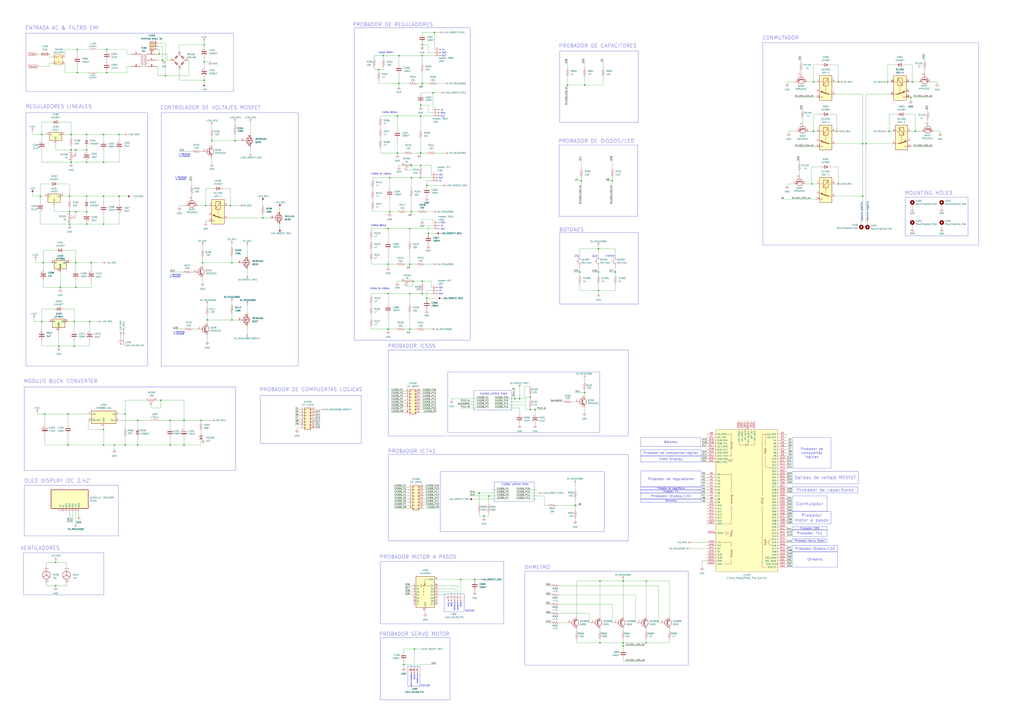
<source format=kicad_sch>
(kicad_sch (version 20250114) (generator "eeschema") (generator_version "9.0")
  (paper "A1")
  (rectangle (start 132.334 92.71) (end 244.856 300.736))
  (rectangle (start 405.892 396.24) (end 438.658 412.242))
  (rectangle (start 20.066 398.78) (end 97.282 440.436))
  (rectangle (start 459.74 191.262) (end 524.256 249.936))
  (rectangle (start 626.364 35.052) (end 803.656 201.422))
  (rectangle (start 21.336 92.71) (end 121.412 300.736))
  (rectangle (start 319.024 287.528) (end 516.128 358.394))
  (rectangle (start 19.304 454.406) (end 85.344 488.95))
  (rectangle (start 361.696 387.604) (end 496.316 436.88))
  (rectangle (start 213.868 324.866) (end 296.672 364.49))
  (rectangle (start 19.812 318.008) (end 193.548 386.588))
  (rectangle (start 312.42 461.518) (end 413.766 512.572))
  (rectangle (start 21.336 27.178) (end 191.77 75.184))
  (rectangle (start 335.026 547.624) (end 344.932 564.134))
  (rectangle (start 290.83 22.86) (end 386.08 279.654))
  (rectangle (start 743.458 162.052) (end 795.02 193.802))
  (rectangle (start 319.024 373.634) (end 516.128 444.5))
  (rectangle (start 389.128 321.056) (end 420.37 337.058))
  (rectangle (start 459.74 41.91) (end 524.256 100.584))
  (rectangle (start 431.038 469.392) (end 565.15 546.608))
  (rectangle (start 364.744 488.188) (end 381.254 502.666))
  (rectangle (start 367.792 305.562) (end 492.506 355.6))
  (rectangle (start 459.232 119.126) (end 523.748 177.8))
  (rectangle (start 312.166 524.002) (end 369.57 575.056))
  (text "AZUL" (at 368.3 496.824 90) (effects (font (size 1 1))))
  (text "IZQ" (at 473.456 210.566 0) (effects (font (size 1.5 1.5))))
  (text "PROBADOR DE COMPUERTAS LOGICAS" (at 255.524 320.294 0) (effects (font (size 3 3))))
  (text "ENTER" (at 501.142 210.566 0) (effects (font (size 1.5 1.5))))
  (text "GND" (at 363.728 92.964 0) (effects (font (size 1.27 1.27))))
  (text "DER" (at 488.442 210.82 0) (effects (font (size 1.5 1.5))))
  (text "OUT" (at 362.204 241.554 0) (effects (font (size 1.27 1.27))))
  (text "IN" (at 362.966 90.678 0) (effects (font (size 1.27 1.27))))
  (text "CARGA 8-100mA" (at 313.182 143.002 0) (effects (font (size 1.27 1.27))))
  (text "ADJ" (at 362.204 143.764 0) (effects (font (size 1.27 1.27))))
  (text "OLED DISPLAY I2C 2.42\"\n" (at 47.752 395.224 0) (effects (font (size 3 3))))
  (text "Gancho negativo" (at 712.47 173.482 90) (effects (font (size 1.27 1.27))))
  (text "OHMETRO" (at 441.198 466.344 0) (effects (font (size 3 3))))
  (text "ENTRADA AC & FILTRO EMI" (at 51.054 23.114 0) (effects (font (size 3 3))))
  (text "PROBADOR DE DIODOS/LED" (at 489.966 116.078 0) (effects (font (size 3 3))))
  (text "AMARILLO" (at 373.38 498.348 90) (effects (font (size 1 1))))
  (text "AMARILLO" (at 342.9 558.038 90) (effects (font (size 1 1))))
  (text "OUT" (at 362.204 146.304 0) (effects (font (size 1.27 1.27))))
  (text "CONMUTADOR" (at 641.096 31.242 0) (effects (font (size 3 3))))
  (text "MOTOR" (at 349.25 563.626 0) (effects (font (size 1.5 1.5))))
  (text "GND" (at 363.728 183.134 0) (effects (font (size 1.27 1.27))))
  (text "REGULADORES LINEALES" (at 48.26 87.63 0) (effects (font (size 3 3))))
  (text "CARGA 80mA" (at 310.896 185.42 0) (effects (font (size 1.27 1.27))))
  (text "PROBADOR SERVO MOTOR" (at 340.36 521.208 0) (effects (font (size 3 3))))
  (text "IN" (at 362.966 185.674 0) (effects (font (size 1.27 1.27))))
  (text "ROSA" (at 370.84 496.824 90) (effects (font (size 1 1))))
  (text "PROBADOR DE REGULADORES" (at 322.58 20.32 0) (effects (font (size 3 3))))
  (text "PROBADOR IC555\n" (at 338.074 284.48 0) (effects (font (size 3 3))))
  (text "VENTILADORES" (at 33.02 450.596 0) (effects (font (size 3 3))))
  (text "Carga 50mA" (at 316.738 43.18 0) (effects (font (size 1.27 1.27))))
  (text "Gancho positivo" (at 707.644 173.736 90) (effects (font (size 1.27 1.27))))
  (text "GND" (at 364.744 43.434 0) (effects (font (size 1.27 1.27))))
  (text "CARGA 80mA" (at 320.04 92.456 0) (effects (font (size 1.27 1.27))))
  (text "CN200 UPPER PINS" (at 405.384 323.85 0) (effects (font (size 1.5 1.5))))
  (text "ROJO" (at 378.46 496.824 90) (effects (font (size 1 1))))
  (text "CARGA 8-100mA" (at 311.912 237.236 0) (effects (font (size 1.27 1.27))))
  (text "PROBADOR MOTOR A PASOS\n\n" (at 343.408 460.248 0) (effects (font (size 3 3))))
  (text "BOTONES" (at 469.392 188.976 0) (effects (font (size 3 3))))
  (text "IN" (at 363.982 41.148 0) (effects (font (size 1.27 1.27))))
  (text "ROJO" (at 340.36 556.514 90) (effects (font (size 1 1))))
  (text "IN" (at 361.442 148.844 0) (effects (font (size 1.27 1.27))))
  (text "1 PRENDIDO\n0 APAGADO" (at 148.59 146.812 0) (effects (font (size 1 1))))
  (text "PROBADOR IC741\n\n" (at 338.328 373.38 0) (effects (font (size 3 3))))
  (text "OUT" (at 363.728 188.214 0) (effects (font (size 1.27 1.27))))
  (text "PROBADOR DE CAPACITORES" (at 490.982 37.846 0) (effects (font (size 3 3))))
  (text "ADJ" (at 362.204 236.474 0) (effects (font (size 1.27 1.27))))
  (text "CAFE/NEGRO" (at 337.82 559.308 90) (effects (font (size 1 1))))
  (text "OUT" (at 363.728 95.504 0) (effects (font (size 1.27 1.27))))
  (text "IN" (at 361.442 239.014 0) (effects (font (size 1.27 1.27))))
  (text "CN300 UPPER PINS" (at 422.91 398.272 0) (effects (font (size 1.5 1.5))))
  (text "OUT" (at 364.744 45.974 0) (effects (font (size 1.27 1.27))))
  (text "MODULO BUCK CONVERTER" (at 49.784 313.436 0) (effects (font (size 3 3))))
  (text "1 PRENDIDO\n0 APAGADO" (at 144.018 226.822 0) (effects (font (size 1 1))))
  (text "NARANJA" (at 375.92 498.094 90) (effects (font (size 1 1))))
  (text "MOUNTING HOLES" (at 762.762 158.75 0) (effects (font (size 3 3))))
  (text "1 PRENDIDO\n0 APAGADO" (at 151.638 127.762 0) (effects (font (size 1 1))))
  (text "MOTOR" (at 385.826 502.158 0) (effects (font (size 1.5 1.5))))
  (text "1 PRENDIDO\n0 APAGADO" (at 147.066 273.812 0) (effects (font (size 1 1))))
  (text "CONTROLADOR DE VOLTAJES MOSFET" (at 172.974 88.646 0) (effects (font (size 3 3))))
  (text_box "Ohmetro" (at 650.748 453.39 0) (size 37.084 12.7) (margins 0.9525 0.9525 0.9525 0.9525) (effects (font (size 2 2))))
  (text_box "Probador de reguladores" (at 526.288 387.096 0) (size 49.53 12.954) (margins 0.9525 0.9525 0.9525 0.9525) (effects (font (size 2 2))))
  (text_box "Probador Diodos/LED" (at 526.288 405.13 0) (size 49.53 5.08) (margins 0.9525 0.9525 0.9525 0.9525) (effects (font (size 2 2))))
  (text_box "Probador motor a pasos" (at 650.748 420.37 0) (size 31.75 10.16) (margins 0.9525 0.9525 0.9525 0.9525) (effects (font (size 2.5 2.5))))
  (text_box "Probador Diodos/LED" (at 650.748 448.31 0) (size 37.084 5.08) (margins 0.9525 0.9525 0.9525 0.9525) (effects (font (size 2 2))))
  (text_box "Probador de capacitores\n" (at 526.288 400.05 0) (size 49.53 2.54) (margins 0.9525 0.9525 0.9525 0.9525) (effects (font (size 1.2 1.2))))
  (text_box "Ohmetro" (at 526.288 410.21 0) (size 49.53 2.54) (margins 0.9525 0.9525 0.9525 0.9525) (effects (font (size 1.5 1.5))))
  (text_box "Salidas de voltaje MOSFET" (at 650.748 387.35 0) (size 54.102 10.16) (margins 0.9525 0.9525 0.9525 0.9525) (effects (font (size 2.5 2.5))))
  (text_box "Probador 741" (at 526.288 402.59 0) (size 49.53 2.54) (margins 0.9525 0.9525 0.9525 0.9525) (effects (font (size 1.2 1.2))))
  (text_box "Probador 741" (at 650.748 435.61 0) (size 28.448 5.08) (margins 0.9525 0.9525 0.9525 0.9525) (effects (font (size 2 2))))
  (text_box "Botones" (at 526.034 359.41 0) (size 49.53 7.62) (margins 0.9525 0.9525 0.9525 0.9525) (effects (font (size 1.8 1.8))))
  (text_box "Probador Servo Motor" (at 650.748 442.976 0) (size 28.448 2.794) (margins 0.9525 0.9525 0.9525 0.9525) (effects (font (size 1.5 1.5))))
  (text_box "Probador de compuertas lógicas\n\n" (at 526.288 369.57 0) (size 49.53 5.08) (margins 0.9525 0.9525 0.9525 0.9525) (effects (font (size 1.8 1.8))))
  (text_box "Oled Display\n\n" (at 526.288 374.65 0) (size 49.53 5.08) (margins 0.9525 0.9525 0.9525 0.9525) (effects (font (size 2 2))))
  (text_box "Probador de capacitores\n" (at 650.748 400.05 0) (size 53.848 5.08) (margins 0.9525 0.9525 0.9525 0.9525) (effects (font (size 2.5 2.5))))
  (text_box "Probador 555" (at 650.748 432.816 0) (size 28.448 2.794) (margins 0.9525 0.9525 0.9525 0.9525) (effects (font (size 1.5 1.5))))
  (text_box "Probador de compuertas lógicas\n" (at 651.002 359.41 0) (size 31.496 25.4) (margins 0.9525 0.9525 0.9525 0.9525) (effects (font (size 2 2))))
  (text_box "Conmutador" (at 650.748 407.67 0) (size 28.448 12.7) (margins 0.9525 0.9525 0.9525 0.9525) (effects (font (size 2.5 2.5))))
  (junction (at 320.04 173.99))
  (junction (at 190.5 215.9))
  (junction (at 477.52 148.59))
  (junction (at 62.23 215.9))
  (junction (at 708.66 161.29))
  (junction (at 151.13 345.44))
  (junction (at 311.15 57.15))
  (junction (at 422.91 327.66))
  (junction (at 168.91 168.91))
  (junction (at 401.32 407.67))
  (junction (at 113.03 365.76))
  (junction (at 71.12 184.15))
  (junction (at 350.52 245.11))
  (junction (at 71.12 161.29))
  (junction (at 85.09 365.76))
  (junction (at 314.96 45.72))
  (junction (at 511.81 477.52))
  (junction (at 350.52 152.4))
  (junction (at 492.76 477.52))
  (junction (at 397.51 424.18))
  (junction (at 71.12 173.99))
  (junction (at 113.03 345.44))
  (junction (at 215.9 179.07))
  (junction (at 58.42 110.49))
  (junction (at 87.63 40.64))
  (junction (at 102.87 365.76))
  (junction (at 505.46 223.52))
  (junction (at 139.7 345.44))
  (junction (at 346.71 45.72))
  (junction (at 85.09 133.35))
  (junction (at 331.47 546.1))
  (junction (at 340.36 533.4))
  (junction (at 351.79 191.77))
  (junction (at 87.63 59.69))
  (junction (at 666.75 151.13))
  (junction (at 336.55 187.96))
  (junction (at 320.04 146.05))
  (junction (at 668.02 67.31))
  (junction (at 345.44 146.05))
  (junction (at 166.37 215.9))
  (junction (at 378.46 476.25))
  (junction (at 336.55 217.17))
  (junction (at 85.09 161.29))
  (junction (at 167.64 36.83))
  (junction (at 318.77 217.17))
  (junction (at 318.77 270.51))
  (junction (at 336.55 270.51))
  (junction (at 711.2 118.11))
  (junction (at 45.72 481.33))
  (junction (at 97.79 110.49))
  (junction (at 688.34 151.13))
  (junction (at 476.25 223.52))
  (junction (at 58.42 133.35))
  (junction (at 492.76 528.32))
  (junction (at 318.77 241.3))
  (junction (at 337.82 146.05))
  (junction (at 34.29 264.16))
  (junction (at 435.61 336.55))
  (junction (at 345.44 135.89))
  (junction (at 345.44 86.36))
  (junction (at 530.86 477.52))
  (junction (at 439.42 336.55))
  (junction (at 389.89 476.25))
  (junction (at 472.44 415.29))
  (junction (at 480.06 69.85))
  (junction (at 34.29 110.49))
  (junction (at 132.08 328.93))
  (junction (at 339.09 231.14))
  (junction (at 71.12 133.35))
  (junction (at 337.82 173.99))
  (junction (at 133.35 49.53))
  (junction (at 58.42 123.19))
  (junction (at 336.55 241.3))
  (junction (at 345.44 125.73))
  (junction (at 62.23 236.22))
  (junction (at 749.3 67.31))
  (junction (at 71.12 110.49))
  (junction (at 511.81 530.86))
  (junction (at 135.89 62.23))
  (junction (at 193.04 115.57))
  (junction (at 74.93 215.9))
  (junction (at 189.23 168.91))
  (junction (at 326.39 125.73))
  (junction (at 57.15 161.29))
  (junction (at 102.87 340.36))
  (junction (at 466.09 69.85))
  (junction (at 326.39 95.25))
  (junction (at 426.72 327.66))
  (junction (at 688.34 67.31))
  (junction (at 346.71 36.83))
  (junction (at 491.49 238.76))
  (junction (at 49.53 236.22))
  (junction (at 85.09 184.15))
  (junction (at 170.18 262.89))
  (junction (at 93.98 365.76))
  (junction (at 491.49 223.52))
  (junction (at 63.5 59.69))
  (junction (at 167.64 66.04))
  (junction (at 173.99 115.57))
  (junction (at 165.1 345.44))
  (junction (at 73.66 264.16))
  (junction (at 151.13 365.76))
  (junction (at 71.12 123.19))
  (junction (at 327.66 68.58))
  (junction (at 687.07 107.95))
  (junction (at 35.56 215.9))
  (junction (at 748.03 80.01))
  (junction (at 337.82 135.89))
  (junction (at 730.25 107.95))
  (junction (at 55.88 340.36))
  (junction (at 511.81 528.32))
  (junction (at 36.83 340.36))
  (junction (at 97.79 161.29))
  (junction (at 355.6 76.2))
  (junction (at 346.71 68.58))
  (junction (at 668.02 107.95))
  (junction (at 530.86 528.32))
  (junction (at 491.49 204.47))
  (junction (at 85.09 353.06))
  (junction (at 63.5 40.64))
  (junction (at 708.66 118.11))
  (junction (at 345.44 95.25))
  (junction (at 60.96 284.48))
  (junction (at 55.88 365.76))
  (junction (at 318.77 187.96))
  (junction (at 435.61 326.39))
  (junction (at 85.09 110.49))
  (junction (at 139.7 365.76))
  (junction (at 167.64 50.8))
  (junction (at 60.96 264.16))
  (junction (at 57.15 184.15))
  (junction (at 393.7 405.13))
  (junction (at 48.26 284.48))
  (junction (at 130.81 44.45))
  (junction (at 327.66 45.72))
  (junction (at 480.06 322.58))
  (junction (at 62.23 123.19))
  (junction (at 57.15 173.99))
  (junction (at 751.84 107.95))
  (junction (at 356.87 26.67))
  (junction (at 190.5 262.89))
  (junction (at 45.72 462.28))
  (junction (at 62.23 173.99))
  (junction (at 33.02 161.29))
  (junction (at 502.92 148.59))
  (junction (at 728.98 67.31))
  (junction (at 346.71 231.14))
  (junction (at 346.71 241.3))
  (wire (pts (xy 472.44 397.51) (xy 472.44 402.59)))
  (wire (pts (xy 327.66 60.96) (xy 327.66 68.58)))
  (wire (pts (xy 62.23 205.74) (xy 62.23 215.9)))
  (wire (pts (xy 576.58 364.49) (xy 580.39 364.49)))
  (wire (pts (xy 685.8 161.29) (xy 708.66 161.29)))
  (wire (pts (xy 646.43 377.19) (xy 650.24 377.19)))
  (wire (pts (xy 312.42 95.25) (xy 326.39 95.25)))
  (wire (pts (xy 492.76 516.89) (xy 492.76 518.16)))
  (wire (pts (xy 393.7 421.64) (xy 393.7 424.18)))
  (wire (pts (xy 30.48 44.45) (xy 33.02 44.45)))
  (wire (pts (xy 646.43 367.03) (xy 650.24 367.03)))
  (wire (pts (xy 426.72 318.77) (xy 426.72 327.66)))
  (wire (pts (xy 58.42 133.35) (xy 71.12 133.35)))
  (wire (pts (xy 321.31 339.09) (xy 332.74 339.09)))
  (wire (pts (xy 342.9 546.1) (xy 358.14 546.1)))
  (wire (pts (xy 346.71 68.58) (xy 342.9 68.58)))
  (wire (pts (xy 312.42 104.14) (xy 312.42 105.41)))
  (wire (pts (xy 466.09 69.85) (xy 480.06 69.85)))
  (wire (pts (xy 746.76 80.01) (xy 748.03 80.01)))
  (wire (pts (xy 321.31 336.55) (xy 332.74 336.55)))
  (wire (pts (xy 35.56 205.74) (xy 35.56 215.9)))
  (wire (pts (xy 34.29 100.33) (xy 41.91 100.33)))
  (wire (pts (xy 71.12 110.49) (xy 85.09 110.49)))
  (wire (pts (xy 320.04 146.05) (xy 320.04 154.94)))
  (wire (pts (xy 36.83 349.25) (xy 36.83 340.36)))
  (wire (pts (xy 97.79 161.29) (xy 97.79 167.64)))
  (wire (pts (xy 326.39 95.25) (xy 326.39 106.68)))
  (wire (pts (xy 147.32 41.91) (xy 147.32 36.83)))
  (wire (pts (xy 646.43 379.73) (xy 650.24 379.73)))
  (wire (pts (xy 320.04 173.99) (xy 326.39 173.99)))
  (wire (pts (xy 57.15 171.45) (xy 57.15 173.99)))
  (wire (pts (xy 491.49 233.68) (xy 491.49 238.76)))
  (wire (pts (xy 708.66 118.11) (xy 708.66 161.29)))
  (wire (pts (xy 113.03 345.44) (xy 113.03 351.79)))
  (wire (pts (xy 132.08 328.93) (xy 151.13 328.93)))
  (wire (pts (xy 646.43 369.57) (xy 650.24 369.57)))
  (wire (pts (xy 40.64 46.99) (xy 43.18 46.99)))
  (wire (pts (xy 576.58 397.51) (xy 580.39 397.51)))
  (wire (pts (xy 167.64 36.83) (xy 167.64 39.37)))
  (wire (pts (xy 646.43 374.65) (xy 650.24 374.65)))
  (wire (pts (xy 401.32 407.67) (xy 401.32 414.02)))
  (wire (pts (xy 336.55 205.74) (xy 336.55 217.17)))
  (wire (pts (xy 375.92 488.95) (xy 375.92 481.33)))
  (wire (pts (xy 435.61 336.55) (xy 431.8 336.55)))
  (wire (pts (xy 448.31 496.57) (xy 452.12 496.57)))
  (wire (pts (xy 749.3 186.69) (xy 749.3 187.96)))
  (wire (pts (xy 60.96 284.48) (xy 73.66 284.48)))
  (wire (pts (xy 332.74 217.17) (xy 336.55 217.17)))
  (wire (pts (xy 189.23 154.94) (xy 189.23 168.91)))
  (wire (pts (xy 492.76 477.52) (xy 492.76 506.73)))
  (wire (pts (xy 318.77 219.71) (xy 318.77 217.17)))
  (wire (pts (xy 345.44 144.78) (xy 345.44 146.05)))
  (wire (pts (xy 646.43 427.99) (xy 650.24 427.99)))
  (wire (pts (xy 511.81 528.32) (xy 530.86 528.32)))
  (wire (pts (xy 57.15 215.9) (xy 62.23 215.9)))
  (wire (pts (xy 323.85 417.83) (xy 335.28 417.83)))
  (wire (pts (xy 167.64 34.29) (xy 167.64 36.83)))
  (wire (pts (xy 332.74 488.95) (xy 339.09 488.95)))
  (wire (pts (xy 492.76 525.78) (xy 492.76 528.32)))
  (wire (pts (xy 674.37 137.16) (xy 666.75 137.16)))
  (wire (pts (xy 130.81 345.44) (xy 139.7 345.44)))
  (wire (pts (xy 57.15 184.15) (xy 71.12 184.15)))
  (wire (pts (xy 57.15 161.29) (xy 57.15 163.83)))
  (wire (pts (xy 57.15 173.99) (xy 44.45 173.99)))
  (wire (pts (xy 511.81 477.52) (xy 511.81 506.73)))
  (wire (pts (xy 167.64 66.04) (xy 167.64 63.5)))
  (wire (pts (xy 57.15 184.15) (xy 57.15 185.42)))
  (wire (pts (xy 72.39 353.06) (xy 85.09 353.06)))
  (wire (pts (xy 662.94 67.31) (xy 668.02 67.31)))
  (wire (pts (xy 471.17 223.52) (xy 476.25 223.52)))
  (wire (pts (xy 321.31 331.47) (xy 332.74 331.47)))
  (wire (pts (xy 491.49 219.71) (xy 491.49 223.52)))
  (wire (pts (xy 186.69 168.91) (xy 189.23 168.91)))
  (wire (pts (xy 351.79 191.77) (xy 351.79 193.04)))
  (wire (pts (xy 347.98 400.05) (xy 360.68 400.05)))
  (wire (pts (xy 62.23 123.19) (xy 62.23 128.27)))
  (wire (pts (xy 426.72 349.25) (xy 426.72 347.98)))
  (wire (pts (xy 646.43 450.85) (xy 650.24 450.85)))
  (wire (pts (xy 492.76 477.52) (xy 511.81 477.52)))
  (wire (pts (xy 259.08 341.63) (xy 262.89 341.63)))
  (wire (pts (xy 190.5 257.81) (xy 190.5 262.89)))
  (wire (pts (xy 346.71 38.1) (xy 346.71 36.83)))
  (wire (pts (xy 147.32 57.15) (xy 147.32 66.04)))
  (wire (pts (xy 336.55 241.3) (xy 346.71 241.3)))
  (wire (pts (xy 346.71 72.39) (xy 346.71 68.58)))
  (wire (pts (xy 486.41 223.52) (xy 491.49 223.52)))
  (wire (pts (xy 314.96 55.88) (xy 314.96 57.15)))
  (wire (pts (xy 29.21 215.9) (xy 35.56 215.9)))
  (wire (pts (xy 439.42 347.98) (xy 439.42 349.25)))
  (wire (pts (xy 688.34 67.31) (xy 685.8 67.31)))
  (wire (pts (xy 186.69 179.07) (xy 215.9 179.07)))
  (wire (pts (xy 326.39 125.73) (xy 326.39 127)))
  (wire (pts (xy 511.81 477.52) (xy 530.86 477.52)))
  (wire (pts (xy 34.29 100.33) (xy 34.29 110.49)))
  (wire (pts (xy 350.52 148.59) (xy 354.33 148.59)))
  (wire (pts (xy 681.99 137.16) (xy 688.34 137.16)))
  (wire (pts (xy 336.55 270.51) (xy 332.74 270.51)))
  (wire (pts (xy 45.72 481.33) (xy 54.61 481.33)))
  (wire (pts (xy 193.04 115.57) (xy 198.12 115.57)))
  (wire (pts (xy 326.39 231.14) (xy 330.2 231.14)))
  (wire (pts (xy 323.85 407.67) (xy 335.28 407.67)))
  (wire (pts (xy 744.22 93.98) (xy 751.84 93.98)))
  (wire (pts (xy 435.61 326.39) (xy 435.61 327.66)))
  (wire (pts (xy 355.6 182.88) (xy 355.6 180.34)))
  (wire (pts (xy 459.74 481.33) (xy 541.02 481.33)))
  (wire (pts (xy 102.87 365.76) (xy 113.03 365.76)))
  (wire (pts (xy 356.87 45.72) (xy 346.71 45.72)))
  (wire (pts (xy 646.43 372.11) (xy 650.24 372.11)))
  (wire (pts (xy 97.79 110.49) (xy 97.79 115.57)))
  (wire (pts (xy 62.23 215.9) (xy 62.23 222.25)))
  (wire (pts (xy 147.32 124.46) (xy 157.48 124.46)))
  (wire (pts (xy 530.86 516.89) (xy 530.86 518.16)))
  (wire (pts (xy 53.34 52.07) (xy 53.34 59.69)))
  (wire (pts (xy 102.87 328.93) (xy 120.65 328.93)))
  (wire (pts (xy 337.82 162.56) (xy 337.82 173.99)))
  (wire (pts (xy 62.23 236.22) (xy 74.93 236.22)))
  (wire (pts (xy 45.72 481.33) (xy 45.72 482.6)))
  (wire (pts (xy 189.23 168.91) (xy 196.85 168.91)))
  (wire (pts (xy 576.58 377.19) (xy 580.39 377.19)))
  (wire (pts (xy 495.3 48.26) (xy 495.3 55.88)))
  (wire (pts (xy 459.74 496.57) (xy 502.92 496.57)))
  (wire (pts (xy 769.62 67.31) (xy 764.54 67.31)))
  (wire (pts (xy 576.58 461.01) (xy 580.39 461.01)))
  (wire (pts (xy 711.2 118.11) (xy 732.79 118.11)))
  (wire (pts (xy 139.7 345.44) (xy 139.7 351.79)))
  (wire (pts (xy 321.31 328.93) (xy 332.74 328.93)))
  (wire (pts (xy 40.64 54.61) (xy 40.64 52.07)))
  (wire (pts (xy 331.47 546.1) (xy 331.47 548.64)))
  (wire (pts (xy 34.29 254) (xy 34.29 264.16)))
  (wire (pts (xy 491.49 201.93) (xy 491.49 204.47)))
  (wire (pts (xy 62.23 229.87) (xy 62.23 236.22)))
  (wire (pts (xy 646.43 440.69) (xy 650.24 440.69)))
  (wire (pts (xy 229.87 170.18) (xy 229.87 173.99)))
  (wire (pts (xy 31.75 54.61) (xy 40.64 54.61)))
  (wire (pts (xy 327.66 68.58) (xy 335.28 68.58)))
  (wire (pts (xy 33.02 161.29) (xy 33.02 166.37)))
  (wire (pts (xy 113.03 365.76) (xy 139.7 365.76)))
  (wire (pts (xy 370.84 327.66) (xy 401.32 327.66)))
  (wire (pts (xy 129.54 62.23) (xy 135.89 62.23)))
  (wire (pts (xy 85.09 365.76) (xy 93.98 365.76)))
  (wire (pts (xy 170.18 262.89) (xy 190.5 262.89)))
  (wire (pts (xy 668.02 93.98) (xy 674.37 93.98)))
  (wire (pts (xy 55.88 340.36) (xy 72.39 340.36)))
  (wire (pts (xy 57.15 420.37) (xy 57.15 429.26)))
  (wire (pts (xy 346.71 231.14) (xy 346.71 232.41)))
  (wire (pts (xy 762 91.44) (xy 762 86.36)))
  (wire (pts (xy 323.85 402.59) (xy 335.28 402.59)))
  (wire (pts (xy 345.44 125.73) (xy 339.09 125.73)))
  (wire (pts (xy 386.08 405.13) (xy 393.7 405.13)))
  (wire (pts (xy 54.61 481.33) (xy 54.61 478.79)))
  (wire (pts (xy 167.64 50.8) (xy 172.72 50.8)))
  (wire (pts (xy 388.62 410.21) (xy 417.83 410.21)))
  (wire (pts (xy 337.82 546.1) (xy 331.47 546.1)))
  (wire (pts (xy 424.18 407.67) (xy 447.04 407.67)))
  (wire (pts (xy 93.98 365.76) (xy 93.98 369.57)))
  (wire (pts (xy 26.67 161.29) (xy 33.02 161.29)))
  (wire (pts (xy 656.59 128.27) (xy 656.59 133.35)))
  (wire (pts (xy 502.92 146.05) (xy 502.92 148.59)))
  (wire (pts (xy 549.91 528.32) (xy 549.91 525.78)))
  (wire (pts (xy 749.3 170.18) (xy 749.3 171.45)))
  (wire (pts (xy 190.5 200.66) (xy 190.5 203.2)))
  (wire (pts (xy 242.57 346.71) (xy 246.38 346.71)))
  (wire (pts (xy 472.44 415.29) (xy 472.44 410.21)))
  (wire (pts (xy 166.37 228.6) (xy 166.37 232.41)))
  (wire (pts (xy 346.71 241.3) (xy 354.33 241.3)))
  (wire (pts (xy 576.58 400.05) (xy 580.39 400.05)))
  (wire (pts (xy 166.37 201.93) (xy 166.37 204.47)))
  (wire (pts (xy 397.51 424.18) (xy 401.32 424.18)))
  (wire (pts (xy 63.5 40.64) (xy 63.5 45.72)))
  (wire (pts (xy 337.82 146.05) (xy 345.44 146.05)))
  (wire (pts (xy 480.06 322.58) (xy 480.06 325.12)))
  (wire (pts (xy 355.6 76.2) (xy 361.95 76.2)))
  (wire (pts (xy 336.55 187.96) (xy 355.6 187.96)))
  (wire (pts (xy 35.56 215.9) (xy 41.91 215.9)))
  (wire (pts (xy 664.21 107.95) (xy 668.02 107.95)))
  (wire (pts (xy 668.02 93.98) (xy 668.02 107.95)))
  (wire (pts (xy 190.5 210.82) (xy 190.5 215.9)))
  (wire (pts (xy 60.96 279.4) (xy 60.96 284.48)))
  (wire (pts (xy 576.58 367.03) (xy 580.39 367.03)))
  (wire (pts (xy 687.07 93.98) (xy 687.07 107.95)))
  (wire (pts (xy 85.09 110.49) (xy 85.09 115.57)))
  (wire (pts (xy 646.43 389.89) (xy 650.24 389.89)))
  (wire (pts (xy 397.51 425.45) (xy 397.51 424.18)))
  (wire (pts (xy 491.49 238.76) (xy 505.46 238.76)))
  (wire (pts (xy 53.34 110.49) (xy 58.42 110.49)))
  (wire (pts (xy 749.3 67.31) (xy 754.38 67.31)))
  (wire (pts (xy 646.43 458.47) (xy 650.24 458.47)))
  (wire (pts (xy 646.43 445.77) (xy 650.24 445.77)))
  (wire (pts (xy 58.42 132.08) (xy 58.42 133.35)))
  (wire (pts (xy 57.15 151.13) (xy 57.15 161.29)))
  (wire (pts (xy 530.86 525.78) (xy 530.86 528.32)))
  (wire (pts (xy 85.09 184.15) (xy 97.79 184.15)))
  (wire (pts (xy 646.43 394.97) (xy 650.24 394.97)))
  (wire (pts (xy 312.42 95.25) (xy 312.42 96.52)))
  (wire (pts (xy 685.8 77.47) (xy 708.66 77.47)))
  (wire (pts (xy 27.94 261.62) (xy 27.94 264.16)))
  (wire (pts (xy 168.91 168.91) (xy 171.45 168.91)))
  (wire (pts (xy 71.12 161.29) (xy 71.12 163.83)))
  (wire (pts (xy 34.29 254) (xy 44.45 254)))
  (wire (pts (xy 318.77 187.96) (xy 336.55 187.96)))
  (wire (pts (xy 359.41 476.25) (xy 378.46 476.25)))
  (wire (pts (xy 62.23 173.99) (xy 57.15 173.99)))
  (wire (pts (xy 668.02 107.95) (xy 670.56 107.95)))
  (wire (pts (xy 772.16 107.95) (xy 772.16 109.22)))
  (wire (pts (xy 511.81 476.25) (xy 511.81 477.52)))
  (wire (pts (xy 336.55 217.17) (xy 341.63 217.17)))
  (wire (pts (xy 34.29 264.16) (xy 34.29 271.78)))
  (wire (pts (xy 203.2 201.93) (xy 203.2 210.82)))
  (wire (pts (xy 49.53 223.52) (xy 49.53 236.22)))
  (wire (pts (xy 345.44 146.05) (xy 354.33 146.05)))
  (wire (pts (xy 129.54 40.64) (xy 130.81 40.64)))
  (wire (pts (xy 711.2 118.11) (xy 711.2 181.61)))
  (wire (pts (xy 731.52 77.47) (xy 711.2 77.47)))
  (wire (pts (xy 576.58 407.67) (xy 580.39 407.67)))
  (wire (pts (xy 318.77 270.51) (xy 304.8 270.51)))
  (wire (pts (xy 502.92 511.81) (xy 504.19 511.81)))
  (wire (pts (xy 71.12 123.19) (xy 71.12 124.46)))
  (wire (pts (xy 345.44 331.47) (xy 358.14 331.47)))
  (wire (pts (xy 350.52 245.11) (xy 350.52 246.38)))
  (wire (pts (xy 439.42 336.55) (xy 448.31 336.55)))
  (wire (pts (xy 97.79 110.49) (xy 101.6 110.49)))
  (wire (pts (xy 173.99 129.54) (xy 173.99 134.62)))
  (wire (pts (xy 336.55 257.81) (xy 336.55 270.51)))
  (wire (pts (xy 511.81 528.32) (xy 511.81 530.86)))
  (wire (pts (xy 215.9 165.1) (xy 215.9 168.91)))
  (wire (pts (xy 730.25 107.95) (xy 732.79 107.95)))
  (wire (pts (xy 472.44 148.59) (xy 477.52 148.59)))
  (wire (pts (xy 472.44 415.29) (xy 477.52 415.29)))
  (wire (pts (xy 435.61 336.55) (xy 439.42 336.55)))
  (wire (pts (xy 323.85 412.75) (xy 335.28 412.75)))
  (wire (pts (xy 351.79 200.66) (xy 351.79 201.93)))
  (wire (pts (xy 351.79 43.18) (xy 351.79 36.83)))
  (wire (pts (xy 133.35 38.1) (xy 133.35 49.53)))
  (wire (pts (xy 58.42 133.35) (xy 58.42 134.62)))
  (wire (pts (xy 304.8 196.85) (xy 304.8 198.12)))
  (wire (pts (xy 129.54 54.61) (xy 128.27 54.61)))
  (wire (pts (xy 657.86 45.72) (xy 657.86 50.8)))
  (wire (pts (xy 102.87 340.36) (xy 102.87 351.79)))
  (wire (pts (xy 748.03 80.01) (xy 765.81 80.01)))
  (wire (pts (xy 345.44 323.85) (xy 358.14 323.85)))
  (wire (pts (xy 104.14 59.69) (xy 87.63 59.69)))
  (wire (pts (xy 93.98 365.76) (xy 102.87 365.76)))
  (wire (pts (xy 168.91 181.61) (xy 168.91 182.88)))
  (wire (pts (xy 351.79 36.83) (xy 346.71 36.83)))
  (wire (pts (xy 307.34 57.15) (xy 311.15 57.15)))
  (wire (pts (xy 62.23 215.9) (xy 74.93 215.9)))
  (wire (pts (xy 491.49 238.76) (xy 491.49 241.3)))
  (wire (pts (xy 311.15 57.15) (xy 311.15 58.42)))
  (wire (pts (xy 173.99 115.57) (xy 193.04 115.57)))
  (wire (pts (xy 483.87 511.81) (xy 485.14 511.81)))
  (wire (pts (xy 147.32 36.83) (xy 167.64 36.83)))
  (wire (pts (xy 728.98 67.31) (xy 731.52 67.31)))
  (wire (pts (xy 751.84 93.98) (xy 751.84 107.95)))
  (wire (pts (xy 685.8 151.13) (xy 688.34 151.13)))
  (wire (pts (xy 147.32 66.04) (xy 167.64 66.04)))
  (wire (pts (xy 746.76 67.31) (xy 749.3 67.31)))
  (wire (pts (xy 345.44 125.73) (xy 350.52 125.73)))
  (wire (pts (xy 339.09 231.14) (xy 346.71 231.14)))
  (wire (pts (xy 350.52 153.67) (xy 350.52 152.4)))
  (wire (pts (xy 318.77 217.17) (xy 325.12 217.17)))
  (wire (pts (xy 646.43 382.27) (xy 650.24 382.27)))
  (wire (pts (xy 345.44 129.54) (xy 345.44 125.73)))
  (wire (pts (xy 336.55 274.32) (xy 336.55 270.51)))
  (wire (pts (xy 35.56 236.22) (xy 35.56 229.87)))
  (wire (pts (xy 336.55 241.3) (xy 336.55 250.19)))
  (wire (pts (xy 480.06 321.31) (xy 480.06 322.58)))
  (wire (pts (xy 323.85 410.21) (xy 335.28 410.21)))
  (wire (pts (xy 735.33 53.34) (xy 728.98 53.34)))
  (wire (pts (xy 63.5 59.69) (xy 72.39 59.69)))
  (wire (pts (xy 55.88 365.76) (xy 85.09 365.76)))
  (wire (pts (xy 306.07 173.99) (xy 320.04 173.99)))
  (wire (pts (xy 175.26 154.94) (xy 168.91 154.94)))
  (wire (pts (xy 356.87 26.67) (xy 356.87 40.64)))
  (wire (pts (xy 71.12 132.08) (xy 71.12 133.35)))
  (wire (pts (xy 549.91 516.89) (xy 549.91 518.16)))
  (wire (pts (xy 707.39 181.61) (xy 708.66 181.61)))
  (wire (pts (xy 165.1 345.44) (xy 173.99 345.44)))
  (wire (pts (xy 346.71 35.56) (xy 346.71 36.83)))
  (wire (pts (xy 393.7 405.13) (xy 393.7 414.02)))
  (wire (pts (xy 430.53 327.66) (xy 426.72 327.66)))
  (wire (pts (xy 45.72 462.28) (xy 54.61 462.28)))
  (wire (pts (xy 452.12 330.2) (xy 462.28 330.2)))
  (wire (pts (xy 205.74 120.65) (xy 205.74 125.73)))
  (wire (pts (xy 318.77 205.74) (xy 318.77 217.17)))
  (wire (pts (xy 576.58 379.73) (xy 580.39 379.73)))
  (wire (pts (xy 71.12 182.88) (xy 71.12 184.15)))
  (wire (pts (xy 646.43 392.43) (xy 650.24 392.43)))
  (wire (pts (xy 130.81 40.64) (xy 130.81 44.45)))
  (wire (pts (xy 521.97 488.95) (xy 521.97 511.81)))
  (wire (pts (xy 166.37 215.9) (xy 166.37 218.44)))
  (wire (pts (xy 336.55 220.98) (xy 336.55 217.17)))
  (wire (pts (xy 34.29 110.49) (xy 34.29 115.57)))
  (wire (pts (xy 480.06 69.85) (xy 495.3 69.85)))
  (wire (pts (xy 34.29 264.16) (xy 40.64 264.16)))
  (wire (pts (xy 26.67 158.75) (xy 26.67 161.29)))
  (wire (pts (xy 762 99.06) (xy 762 100.33)))
  (wire (pts (xy 350.52 245.11) (xy 359.41 245.11)))
  (wire (pts (xy 339.09 234.95) (xy 339.09 231.14)))
  (wire (pts (xy 135.89 35.56) (xy 135.89 62.23)))
  (wire (pts (xy 355.6 76.2) (xy 355.6 90.17)))
  (wire (pts (xy 656.59 140.97) (xy 656.59 143.51)))
  (wire (pts (xy 350.52 161.29) (xy 350.52 162.56)))
  (wire (pts (xy 511.81 530.86) (xy 529.59 530.86)))
  (wire (pts (xy 166.37 212.09) (xy 166.37 215.9)))
  (wire (pts (xy 36.83 356.87) (xy 36.83 365.76)))
  (wire (pts (xy 505.46 219.71) (xy 505.46 223.52)))
  (wire (pts (xy 171.45 181.61) (xy 168.91 181.61)))
  (wire (pts (xy 58.42 100.33) (xy 58.42 110.49)))
  (wire (pts (xy 345.44 86.36) (xy 345.44 87.63)))
  (wire (pts (xy 375.92 332.74) (xy 401.32 332.74)))
  (wire (pts (xy 318.77 187.96) (xy 318.77 198.12)))
  (wire (pts (xy 530.86 528.32) (xy 549.91 528.32)))
  (wire (pts (xy 646.43 461.01) (xy 650.24 461.01)))
  (wire (pts (xy 340.36 533.4) (xy 345.44 533.4)))
  (wire (pts (xy 48.26 151.13) (xy 57.15 151.13)))
  (wire (pts (xy 304.8 205.74) (xy 304.8 207.01)))
  (wire (pts (xy 435.61 317.5) (xy 430.53 317.5)))
  (wire (pts (xy 167.64 66.04) (xy 167.64 68.58)))
  (wire (pts (xy 350.52 238.76) (xy 350.52 245.11)))
  (wire (pts (xy 104.14 44.45) (xy 104.14 40.64)))
  (wire (pts (xy 476.25 223.52) (xy 476.25 226.06)))
  (wire (pts (xy 480.06 48.26) (xy 480.06 55.88)))
  (wire (pts (xy 320.04 146.05) (xy 306.07 146.05)))
  (wire (pts (xy 345.44 76.2) (xy 355.6 76.2)))
  (wire (pts (xy 243.84 351.79) (xy 243.84 353.06)))
  (wire (pts (xy 646.43 466.09) (xy 650.24 466.09)))
  (wire (pts (xy 312.42 113.03) (xy 312.42 114.3)))
  (wire (pts (xy 422.91 318.77) (xy 422.91 327.66)))
  (wire (pts (xy 681.99 53.34) (xy 688.34 53.34)))
  (wire (pts (xy 36.83 365.76) (xy 55.88 365.76)))
  (wire (pts (xy 158.75 270.51) (xy 162.56 270.51)))
  (wire (pts (xy 576.58 392.43) (xy 580.39 392.43)))
  (wire (pts (xy 466.09 69.85) (xy 466.09 86.36)))
  (wire (pts (xy 337.82 173.99) (xy 334.01 173.99)))
  (wire (pts (xy 57.15 161.29) (xy 71.12 161.29)))
  (wire (pts (xy 748.03 107.95) (xy 751.84 107.95)))
  (wire (pts (xy 73.66 264.16) (xy 80.01 264.16)))
  (wire (pts (xy 170.18 259.08) (xy 170.18 262.89)))
  (wire (pts (xy 337.82 231.14) (xy 339.09 231.14)))
  (wire (pts (xy 345.44 339.09) (xy 358.14 339.09)))
  (wire (pts (xy 336.55 270.51) (xy 341.63 270.51)))
  (wire (pts (xy 431.8 336.55) (xy 431.8 332.74)))
  (wire (pts (xy 58.42 123.19) (xy 58.42 124.46)))
  (wire (pts (xy 34.29 110.49) (xy 38.1 110.49)))
  (wire (pts (xy 337.82 135.89) (xy 345.44 135.89)))
  (wire (pts (xy 34.29 284.48) (xy 34.29 279.4)))
  (wire (pts (xy 151.13 365.76) (xy 165.1 365.76)))
  (wire (pts (xy 147.32 168.91) (xy 152.4 168.91)))
  (wire (pts (xy 104.14 44.45) (xy 107.95 44.45)))
  (wire (pts (xy 491.49 204.47) (xy 505.46 204.47)))
  (wire (pts (xy 53.34 59.69) (xy 63.5 59.69)))
  (wire (pts (xy 58.42 123.19) (xy 58.42 120.65)))
  (wire (pts (xy 53.34 205.74) (xy 62.23 205.74)))
  (wire (pts (xy 646.43 425.45) (xy 650.24 425.45)))
  (wire (pts (xy 48.26 284.48) (xy 48.26 285.75)))
  (wire (pts (xy 646.43 417.83) (xy 650.24 417.83)))
  (wire (pts (xy 182.88 154.94) (xy 189.23 154.94)))
  (wire (pts (xy 165.1 363.22) (xy 165.1 365.76)))
  (wire (pts (xy 314.96 45.72) (xy 314.96 48.26)))
  (wire (pts (xy 431.8 330.2) (xy 431.8 326.39)))
  (wire (pts (xy 576.58 389.89) (xy 580.39 389.89)))
  (wire (pts (xy 55.88 349.25) (xy 55.88 340.36)))
  (wire (pts (xy 646.43 361.95) (xy 650.24 361.95)))
  (wire (pts (xy 773.43 170.18) (xy 773.43 171.45)))
  (wire (pts (xy 318.77 241.3) (xy 336.55 241.3)))
  (wire (pts (xy 306.07 172.72) (xy 306.07 173.99)))
  (wire (pts (xy 124.46 335.28) (xy 132.08 335.28)))
  (wire (pts (xy 346.71 45.72) (xy 327.66 45.72)))
  (wire (pts (xy 318.77 241.3) (xy 318.77 250.19)))
  (wire (pts (xy 85.09 365.76) (xy 85.09 353.06)))
  (wire (pts (xy 347.98 407.67) (xy 360.68 407.67)))
  (wire (pts (xy 215.9 179.07) (xy 215.9 176.53)))
  (wire (pts (xy 151.13 351.79) (xy 151.13 345.44)))
  (wire (pts (xy 45.72 123.19) (xy 58.42 123.19)))
  (wire (pts (xy 190.5 262.89) (xy 195.58 262.89)))
  (wire (pts (xy 401.32 407.67) (xy 417.83 407.67)))
  (wire (pts (xy 142.24 270.51) (xy 151.13 270.51)))
  (wire (pts (xy 87.63 40.64) (xy 80.01 40.64)))
  (wire (pts (xy 473.71 528.32) (xy 492.76 528.32)))
  (wire (pts (xy 448.31 481.33) (xy 452.12 481.33)))
  (wire (pts (xy 646.43 364.49) (xy 650.24 364.49)))
  (wire (pts (xy 45.72 118.11) (xy 45.72 123.19)))
  (wire (pts (xy 457.2 415.29) (xy 472.44 415.29)))
  (wire (pts (xy 439.42 336.55) (xy 439.42 340.36)))
  (wire (pts (xy 318.77 257.81) (xy 318.77 270.51)))
  (wire (pts (xy 60.96 179.07) (xy 62.23 179.07)))
  (wire (pts (xy 74.93 215.9) (xy 83.82 215.9)))
  (wire (pts (xy 203.2 267.97) (xy 203.2 274.32)))
  (wire (pts (xy 71.12 123.19) (xy 62.23 123.19)))
  (wire (pts (xy 85.09 353.06) (xy 85.09 350.52)))
  (wire (pts (xy 48.26 284.48) (xy 60.96 284.48)))
  (wire (pts (xy 318.77 270.51) (xy 325.12 270.51)))
  (wire (pts (xy 393.7 405.13) (xy 417.83 405.13)))
  (wire (pts (xy 85.09 133.35) (xy 97.79 133.35)))
  (wire (pts (xy 60.96 264.16) (xy 73.66 264.16)))
  (wire (pts (xy 129.54 38.1) (xy 133.35 38.1)))
  (wire (pts (xy 38.1 481.33) (xy 45.72 481.33)))
  (wire (pts (xy 326.39 125.73) (xy 331.47 125.73)))
  (wire (pts (xy 154.94 62.23) (xy 154.94 49.53)))
  (wire (pts (xy 502.92 148.59) (xy 502.92 167.64)))
  (wire (pts (xy 480.06 311.15) (xy 480.06 313.69)))
  (wire (pts (xy 203.2 220.98) (xy 203.2 226.06)))
  (wire (pts (xy 712.47 181.61) (xy 712.47 182.88)))
  (wire (pts (xy 304.8 241.3) (xy 304.8 242.57)))
  (wire (pts (xy 500.38 223.52) (xy 505.46 223.52)))
  (wire (pts (xy 327.66 135.89) (xy 327.66 137.16)))
  (wire (pts (xy 389.89 485.14) (xy 389.89 486.41)))
  (wire (pts (xy 375.92 481.33) (xy 359.41 481.33)))
  (wire (pts (xy 576.58 405.13) (xy 580.39 405.13)))
  (wire (pts (xy 469.9 330.2) (xy 472.44 330.2)))
  (wire (pts (xy 165.1 124.46) (xy 166.37 124.46)))
  (wire (pts (xy 30.48 340.36) (xy 36.83 340.36)))
  (wire (pts (xy 646.43 422.91) (xy 650.24 422.91)))
  (wire (pts (xy 71.12 161.29) (xy 85.09 161.29)))
  (wire (pts (xy 71.12 120.65) (xy 71.12 123.19)))
  (wire (pts (xy 378.46 335.28) (xy 401.32 335.28)))
  (wire (pts (xy 170.18 262.89) (xy 170.18 265.43)))
  (wire (pts (xy 57.15 173.99) (xy 57.15 175.26)))
  (wire (pts (xy 426.72 335.28) (xy 426.72 340.36)))
  (wire (pts (xy 53.34 40.64) (xy 53.34 46.99)))
  (wire (pts (xy 511.81 525.78) (xy 511.81 528.32)))
  (wire (pts (xy 312.42 121.92) (xy 312.42 125.73)))
  (wire (pts (xy 748.03 120.65) (xy 765.81 120.65)))
  (wire (pts (xy 166.37 215.9) (xy 190.5 215.9)))
  (wire (pts (xy 406.4 335.28) (xy 426.72 335.28)))
  (wire (pts (xy 203.2 250.19) (xy 203.2 257.81)))
  (wire (pts (xy 97.79 175.26) (xy 97.79 184.15)))
  (wire (pts (xy 472.44 426.72) (xy 472.44 427.99)))
  (wire (pts (xy 345.44 334.01) (xy 358.14 334.01)))
  (wire (pts (xy 646.43 397.51) (xy 650.24 397.51)))
  (wire (pts (xy 327.66 45.72) (xy 327.66 53.34)))
  (wire (pts (xy 386.08 407.67) (xy 401.32 407.67)))
  (wire (pts (xy 27.94 264.16) (xy 34.29 264.16)))
  (wire (pts (xy 646.43 463.55) (xy 650.24 463.55)))
  (wire (pts (xy 549.91 506.73) (xy 549.91 477.52)))
  (wire (pts (xy 259.08 336.55) (xy 264.16 336.55)))
  (wire (pts (xy 63.5 53.34) (xy 63.5 59.69)))
  (wire (pts (xy 87.63 59.69) (xy 80.01 59.69)))
  (wire (pts (xy 688.34 137.16) (xy 688.34 151.13)))
  (wire (pts (xy 472.44 415.29) (xy 472.44 419.1)))
  (wire (pts (xy 26.67 110.49) (xy 34.29 110.49)))
  (wire (pts (xy 505.46 209.55) (xy 505.46 204.47)))
  (wire (pts (xy 55.88 264.16) (xy 60.96 264.16)))
  (wire (pts (xy 347.98 405.13) (xy 360.68 405.13)))
  (wire (pts (xy 71.12 133.35) (xy 85.09 133.35)))
  (wire (pts (xy 337.82 177.8) (xy 337.82 173.99)))
  (wire (pts (xy 659.13 86.36) (xy 659.13 90.17)))
  (wire (pts (xy 45.72 461.01) (xy 45.72 462.28)))
  (wire (pts (xy 113.03 345.44) (xy 123.19 345.44)))
  (wire (pts (xy 340.36 533.4) (xy 340.36 548.64)))
  (wire (pts (xy 711.2 181.61) (xy 712.47 181.61)))
  (wire (pts (xy 304.8 269.24) (xy 304.8 270.51)))
  (wire (pts (xy 345.44 86.36) (xy 351.79 86.36)))
  (wire (pts (xy 459.74 504.19) (xy 483.87 504.19)))
  (wire (pts (xy 370.84 486.41) (xy 359.41 486.41)))
  (wire (pts (xy 311.15 68.58) (xy 311.15 66.04)))
  (wire (pts (xy 378.46 330.2) (xy 401.32 330.2)))
  (wire (pts (xy 113.03 359.41) (xy 113.03 365.76)))
  (wire (pts (xy 311.15 57.15) (xy 314.96 57.15)))
  (wire (pts (xy 389.89 476.25) (xy 389.89 477.52)))
  (wire (pts (xy 476.25 233.68) (xy 476.25 238.76)))
  (wire (pts (xy 473.71 477.52) (xy 473.71 506.73)))
  (wire (pts (xy 165.1 354.33) (xy 165.1 355.6)))
  (wire (pts (xy 102.87 365.76) (xy 102.87 359.41)))
  (wire (pts (xy 345.44 135.89) (xy 354.33 135.89)))
  (wire (pts (xy 347.98 402.59) (xy 360.68 402.59)))
  (wire (pts (xy 505.46 238.76) (xy 505.46 233.68)))
  (wire (pts (xy 337.82 139.7) (xy 337.82 135.89)))
  (wire (pts (xy 351.79 185.42) (xy 351.79 191.77)))
  (wire (pts (xy 85.09 123.19) (xy 85.09 133.35)))
  (wire (pts (xy 99.06 275.59) (xy 99.06 278.13)))
  (wire (pts (xy 641.35 163.83) (xy 670.56 163.83)))
  (wire (pts (xy 54.61 466.09) (xy 54.61 462.28)))
  (wire (pts (xy 448.31 504.19) (xy 452.12 504.19)))
  (wire (pts (xy 422.91 327.66) (xy 426.72 327.66)))
  (wire (pts (xy 35.56 205.74) (xy 45.72 205.74)))
  (wire (pts (xy 128.27 44.45) (xy 130.81 44.45)))
  (wire (pts (xy 162.56 168.91) (xy 168.91 168.91)))
  (wire (pts (xy 71.12 173.99) (xy 71.12 175.26)))
  (wire (pts (xy 34.29 133.35) (xy 58.42 133.35)))
  (wire (pts (xy 62.23 123.19) (xy 58.42 123.19)))
  (wire (pts (xy 48.26 271.78) (xy 48.26 284.48)))
  (wire (pts (xy 350.52 238.76) (xy 354.33 238.76)))
  (wire (pts (xy 167.64 50.8) (xy 167.64 55.88)))
  (wire (pts (xy 62.23 179.07) (xy 62.23 173.99)))
  (wire (pts (xy 330.2 135.89) (xy 327.66 135.89)))
  (wire (pts (xy 476.25 238.76) (xy 491.49 238.76)))
  (wire (pts (xy 323.85 415.29) (xy 335.28 415.29)))
  (wire (pts (xy 57.15 182.88) (xy 57.15 184.15)))
  (wire (pts (xy 320.04 162.56) (xy 320.04 173.99)))
  (wire (pts (xy 406.4 327.66) (xy 422.91 327.66)))
  (wire (pts (xy 345.44 336.55) (xy 358.14 336.55)))
  (wire (pts (xy 480.06 335.28) (xy 480.06 339.09)))
  (wire (pts (xy 101.6 275.59) (xy 101.6 278.13)))
  (wire (pts (xy 424.18 410.21) (xy 440.69 410.21)))
  (wire (pts (xy 742.95 53.34) (xy 749.3 53.34)))
  (wire (pts (xy 355.6 180.34) (xy 346.71 180.34)))
  (wire (pts (xy 49.53 236.22) (xy 35.56 236.22)))
  (wire (pts (xy 58.42 110.49) (xy 58.42 113.03)))
  (wire (pts (xy 332.74 483.87) (xy 339.09 483.87)))
  (wire (pts (xy 97.79 340.36) (xy 102.87 340.36)))
  (wire (pts (xy 406.4 330.2) (xy 431.8 330.2)))
  (wire (pts (xy 53.34 40.64) (xy 63.5 40.64)))
  (wire (pts (xy 687.07 107.95) (xy 688.34 107.95)))
  (wire (pts (xy 345.44 326.39) (xy 358.14 326.39)))
  (wire (pts (xy 85.09 161.29) (xy 97.79 161.29)))
  (wire (pts (xy 242.57 339.09) (xy 246.38 339.09)))
  (wire (pts (xy 378.46 476.25) (xy 389.89 476.25)))
  (wire (pts (xy 326.39 95.25) (xy 345.44 95.25)))
  (wire (pts (xy 659.13 97.79) (xy 659.13 100.33)))
  (wire (pts (xy 137.16 44.45) (xy 137.16 49.53)))
  (wire (pts (xy 576.58 374.65) (xy 580.39 374.65)))
  (wire (pts (xy 72.39 345.44) (xy 72.39 353.06)))
  (wire (pts (xy 350.52 152.4) (xy 363.22 152.4)))
  (wire (pts (xy 87.63 40.64) (xy 87.63 41.91)))
  (wire (pts (xy 59.69 420.37) (xy 59.69 429.26)))
  (wire (pts (xy 576.58 372.11) (xy 580.39 372.11)))
  (wire (pts (xy 331.47 535.94) (xy 331.47 533.4)))
  (wire (pts (xy 447.04 415.29) (xy 449.58 415.29)))
  (wire (pts (xy 73.66 271.78) (xy 73.66 264.16)))
  (wire (pts (xy 102.87 328.93) (xy 102.87 340.36)))
  (wire (pts (xy 346.71 26.67) (xy 346.71 27.94)))
  (wire (pts (xy 689.61 67.31) (xy 688.34 67.31)))
  (wire (pts (xy 359.41 488.95) (xy 368.3 488.95)))
  (wire (pts (xy 346.71 68.58) (xy 351.79 68.58)))
  (wire (pts (xy 476.25 219.71) (xy 476.25 223.52)))
  (wire (pts (xy 435.61 336.55) (xy 435.61 335.28)))
  (wire (pts (xy 167.64 46.99) (xy 167.64 50.8)))
  (wire (pts (xy 71.12 110.49) (xy 71.12 113.03)))
  (wire (pts (xy 345.44 85.09) (xy 345.44 86.36)))
  (wire (pts (xy 370.84 488.95) (xy 370.84 486.41)))
  (wire (pts (xy 346.71 180.34) (xy 346.71 181.61)))
  (wire (pts (xy 147.32 168.91) (xy 147.32 170.18)))
  (wire (pts (xy 36.83 340.36) (xy 55.88 340.36)))
  (wire (pts (xy 473.71 516.89) (xy 473.71 518.16)))
  (wire (pts (xy 323.85 405.13) (xy 335.28 405.13)))
  (wire (pts (xy 342.9 546.1) (xy 342.9 548.64)))
  (wire (pts (xy 373.38 488.95) (xy 373.38 483.87)))
  (wire (pts (xy 495.3 69.85) (xy 495.3 63.5)))
  (wire (pts (xy 530.86 477.52) (xy 530.86 506.73)))
  (wire (pts (xy 48.26 284.48) (xy 34.29 284.48)))
  (wire (pts (xy 759.46 49.53) (xy 759.46 44.45)))
  (wire (pts (xy 749.3 53.34) (xy 749.3 67.31)))
  (wire (pts (xy 646.43 384.81) (xy 650.24 384.81)))
  (wire (pts (xy 34.29 123.19) (xy 34.29 133.35)))
  (wire (pts (xy 97.79 123.19) (xy 97.79 133.35)))
  (wire (pts (xy 128.27 328.93) (xy 132.08 328.93)))
  (wire (pts (xy 370.84 327.66) (xy 370.84 328.93)))
  (wire (pts (xy 304.8 259.08) (xy 304.8 261.62)))
  (wire (pts (xy 491.49 223.52) (xy 491.49 226.06)))
  (wire (pts (xy 576.58 412.75) (xy 580.39 412.75)))
  (wire (pts (xy 347.98 410.21) (xy 360.68 410.21)))
  (wire (pts (xy 215.9 179.07) (xy 222.25 179.07)))
  (wire (pts (xy 346.71 45.72) (xy 346.71 52.07)))
  (wire (pts (xy 346.71 26.67) (xy 356.87 26.67)))
  (wire (pts (xy 351.79 191.77) (xy 358.14 191.77)))
  (wire (pts (xy 52.07 161.29) (xy 57.15 161.29)))
  (wire (pts (xy 447.04 407.67) (xy 447.04 415.29)))
  (wire (pts (xy 321.31 323.85) (xy 332.74 323.85)))
  (wire (pts (xy 355.6 92.71) (xy 351.79 92.71)))
  (wire (pts (xy 345.44 76.2) (xy 345.44 77.47)))
  (wire (pts (xy 358.14 125.73) (xy 365.76 125.73)))
  (wire (pts (xy 646.43 67.31) (xy 652.78 67.31)))
  (wire (pts (xy 229.87 184.15) (xy 229.87 187.96)))
  (wire (pts (xy 304.8 241.3) (xy 318.77 241.3)))
  (wire (pts (xy 767.08 107.95) (xy 772.16 107.95)))
  (wire (pts (xy 323.85 400.05) (xy 335.28 400.05)))
  (wire (pts (xy 483.87 504.19) (xy 483.87 511.81)))
  (wire (pts (xy 168.91 154.94) (xy 168.91 168.91)))
  (wire (pts (xy 135.89 62.23) (xy 154.94 62.23)))
  (wire (pts (xy 349.25 270.51) (xy 354.33 270.51)))
  (wire (pts (xy 769.62 68.58) (xy 769.62 67.31)))
  (wire (pts (xy 49.53 236.22) (xy 62.23 236.22)))
  (wire (pts (xy 349.25 501.65) (xy 349.25 504.19)))
  (wire (pts (xy 327.66 68.58) (xy 327.66 71.12)))
  (wire (pts (xy 424.18 405.13) (xy 441.96 405.13)))
  (wire (pts (xy 646.43 152.4) (xy 646.43 151.13)))
  (wire (pts (xy 685.8 118.11) (xy 708.66 118.11)))
  (wire (pts (xy 511.81 543.56) (xy 529.59 543.56)))
  (wire (pts (xy 351.79 92.71) (xy 351.79 86.36)))
  (wire (pts (xy 751.84 107.95) (xy 756.92 107.95)))
  (wire (pts (xy 345.44 321.31) (xy 358.14 321.31)))
  (wire (pts (xy 748.03 82.55) (xy 748.03 80.01)))
  (wire (pts (xy 657.86 58.42) (xy 657.86 59.69)))
  (wire (pts (xy 566.42 450.85) (xy 580.39 450.85)))
  (wire (pts (xy 64.77 420.37) (xy 64.77 424.18)))
  (wire (pts (xy 40.64 52.07) (xy 43.18 52.07)))
  (wire (pts (xy 511.81 541.02) (xy 511.81 543.56)))
  (wire (pts (xy 97.79 345.44) (xy 113.03 345.44)))
  (wire (pts (xy 33.02 151.13) (xy 33.02 161.29)))
  (wire (pts (xy 521.97 511.81) (xy 523.24 511.81)))
  (wire (pts (xy 347.98 417.83) (xy 360.68 417.83)))
  (wire (pts (xy 473.71 477.52) (xy 492.76 477.52)))
  (wire (pts (xy 85.09 175.26) (xy 85.09 184.15)))
  (wire (pts (xy 321.31 326.39) (xy 332.74 326.39)))
  (wire (pts (xy 646.43 405.13) (xy 650.24 405.13)))
  (wire (pts (xy 71.12 184.15) (xy 85.09 184.15)))
  (wire (pts (xy 448.31 511.81) (xy 452.12 511.81)))
  (wire (pts (xy 431.8 326.39) (xy 435.61 326.39)))
  (wire (pts (xy 58.42 110.49) (xy 71.12 110.49)))
  (wire (pts (xy 29.21 213.36) (xy 29.21 215.9)))
  (wire (pts (xy 326.39 114.3) (xy 326.39 125.73)))
  (wire (pts (xy 38.1 462.28) (xy 38.1 466.09)))
  (wire (pts (xy 139.7 359.41) (xy 139.7 365.76)))
  (wire (pts (xy 259.08 351.79) (xy 262.89 351.79)))
  (wire (pts (xy 157.48 160.02) (xy 157.48 161.29)))
  (wire (pts (xy 567.69 445.77) (xy 580.39 445.77)))
  (wire (pts (xy 711.2 77.47) (xy 711.2 118.11)))
  (wire (pts (xy 337.82 548.64) (xy 337.82 546.1)))
  (wire (pts (xy 306.07 163.83) (xy 306.07 165.1)))
  (wire (pts (xy 435.61 325.12) (xy 435.61 326.39)))
  (wire (pts (xy 466.09 48.26) (xy 466.09 55.88)))
  (wire (pts (xy 646.43 402.59) (xy 650.24 402.59)))
  (wire (pts (xy 33.02 173.99) (xy 33.02 184.15)))
  (wire (pts (xy 345.44 114.3) (xy 345.44 125.73)))
  (wire (pts (xy 349.25 217.17) (xy 355.6 217.17)))
  (wire (pts (xy 576.58 402.59) (xy 580.39 402.59)))
  (wire (pts (xy 730.25 93.98) (xy 736.6 93.98)))
  (wire (pts (xy 173.99 113.03) (xy 173.99 115.57)))
  (wire (pts (xy 646.43 410.21) (xy 650.24 410.21)))
  (wire (pts (xy 477.52 128.27) (xy 477.52 138.43)))
  (wire (pts (xy 33.02 151.13) (xy 40.64 151.13)))
  (wire (pts (xy 129.54 35.56) (xy 135.89 35.56)))
  (wire (pts (xy 259.08 344.17) (xy 262.89 344.17)))
  (wire (pts (xy 124.46 332.74) (xy 124.46 335.28)))
  (wire (pts (xy 321.31 334.01) (xy 332.74 334.01)))
  (wire (pts (xy 259.08 349.25) (xy 262.89 349.25)))
  (wire (pts (xy 647.7 107.95) (xy 647.7 109.22)))
  (wire (pts (xy 40.64 44.45) (xy 40.64 46.99)))
  (wire (pts (xy 38.1 462.28) (xy 45.72 462.28)))
  (wire (pts (xy 104.14 54.61) (xy 104.14 59.69)))
  (wire (pts (xy 26.67 107.95) (xy 26.67 110.49)))
  (wire (pts (xy 646.43 420.37) (xy 650.24 420.37)))
  (wire (pts (xy 646.43 151.13) (xy 651.51 151.13)))
  (wire (pts (xy 350.52 148.59) (xy 350.52 152.4)))
  (wire (pts (xy 708.66 161.29) (xy 708.66 181.61)))
  (wire (pts (xy 332.74 481.33) (xy 339.09 481.33)))
  (wire (pts (xy 347.98 415.29) (xy 360.68 415.29)))
  (wire (pts (xy 307.34 45.72) (xy 314.96 45.72)))
  (wire (pts (xy 476.25 209.55) (xy 476.25 204.47)))
  (wire (pts (xy 727.71 67.31) (xy 728.98 67.31)))
  (wire (pts (xy 345.44 95.25) (xy 355.6 95.25)))
  (wire (pts (xy 491.49 204.47) (xy 491.49 209.55)))
  (wire (pts (xy 97.79 161.29) (xy 104.14 161.29)))
  (wire (pts (xy 107.95 54.61) (xy 104.14 54.61)))
  (wire (pts (xy 688.34 53.34) (xy 688.34 67.31)))
  (wire (pts (xy 132.08 328.93) (xy 132.08 335.28)))
  (wire (pts (xy 320.04 173.99) (xy 320.04 175.26)))
  (wire (pts (xy 346.71 240.03) (xy 346.71 241.3)))
  (wire (pts (xy 331.47 533.4) (xy 340.36 533.4)))
  (wire (pts (xy 730.25 93.98) (xy 730.25 107.95)))
  (wire (pts (xy 332.74 486.41) (xy 339.09 486.41)))
  (wire (pts (xy 646.43 68.58) (xy 646.43 67.31)))
  (wire (pts (xy 773.43 186.69) (xy 773.43 187.96)))
  (wire (pts (xy 74.93 222.25) (xy 74.93 215.9)))
  (wire (pts (xy 355.6 185.42) (xy 351.79 185.42)))
  (wire (pts (xy 652.78 80.01) (xy 670.56 80.01)))
  (wire (pts (xy 505.46 223.52) (xy 505.46 226.06)))
  (wire (pts (xy 354.33 231.14) (xy 346.71 231.14)))
  (wire (pts (xy 389.89 476.25) (xy 393.7 476.25)))
  (wire (pts (xy 133.35 49.53) (xy 134.62 49.53)))
  (wire (pts (xy 242.57 349.25) (xy 246.38 349.25)))
  (wire (pts (xy 424.18 402.59) (xy 440.69 402.59)))
  (wire (pts (xy 170.18 275.59) (xy 170.18 280.67)))
  (wire (pts (xy 33.02 184.15) (xy 57.15 184.15)))
  (wire (pts (xy 49.53 100.33) (xy 58.42 100.33)))
  (wire (pts (xy 49.53 236.22) (xy 49.53 237.49)))
  (wire (pts (xy 157.48 144.78) (xy 157.48 152.4)))
  (wire (pts (xy 502.92 496.57) (xy 502.92 511.81)))
  (wire (pts (xy 337.82 146.05) (xy 337.82 154.94)))
  (wire (pts (xy 334.01 234.95) (xy 339.09 234.95)))
  (wire (pts (xy 530.86 477.52) (xy 549.91 477.52)))
  (wire (pts (xy 480.06 63.5) (xy 480.06 69.85)))
  (wire (pts (xy 511.81 530.86) (xy 511.81 533.4)))
  (wire (pts (xy 668.02 67.31) (xy 670.56 67.31)))
  (wire (pts (xy 87.63 49.53) (xy 87.63 50.8)))
  (wire (pts (xy 242.57 344.17) (xy 246.38 344.17)))
  (wire (pts (xy 170.18 250.19) (xy 170.18 251.46)))
  (wire (pts (xy 205.74 110.49) (xy 205.74 100.33)))
  (wire (pts (xy 73.66 279.4) (xy 73.66 284.48)))
  (wire (pts (xy 151.13 359.41) (xy 151.13 365.76)))
  (wire (pts (xy 661.67 151.13) (xy 666.75 151.13)))
  (wire (pts (xy 477.52 146.05) (xy 477.52 148.59)))
  (wire (pts (xy 87.63 59.69) (xy 87.63 58.42)))
  (wire (pts (xy 35.56 215.9) (xy 35.56 222.25)))
  (wire (pts (xy 350.52 254) (xy 350.52 255.27)))
  (wire (pts (xy 85.09 161.29) (xy 85.09 167.64)))
  (wire (pts (xy 304.8 187.96) (xy 304.8 189.23)))
  (wire (pts (xy 304.8 217.17) (xy 304.8 214.63)))
  (wire (pts (xy 259.08 346.71) (xy 262.89 346.71)))
  (wire (pts (xy 334.01 139.7) (xy 337.82 139.7)))
  (wire (pts (xy 259.08 339.09) (xy 262.89 339.09)))
  (wire (pts (xy 104.14 40.64) (xy 87.63 40.64)))
  (wire (pts (xy 137.16 49.53) (xy 139.7 49.53)))
  (wire (pts (xy 193.04 100.33) (xy 193.04 102.87)))
  (wire (pts (xy 646.43 415.29) (xy 650.24 415.29)))
  (wire (pts (xy 326.39 232.41) (xy 326.39 231.14)))
  (wire (pts (xy 63.5 40.64) (xy 72.39 40.64)))
  (wire (pts (xy 476.25 204.47) (xy 491.49 204.47)))
  (wire (pts (xy 359.41 68.58) (xy 365.76 68.58)))
  (wire (pts (xy 193.04 110.49) (xy 193.04 115.57)))
  (wire (pts (xy 674.37 53.34) (xy 668.02 53.34)))
  (wire (pts (xy 354.33 236.22) (xy 354.33 231.14)))
  (wire (pts (xy 646.43 435.61) (xy 650.24 435.61)))
  (wire (pts (xy 406.4 332.74) (xy 431.8 332.74)))
  (wire (pts (xy 646.43 430.53) (xy 650.24 430.53)))
  (wire (pts (xy 173.99 105.41) (xy 173.99 102.87)))
  (wire (pts (xy 71.12 171.45) (xy 71.12 173.99)))
  (wire (pts (xy 318.77 270.51) (xy 318.77 271.78)))
  (wire (pts (xy 331.47 543.56) (xy 331.47 546.1)))
  (wire (pts (xy 173.99 115.57) (xy 173.99 119.38)))
  (wire (pts (xy 304.8 187.96) (xy 318.77 187.96)))
  (wire (pts (xy 33.02 161.29) (xy 36.83 161.29)))
  (wire (pts (xy 321.31 321.31) (xy 332.74 321.31)))
  (wire (pts (xy 681.99 93.98) (xy 687.07 93.98)))
  (wire (pts (xy 652.78 120.65) (xy 670.56 120.65)))
  (wire (pts (xy 165.1 345.44) (xy 165.1 346.71)))
  (wire (pts (xy 707.39 182.88) (xy 707.39 181.61)))
  (wire (pts (xy 727.71 107.95) (xy 730.25 107.95)))
  (wire (pts (xy 157.48 223.52) (xy 158.75 223.52)))
  (wire (pts (xy 304.8 217.17) (xy 318.77 217.17)))
  (wire (pts (xy 52.07 254) (xy 60.96 254)))
  (wire (pts (xy 311.15 68.58) (xy 327.66 68.58)))
  (wire (pts (xy 511.81 516.89) (xy 511.81 518.16)))
  (wire (pts (xy 350.52 173.99) (xy 355.6 173.99)))
  (wire (pts (xy 151.13 345.44) (xy 139.7 345.44)))
  (wire (pts (xy 85.09 110.49) (xy 97.79 110.49)))
  (wire (pts (xy 646.43 453.39) (xy 650.24 453.39)))
  (wire (pts (xy 306.07 154.94) (xy 306.07 156.21)))
  (wire (pts (xy 356.87 26.67) (xy 360.68 26.67)))
  (wire (pts (xy 242.57 336.55) (xy 246.38 336.55)))
  (wire (pts (xy 668.02 53.34) (xy 668.02 67.31)))
  (wire (pts (xy 459.74 488.95) (xy 521.97 488.95)))
  (wire (pts (xy 759.46 57.15) (xy 759.46 59.69)))
  (wire (pts (xy 473.71 525.78) (xy 473.71 528.32)))
  (wire (pts (xy 128.27 49.53) (xy 133.35 49.53)))
  (wire (pts (xy 401.32 421.64) (xy 401.32 424.18)))
  (wire (pts (xy 151.13 328.93) (xy 151.13 345.44)))
  (wire (pts (xy 139.7 365.76) (xy 151.13 365.76)))
  (wire (pts (xy 654.05 107.95) (xy 647.7 107.95)))
  (wire (pts (xy 728.98 53.34) (xy 728.98 67.31)))
  (wire (pts (xy 688.34 151.13) (xy 689.61 151.13)))
  (wire (pts (xy 666.75 137.16) (xy 666.75 151.13)))
  (wire (pts (xy 477.52 148.59) (xy 477.52 167.64)))
  (wire (pts (xy 190.5 247.65) (xy 190.5 250.19)))
  (wire (pts (xy 430.53 317.5) (xy 430.53 327.66)))
  (wire (pts (xy 502.92 128.27) (xy 502.92 138.43)))
  (wire (pts (xy 345.44 135.89) (xy 345.44 137.16)))
  (wire (pts (xy 459.74 511.81) (xy 466.09 511.81)))
  (wire (pts (xy 130.81 44.45) (xy 137.16 44.45)))
  (wire (pts (xy 666.75 151.13) (xy 670.56 151.13)))
  (wire (pts (xy 71.12 173.99) (xy 62.23 173.99)))
  (wire (pts (xy 151.13 345.44) (xy 165.1 345.44)))
  (wire (pts (xy 685.8 107.95) (xy 687.07 107.95)))
  (wire (pts (xy 492.76 528.32) (xy 511.81 528.32)))
  (wire (pts (xy 62.23 420.37) (xy 62.23 430.53)))
  (wire (pts (xy 139.7 223.52) (xy 149.86 223.52)))
  (wire (pts (xy 307.34 45.72) (xy 307.34 48.26)))
  (wire (pts (xy 60.96 254) (xy 60.96 264.16)))
  (wire (pts (xy 345.44 95.25) (xy 345.44 106.68)))
  (wire (pts (xy 497.84 148.59) (xy 502.92 148.59)))
  (wire (pts (xy 337.82 173.99) (xy 342.9 173.99)))
  (wire (pts (xy 541.02 511.81) (xy 542.29 511.81)))
  (wire (pts (xy 30.48 339.09) (xy 30.48 340.36)))
  (wire (pts (xy 472.44 322.58) (xy 480.06 322.58)))
  (wire (pts (xy 304.8 250.19) (xy 304.8 251.46)))
  (wire (pts (xy 306.07 146.05) (xy 306.07 147.32)))
  (wire (pts (xy 44.45 168.91) (xy 44.45 173.99)))
  (wire (pts (xy 320.04 146.05) (xy 337.82 146.05)))
  (wire (pts (xy 307.34 55.88) (xy 307.34 57.15)))
  (wire (pts (xy 403.86 402.59) (xy 417.83 402.59)))
  (wire (pts (xy 312.42 125.73) (xy 326.39 125.73)))
  (wire (pts (xy 576.58 361.95) (xy 580.39 361.95)))
  (wire (pts (xy 60.96 264.16) (xy 60.96 271.78)))
  (wire (pts (xy 576.58 410.21) (xy 580.39 410.21)))
  (wire (pts (xy 393.7 424.18) (xy 397.51 424.18)))
  (wire (pts (xy 242.57 341.63) (xy 246.38 341.63)))
  (wire (pts (xy 190.5 215.9) (xy 195.58 215.9)))
  (wire (pts (xy 129.54 54.61) (xy 129.54 62.23)))
  (wire (pts (xy 646.43 455.93) (xy 650.24 455.93)))
  (wire (pts (xy 541.02 481.33) (xy 541.02 511.81)))
  (wire (pts (xy 356.87 43.18) (xy 351.79 43.18)))
  (wire (pts (xy 345.44 328.93) (xy 358.14 328.93)))
  (wire (pts (xy 314.96 45.72) (xy 327.66 45.72)))
  (wire (pts (xy 336.55 187.96) (xy 336.55 198.12)))
  (wire (pts (xy 55.88 356.87) (xy 55.88 365.76)))
  (wire (pts (xy 38.1 478.79) (xy 38.1 481.33)))
  (wire (pts (xy 359.41 483.87) (xy 373.38 483.87)))
  (wire (pts (xy 576.58 394.97) (xy 580.39 394.97)))
  (wire (pts (xy 646.43 438.15) (xy 650.24 438.15)))
  (wire (pts (xy 378.46 476.25) (xy 378.46 488.95)))
  (wire (pts (xy 646.43 412.75) (xy 650.24 412.75)))
  (wire (pts (xy 448.31 488.95) (xy 452.12 488.95)))
  (wire (pts (xy 74.93 229.87) (xy 74.93 236.22)))
  (wire (pts (xy 347.98 412.75) (xy 360.68 412.75)))
  (wire (pts (xy 243.84 351.79) (xy 246.38 351.79)))
  (wire (pts (xy 576.58 461.01) (xy 576.58 466.09)))
  (wire (pts (xy 708.66 77.47) (xy 708.66 118.11)))
  (wire (pts (xy 466.09 63.5) (xy 466.09 69.85)))
  (wire (pts (xy 354.33 143.51) (xy 354.33 135.89)))
  (wire (pts (xy 346.71 59.69) (xy 346.71 68.58)))
  (label "D42" (at 650.24 438.15 180))
  (label "RLV200_CON_NA" (at 466.09 86.36 90))
  (label "CN300_P4" (at 323.85 407.67 0))
  (label "CN300_P14" (at 424.18 407.67 0))
  (label "D52" (at 448.31 488.95 0))
  (label "A5" (at 576.58 402.59 0))
  (label "D49" (at 650.24 455.93 180))
  (label "CN200_P14" (at 358.14 326.39 180))
  (label "D23" (at 650.24 389.89 180))
  (label "D47" (at 650.24 450.85 180))
  (label "D32" (at 759.46 44.45 270))
  (label "D34" (at 762 86.36 270))
  (label "D21" (at 576.58 379.73 0))
  (label "CN200_P2" (at 401.32 330.2 180))
  (label "A4" (at 336.55 274.32 180))
  (label "D8" (at 650.24 372.11 180))
  (label "D45" (at 650.24 445.77 180))
  (label "CN200_P4" (at 321.31 328.93 0))
  (label "CN300_P8" (at 323.85 417.83 0))
  (label "D42" (at 386.08 405.13 0))
  (label "D29" (at 480.06 48.26 270))
  (label "D4" (at 242.57 336.55 0))
  (label "A9" (at 576.58 412.75 0))
  (label "CN200_P1" (at 321.31 321.31 0))
  (label "RLV202_CON_NA" (at 652.78 120.65 0))
  (label "D5" (at 650.24 364.49 180))
  (label "CN300_P11" (at 360.68 412.75 180))
  (label "CN300_P13" (at 424.18 410.21 0))
  (label "CN200_P1" (at 401.32 327.66 180))
  (label "D50" (at 650.24 458.47 180))
  (label "CN300_P14" (at 360.68 405.13 180))
  (label "Pin4-8" (at 422.91 318.77 270))
  (label "D33" (at 659.13 86.36 270))
  (label "CN300_P15" (at 424.18 405.13 0))
  (label "A6" (at 576.58 405.13 0))
  (label "A1" (at 345.44 129.54 180))
  (label "CN300_P10" (at 360.68 415.29 180))
  (label "D38" (at 332.74 486.41 0))
  (label "CN200_P12" (at 358.14 331.47 180))
  (label "CN300_P16" (at 360.68 400.05 180))
  (label "D9" (at 650.24 374.65 180))
  (label "A3" (at 576.58 397.51 0))
  (label "D17" (at 576.58 367.03 0))
  (label "D15" (at 262.89 339.09 180))
  (label "D6" (at 650.24 367.03 180))
  (label "A4" (at 576.58 400.05 0))
  (label "D37" (at 332.74 483.87 0))
  (label "CN200_P2" (at 321.31 323.85 0))
  (label "D43" (at 650.24 440.69 180))
  (label "D28" (at 466.09 48.26 270))
  (label "D11" (at 262.89 349.25 180))
  (label "D10" (at 262.89 351.79 180))
  (label "CN300_P3" (at 323.85 405.13 0))
  (label "D45" (at 358.14 546.1 180))
  (label "CN200_P14" (at 406.4 332.74 0))
  (label "D48" (at 502.92 128.27 270))
  (label "D48" (at 650.24 453.39 180))
  (label "A7" (at 576.58 407.67 0))
  (label "CN200_P16" (at 406.4 327.66 0))
  (label "D50" (at 448.31 504.19 0))
  (label "D15" (at 576.58 372.11 0))
  (label "CN200_P13" (at 406.4 335.28 0))
  (label "RLV200_CON_NA" (at 652.78 80.01 0))
  (label "D4" (at 650.24 361.95 180))
  (label "Salida555" (at 375.92 332.74 0))
  (label "D41" (at 650.24 435.61 180))
  (label "A3" (at 336.55 220.98 180))
  (label "D6" (at 242.57 341.63 0))
  (label "CN200_P3" (at 321.31 326.39 0))
  (label "D26" (at 142.24 270.51 0))
  (label "CN200_P5" (at 321.31 331.47 0))
  (label "CN300_P15" (at 360.68 402.59 180))
  (label "D37" (at 650.24 425.45 180))
  (label "A9" (at 641.35 163.83 0))
  (label "A8" (at 576.58 410.21 0))
  (label "CN200_P15" (at 358.14 323.85 180))
  (label "D25" (at 139.7 223.52 0))
  (label "RLV202_CON_NA" (at 477.52 167.64 90))
  (label "RLV204_CON_NA" (at 650.24 163.83 0))
  (label "CN200_P4" (at 401.32 335.28 180))
  (label "D41" (at 472.44 322.58 0))
  (label "CN300_P7" (at 323.85 415.29 0))
  (label "CN200_P9" (at 358.14 339.09 180))
  (label "A0" (at 346.71 72.39 180))
  (label "D51" (at 448.31 496.57 0))
  (label "CN300_P12" (at 360.68 410.21 180))
  (label "CN200_P7" (at 321.31 336.55 0))
  (label "D29" (at 650.24 405.13 180))
  (label "D47" (at 477.52 128.27 270))
  (label "A2" (at 337.82 177.8 180))
  (label "A5" (at 495.3 48.26 270))
  (label "CN300_P2" (at 323.85 402.59 0))
  (label "D18" (at 486.41 223.52 0))
  (label "D39" (at 650.24 430.53 180))
  (label "D31" (at 650.24 410.21 180))
  (label "CN300_P4" (at 417.83 410.21 180))
  (label "D24" (at 650.24 392.43 180))
  (label "D34" (at 650.24 417.83 180))
  (label "A7" (at 472.44 148.59 0))
  (label "D26" (at 650.24 397.51 180))
  (label "D53" (at 650.24 466.09 180))
  (label "D52" (at 650.24 463.55 180))
  (label "D5" (at 242.57 339.09 0))
  (label "D36" (at 650.24 422.91 180))
  (label "D25" (at 650.24 394.97 180))
  (label "Salida555" (at 452.12 330.2 0))
  (label "CN300_P6" (at 323.85 412.75 0))
  (label "D23" (at 147.32 124.46 0))
  (label "D7" (at 242.57 344.17 0))
  (label "D11" (at 650.24 379.73 180))
  (label "A6" (at 477.52 415.29 180))
  (label "D31" (at 657.86 45.72 270))
  (label "D18" (at 576.58 364.49 0))
  (label "RLV201_CON_NA" (at 765.81 80.01 180))
  (label "Pin2-6" (at 378.46 330.2 0))
  (label "CN200_P15" (at 406.4 330.2 0))
  (label "D43" (at 386.08 407.67 0))
  (label "CN200_P3" (at 401.32 332.74 180))
  (label "CN200_P6" (at 321.31 334.01 0))
  (label "RLV201_CON_NA" (at 529.59 543.56 180))
  (label "A1" (at 576.58 392.43 0))
  (label "CN200_P16" (at 358.14 321.31 180))
  (label "A0" (at 576.58 389.89 0))
  (label "D19" (at 471.17 223.52 0))
  (label "D49" (at 448.31 511.81 0))
  (label "RLV203_CON_NA" (at 502.92 167.64 90))
  (label "CN300_P3" (at 417.83 407.67 180))
  (label "D12" (at 650.24 382.27 180))
  (label "CN200_P8" (at 321.31 339.09 0))
  (label "D36" (at 332.74 481.33 0))
  (label "CN300_P1" (at 323.85 400.05 0))
  (label "D38" (at 650.24 427.99 180))
  (label "D7" (at 650.24 369.57 180))
  (label "CN200_P11" (at 358.14 334.01 180))
  (label "Pin4-8" (at 378.46 335.28 0))
  (label "Pin2-6" (at 448.31 336.55 180))
  (label "D24" (at 157.48 144.78 270))
  (label "RLV203_CON_NA" (at 765.81 120.65 180))
  (label "D20" (at 57.15 429.26 90))
  (label "RLV204_CON_NA" (at 529.59 530.86 180))
  (label "CN300_P1" (at 417.83 402.59 180))
  (label "CN300_P2" (at 417.83 405.13 180))
  (label "D28" (at 650.24 402.59 180))
  (label "D21" (at 59.69 429.26 90))
  (label "D32" (at 650.24 412.75 180))
  (label "D12" (at 262.89 346.71 180))
  (label "D35" (at 650.24 420.37 180))
  (label "A8" (at 497.84 148.59 0))
  (label "D14" (at 262.89 341.63 180))
  (label "D17" (at 500.38 223.52 0))
  (label "D19" (at 576.58 361.95 0))
  (label "D14" (at 576.58 374.65 0))
  (label "CN200_P10" (at 358.14 336.55 180))
  (label "CN300_P16" (at 424.18 402.59 0))
  (label "D9" (at 242.57 349.25 0))
  (label "D13" (at 262.89 344.17 180))
  (label "D33" (at 650.24 415.29 180))
  (label "D8" (at 242.57 346.71 0))
  (label "A2" (at 576.58 394.97 0))
  (label "CN200_P13" (at 358.14 328.93 180))
  (label "CN300_P5" (at 323.85 410.21 0))
  (label "D51" (at 650.24 461.01 180))
  (label "D39" (at 332.74 488.95 0))
  (label "CN300_P13" (at 360.68 407.67 180))
  (label "D10" (at 650.24 377.19 180))
  (label "D13" (at 650.24 384.81 180))
  (label "D35" (at 656.59 128.27 270))
  (label "D53" (at 448.31 481.33 0))
  (label "CN300_P9" (at 360.68 417.83 180))
  (label "D20" (at 576.58 377.19 0))
  (global_label "Linea" (shape input) (at 30.48 44.45 180) (property "Intersheetrefs" "${INTERSHEET_REFS}" (effects (hide yes))))
  (global_label "Neutro" (shape input) (at 31.75 54.61 180) (property "Intersheetrefs" "${INTERSHEET_REFS}" (effects (hide yes))))
  (symbol (lib_id "power:VCC") (at 80.01 264.16 270) (unit 1)
    (property "Reference" "#PWR060" (effects (hide yes)))
    (property "Value" "12V_REG" (at 88.138 264.16 90))
    (property "Description" "Power symbol creates a global label with name \"VCC\"" (effects (hide yes)))
  )
  (symbol (lib_id "Device:C") (at 87.63 54.61 0) (unit 1) (in_bom no) (on_board no)
    (property "Reference" "C902" (at 91.44 53.3399 0) (effects (justify left)))
    (property "Value" "3.3nF" (at 91.44 55.8799 0) (effects (justify left)))
    (property "Description" "Unpolarized capacitor" (effects (hide yes)))
  )
  (symbol (lib_id "power:VCC") (at 355.6 217.17 270) (unit 1)
    (property "Reference" "#PWR077" (effects (hide yes)))
    (property "Value" "5V_MEGA2560" (at 365.76 217.17 90))
    (property "Description" "Power symbol creates a global label with name \"VCC\"" (effects (hide yes)))
  )
  (symbol (lib_id "Device:R_US") (at 455.93 504.19 270) (unit 1)
    (property "Reference" "R903" (at 456.057 506.603 90))
    (property "Value" "4.7k" (at 456.057 508.889 90))
    (property "Footprint" "Resistor_SMD:R_0805_2012Metric" (effects (hide yes)))
    (property "Description" "Resistor, US symbol" (effects (hide yes)))
    (property "LCSC Part #" "C17673" (effects (hide yes)))
  )
  (symbol (lib_id "power:GND") (at 472.44 427.99 0) (unit 1)
    (property "Reference" "#PWR044" (effects (hide yes)))
    (property "Value" "GND" (at 472.44 433.07 0))
    (property "Description" "Power symbol creates a global label with name \"GND\" , ground" (effects (hide yes)))
  )
  (symbol (lib_id "Diode:1N4007") (at 71.12 116.84 270) (unit 1) (in_bom no)
    (property "Reference" "D101" (at 73.66 115.5699 90) (effects (justify left)))
    (property "Value" "1N4007" (at 73.66 118.1099 90) (effects (justify left)))
    (property "Footprint" "Diode_THT:D_DO-41_SOD81_P10.16mm_Horizontal" (effects (hide yes)))
    (property "Datasheet" "http://www.vishay.com/docs/88503/1n4001.pdf" (effects (hide yes)))
    (property "Description" "1000V 1A General Purpose Rectifier Diode, DO-41" (effects (hide yes)))
    (property "Sim.Device" "D" (effects (hide yes)))
    (property "Sim.Pins" "1=K 2=A" (effects (hide yes)))
  )
  (symbol (lib_id "Device:R_US") (at 511.81 521.97 0) (unit 1) (in_bom no)
    (property "Reference" "R907" (at 515.366 520.7 0))
    (property "Value" "10k" (at 515.366 522.986 0))
    (property "Footprint" "Resistor_THT:R_Axial_DIN0207_L6.3mm_D2.5mm_P7.62mm_Horizontal" (effects (hide yes)))
    (property "Description" "Resistor, US symbol" (effects (hide yes)))
  )
  (symbol (lib_id "Mechanical:MountingHole_Pad") (at 712.47 185.42 180) (unit 1) (in_bom no)
    (property "Reference" "H101" (at 715.01 185.4199 0) (effects (justify right)))
    (property "Value" "MountingHole_Pad" (at 715.01 187.9599 0) (effects (justify right)))
    (property "Footprint" "MountingHole:MountingHole_5mm_Pad_TopBottom" (effects (hide yes)))
    (property "Description" "Mounting Hole with connection" (effects (hide yes)))
  )
  (symbol (lib_id "Device:R_US") (at 58.42 116.84 0) (unit 1)
    (property "Reference" "R100" (at 60.96 115.5699 0) (effects (justify left)))
    (property "Value" "220" (at 60.96 118.1099 0) (effects (justify left)))
    (property "Footprint" "Resistor_SMD:R_0805_2012Metric" (effects (hide yes)))
    (property "Description" "Resistor, US symbol" (effects (hide yes)))
    (property "LCSC Part #" "C17557" (effects (hide yes)))
  )
  (symbol (lib_id "power:VCC") (at 190.5 200.66 0) (unit 1)
    (property "Reference" "#PWR064" (effects (hide yes)))
    (property "Value" "5V_REG" (at 190.5 196.596 0))
    (property "Description" "Power symbol creates a global label with name \"VCC\"" (effects (hide yes)))
  )
  (symbol (lib_id "Mechanical:MountingHole_Pad") (at 707.39 185.42 180) (unit 1) (in_bom no)
    (property "Reference" "H100" (at 699.516 184.912 0) (effects (justify right)))
    (property "Value" "MountingHole_Pad" (at 687.07 187.452 0) (effects (justify right)))
    (property "Footprint" "MountingHole:MountingHole_5mm_Pad_TopBottom" (effects (hide yes)))
    (property "Description" "Mounting Hole with connection" (effects (hide yes)))
  )
  (symbol (lib_id "power:VCC") (at 173.99 102.87 0) (unit 1)
    (property "Reference" "#PWR055" (effects (hide yes)))
    (property "Value" "+15V_REG" (at 173.736 99.06 0))
    (property "Description" "Power symbol creates a global label with name \"VCC\"" (effects (hide yes)))
  )
  (symbol (lib_id "Device:R_US") (at 307.34 52.07 0) (unit 1) (in_bom no)
    (property "Reference" "R200" (at 300.99 50.8 0) (effects (justify left)))
    (property "Value" "100" (at 300.99 53.34 0) (effects (justify left)))
    (property "Footprint" "Resistor_THT:R_Axial_DIN0309_L9.0mm_D3.2mm_P2.54mm_Vertical" (effects (hide yes)))
    (property "Description" "Resistor, US symbol" (effects (hide yes)))
  )
  (symbol (lib_id "Relay:G5V-1") (at 739.14 72.39 270) (unit 1) (in_bom no)
    (property "Reference" "RLV201" (at 739.14 57.15 90))
    (property "Value" "G5V-1" (at 739.14 59.69 90))
    (property "Footprint" "Relay_THT:Relay_SPDT_Omron_G5V-1" (effects (hide yes)))
    (property "Datasheet" "http://omronfs.omron.com/en_US/ecb/products/pdf/en-g5v_1.pdf" (effects (hide yes)))
    (property "Description" "Ultra-miniature, Highly Sensitive SPDT Relay for Signal Circuits" (effects (hide yes)))
  )
  (symbol (lib_id "power:VCC") (at 205.74 100.33 0) (unit 1)
    (property "Reference" "#PWR057" (effects (hide yes)))
    (property "Value" "+15V_REG" (at 205.486 96.52 0))
    (property "Description" "Power symbol creates a global label with name \"VCC\"" (effects (hide yes)))
  )
  (symbol (lib_id "Device:L") (at 76.2 59.69 270) (unit 1) (in_bom no) (on_board no)
    (property "Reference" "L101" (at 76.2 61.722 90))
    (property "Value" "0.3mH" (at 76.2 63.754 90))
    (property "Description" "Inductor" (effects (hide yes)))
  )
  (symbol (lib_id "Connector:Conn_01x03_Pin") (at 340.36 553.72 270) (mirror x) (unit 1) (in_bom no)
    (property "Reference" "J400" (at 340.36 566.166 90))
    (property "Value" "Conn_01x03_Pin" (at 340.36 568.706 90))
    (property "Footprint" "Connector_PinHeader_2.54mm:PinHeader_1x03_P2.54mm_Vertical" (effects (hide yes)))
    (property "Description" "Generic connector, single row, 01x03, script generated" (effects (hide yes)))
  )
  (symbol (lib_id "Transistor_BJT:2N3904") (at 477.52 330.2 0) (unit 1) (in_bom no)
    (property "Reference" "Q200" (at 482.6 328.9299 0) (effects (justify left)))
    (property "Value" "MPS2222" (at 482.6 331.4699 0) (effects (justify left)))
    (property "Footprint" "Package_TO_SOT_THT:TO-92_Inline" (effects (hide yes)))
    (property "Datasheet" "https://www.onsemi.com/pub/Collateral/2N3903-D.PDF" (effects (hide yes)))
    (property "Description" "0.2A Ic, 40V Vce, Small Signal NPN Transistor, TO-92" (effects (hide yes)))
  )
  (symbol (lib_id "Device:C") (at 351.79 196.85 0) (unit 1)
    (property "Reference" "C307" (at 355.6 195.5799 0) (effects (justify left)))
    (property "Value" "100nF" (at 355.6 197.866 0) (effects (justify left)))
    (property "Footprint" "Capacitor_SMD:C_0805_2012Metric" (effects (hide yes)))
    (property "Description" "Unpolarized capacitor" (effects (hide yes)))
    (property "LCSC Part #" "C28233" (effects (hide yes)))
  )
  (symbol (lib_id "power:VCC") (at 472.44 397.51 0) (unit 1)
    (property "Reference" "#PWR083" (effects (hide yes)))
    (property "Value" "5V_MEGA2560" (at 472.186 393.446 0))
    (property "Description" "Power symbol creates a global label with name \"VCC\"" (effects (hide yes)))
  )
  (symbol (lib_id "Connector:Conn_01x03_Pin") (at 359.41 238.76 0) (mirror y) (unit 1) (in_bom no)
    (property "Reference" "J204" (at 359.41 233.172 0) (effects (justify right)))
    (property "Value" "Header 337" (at 359.41 230.632 0) (effects (justify right)))
    (property "Footprint" "Connector_PinSocket_2.54mm:PinSocket_1x03_P2.54mm_Vertical" (effects (hide yes)))
    (property "Description" "Generic connector, single row, 01x03, script generated" (effects (hide yes)))
  )
  (symbol (lib_id "power:GND") (at 345.44 87.63 0) (unit 1)
    (property "Reference" "#PWR027" (effects (hide yes)))
    (property "Value" "GND" (at 345.44 92.71 0))
    (property "Description" "Power symbol creates a global label with name \"GND\" , ground" (effects (hide yes)))
  )
  (symbol (lib_id "Device:C_Polarized") (at 36.83 353.06 0) (unit 1) (in_bom no)
    (property "Reference" "C400" (at 39.878 351.536 0) (effects (justify left)))
    (property "Value" "470uF" (at 39.878 354.076 0) (effects (justify left)))
    (property "Footprint" "Capacitor_THT:CP_Radial_D8.0mm_P3.80mm" (effects (hide yes)))
    (property "Description" "Polarized capacitor" (effects (hide yes)))
  )
  (symbol (lib_id "Device:R_US") (at 472.44 422.91 180) (unit 1)
    (property "Reference" "R504" (at 468.884 421.64 0))
    (property "Value" "10k" (at 468.884 424.18 0))
    (property "Footprint" "Resistor_SMD:R_0805_2012Metric" (effects (hide yes)))
    (property "Description" "Resistor, US symbol" (effects (hide yes)))
    (property "LCSC Part #" "C17414" (effects (hide yes)))
  )
  (symbol (lib_id "power:GND") (at 351.79 201.93 0) (unit 1)
    (property "Reference" "#PWR029" (effects (hide yes)))
    (property "Value" "GND" (at 351.79 205.994 0))
    (property "Description" "Power symbol creates a global label with name \"GND\" , ground" (effects (hide yes)))
  )
  (symbol (lib_id "power:VCC") (at 29.21 213.36 0) (unit 1)
    (property "Reference" "#PWR052" (effects (hide yes)))
    (property "Value" "+VCC" (at 28.956 209.55 0))
    (property "Description" "Power symbol creates a global label with name \"VCC\"" (effects (hide yes)))
  )
  (symbol (lib_id "power:GND") (at 64.77 424.18 0) (unit 1)
    (property "Reference" "#PWR024" (effects (hide yes)))
    (property "Value" "GND" (at 64.77 429.26 0))
    (property "Description" "Power symbol creates a global label with name \"GND\" , ground" (effects (hide yes)))
  )
  (symbol (lib_id "power:VCC") (at 355.6 173.99 270) (unit 1)
    (property "Reference" "#PWR079" (effects (hide yes)))
    (property "Value" "5V_MEGA2560" (at 365.76 173.99 90))
    (property "Description" "Power symbol creates a global label with name \"VCC\"" (effects (hide yes)))
  )
  (symbol (lib_id "power:VCC") (at 166.37 201.93 0) (unit 1)
    (property "Reference" "#PWR063" (effects (hide yes)))
    (property "Value" "5V_REG" (at 166.37 198.12 0))
    (property "Description" "Power symbol creates a global label with name \"VCC\"" (effects (hide yes)))
  )
  (symbol (lib_id "Motor:Fan") (at 38.1 473.71 0) (unit 1) (in_bom no)
    (property "Reference" "M100" (at 43.18 472.4399 0) (effects (justify left)))
    (property "Value" "Fan" (at 43.18 474.9799 0) (effects (justify left)))
    (property "Footprint" "Connector_JST:JST_XH_B2B-XH-A_1x02_P2.50mm_Vertical" (effects (hide yes)))
    (property "Description" "Fan" (effects (hide yes)))
  )
  (symbol (lib_id "power:GND") (at 346.71 38.1 0) (unit 1)
    (property "Reference" "#PWR026" (effects (hide yes)))
    (property "Value" "GND" (at 346.71 43.18 0))
    (property "Description" "Power symbol creates a global label with name \"GND\" , ground" (effects (hide yes)))
  )
  (symbol (lib_id "Device:R_US") (at 306.07 151.13 0) (unit 1) (in_bom no)
    (property "Reference" "R212" (at 308.61 149.8599 0) (effects (justify left)))
    (property "Value" "47" (at 308.61 152.3999 0) (effects (justify left)))
    (property "Footprint" "Resistor_THT:R_Axial_DIN0309_L9.0mm_D3.2mm_P2.54mm_Vertical" (effects (hide yes)))
    (property "Description" "Resistor, US symbol" (effects (hide yes)))
  )
  (symbol (lib_id "power:VCC") (at 393.7 476.25 270) (unit 1)
    (property "Reference" "#PWR094" (effects (hide yes)))
    (property "Value" "5V_MOSFET_REG" (at 404.368 476.25 90))
    (property "Description" "Power symbol creates a global label with name \"VCC\"" (effects (hide yes)))
  )
  (symbol (lib_id "Device:R_US") (at 491.49 229.87 0) (unit 1)
    (property "Reference" "R1001" (at 494.03 228.5999 0) (effects (justify left)))
    (property "Value" "1k" (at 494.03 231.1399 0) (effects (justify left)))
    (property "Footprint" "Resistor_SMD:R_0805_2012Metric" (effects (hide yes)))
    (property "Description" "Resistor, US symbol" (effects (hide yes)))
    (property "LCSC Part #" "C17513" (effects (hide yes)))
  )
  (symbol (lib_id "Device:C") (at 139.7 355.6 0) (unit 1)
    (property "Reference" "C402" (at 142.24 354.33 0) (effects (justify left)))
    (property "Value" "100nF" (at 142.494 356.362 0) (effects (justify left)))
    (property "Footprint" "Capacitor_SMD:C_0805_2012Metric" (effects (hide yes)))
    (property "Description" "Unpolarized capacitor" (effects (hide yes)))
    (property "LCSC Part #" "C28233" (effects (hide yes)))
  )
  (symbol (lib_id "power:-VSW") (at 359.41 245.11 270) (unit 1)
    (property "Reference" "#PWR0101" (effects (hide yes)))
    (property "Value" "-15V_MOSFET_REG" (at 371.348 245.11 90))
    (property "Description" "Power symbol creates a global label with name \"-VSW\"" (effects (hide yes)))
  )
  (symbol (lib_id "power:-VSW") (at 104.14 161.29 270) (unit 1)
    (property "Reference" "#PWR070" (effects (hide yes)))
    (property "Value" "-15V_REG" (at 113.03 161.29 90))
    (property "Description" "Power symbol creates a global label with name \"-VSW\"" (effects (hide yes)))
  )
  (symbol (lib_id "Transistor_FET:IRF9540N") (at 203.2 115.57 0) (mirror x) (unit 1) (in_bom no)
    (property "Reference" "Q101" (at 209.55 116.8401 0) (effects (justify left)))
    (property "Value" "IRF9540N" (at 209.55 114.3001 0) (effects (justify left)))
    (property "Footprint" "Package_TO_SOT_THT:TO-220-3_Vertical" (effects (hide yes)))
    (property "Datasheet" "http://www.irf.com/product-info/datasheets/data/irf9540n.pdf" (effects (hide yes)))
    (property "Description" "-23A Id, -100V Vds, 117mOhm Rds, P-Channel HEXFET Power MOSFET, TO-220" (effects (hide yes)))
  )
  (symbol (lib_id "power:-VSW") (at 26.67 158.75 0) (unit 1)
    (property "Reference" "#PWR053" (effects (hide yes)))
    (property "Value" "-VCC" (at 26.162 154.94 0))
    (property "Description" "Power symbol creates a global label with name \"-VSW\"" (effects (hide yes)))
  )
  (symbol (lib_id "Device:R_US") (at 157.48 156.21 0) (mirror y) (unit 1)
    (property "Reference" "R105" (at 161.544 154.94 0))
    (property "Value" "220" (at 161.544 157.48 0))
    (property "Footprint" "Resistor_SMD:R_0805_2012Metric" (effects (hide yes)))
    (property "Description" "Resistor, US symbol" (effects (hide yes)))
    (property "LCSC Part #" "C17557" (effects (hide yes)))
  )
  (symbol (lib_id "power:VCC") (at 193.04 100.33 0) (unit 1)
    (property "Reference" "#PWR056" (effects (hide yes)))
    (property "Value" "+15V_REG" (at 193.04 96.52 0))
    (property "Description" "Power symbol creates a global label with name \"VCC\"" (effects (hide yes)))
  )
  (symbol (lib_id "Regulator_Linear:LM317_TO-220") (at 45.72 110.49 0) (unit 1) (in_bom no)
    (property "Reference" "U100" (at 45.72 104.14 0))
    (property "Value" "LM317" (at 45.72 106.68 0))
    (property "Footprint" "Package_TO_SOT_THT:TO-220-3_Vertical" (effects (hide yes)))
    (property "Datasheet" "http://www.ti.com/lit/ds/symlink/lm317.pdf" (effects (hide yes)))
    (property "Description" "1.5A 35V Adjustable Linear Regulator, TO-220" (effects (hide yes)))
  )
  (symbol (lib_id "Device:LED") (at 165.1 359.41 90) (unit 1) (in_bom no)
    (property "Reference" "LED100" (at 168.91 359.7274 90) (effects (justify right)))
    (property "Value" "LED" (at 168.91 362.2674 90) (effects (justify right)))
    (property "Footprint" "LED_THT:LED_D5.0mm" (effects (hide yes)))
    (property "Description" "Light emitting diode" (effects (hide yes)))
  )
  (symbol (lib_id "Device:R_US") (at 328.93 217.17 90) (unit 1)
    (property "Reference" "R223" (at 328.93 212.09 90))
    (property "Value" "10k" (at 328.93 214.63 90))
    (property "Footprint" "Resistor_SMD:R_0805_2012Metric" (effects (hide yes)))
    (property "Description" "Resistor, US symbol" (effects (hide yes)))
    (property "LCSC Part #" "C17414" (effects (hide yes)))
  )
  (symbol (lib_id "Device:R_US") (at 762 95.25 0) (unit 1)
    (property "Reference" "R1103" (at 757.174 94.488 0))
    (property "Value" "1k" (at 757.174 97.028 0))
    (property "Footprint" "Resistor_SMD:R_0805_2012Metric" (effects (hide yes)))
    (property "Description" "Resistor, US symbol" (effects (hide yes)))
    (property "LCSC Part #" "C17513" (effects (hide yes)))
  )
  (symbol (lib_id "Device:R_US") (at 312.42 118.11 0) (unit 1) (in_bom no)
    (property "Reference" "R208" (at 314.96 116.8399 0) (effects (justify left)))
    (property "Value" "47" (at 314.96 119.126 0) (effects (justify left)))
    (property "Footprint" "Resistor_THT:R_Axial_DIN0309_L9.0mm_D3.2mm_P2.54mm_Vertical" (effects (hide yes)))
    (property "Description" "Resistor, US symbol" (effects (hide yes)))
  )
  (symbol (lib_id "power:VCC") (at 689.61 67.31 270) (unit 1)
    (property "Reference" "#PWR062" (effects (hide yes)))
    (property "Value" "5V_REG" (at 696.468 67.31 90))
    (property "Description" "Power symbol creates a global label with name \"VCC\"" (effects (hide yes)))
  )
  (symbol (lib_id "Device:R_US") (at 190.5 207.01 0) (unit 1)
    (property "Reference" "R109" (at 193.04 205.7399 0) (effects (justify left)))
    (property "Value" "150k" (at 193.04 208.2799 0) (effects (justify left)))
    (property "Footprint" "Resistor_SMD:R_0805_2012Metric" (effects (hide yes)))
    (property "Description" "Resistor, US symbol" (effects (hide yes)))
    (property "LCSC Part #" "C17470" (effects (hide yes)))
  )
  (symbol (lib_id "Device:C") (at 60.96 275.59 0) (unit 1)
    (property "Reference" "C212" (at 64.77 274.3199 0) (effects (justify left)))
    (property "Value" "100nF" (at 64.77 276.606 0) (effects (justify left)))
    (property "Footprint" "Capacitor_SMD:C_0805_2012Metric" (effects (hide yes)))
    (property "Description" "Unpolarized capacitor" (effects (hide yes)))
    (property "LCSC Part #" "C28233" (effects (hide yes)))
  )
  (symbol (lib_id "Device:C") (at 345.44 81.28 0) (unit 1)
    (property "Reference" "C303" (at 349.25 80.0099 0) (effects (justify left)))
    (property "Value" "100nF" (at 349.25 82.296 0) (effects (justify left)))
    (property "Footprint" "Capacitor_SMD:C_0805_2012Metric" (effects (hide yes)))
    (property "Description" "Unpolarized capacitor" (effects (hide yes)))
    (property "LCSC Part #" "C28233" (effects (hide yes)))
  )
  (symbol (lib_id "power:GND") (at 576.58 466.09 0) (unit 1)
    (property "Reference" "#PWR01" (effects (hide yes)))
    (property "Value" "GND" (at 576.58 471.17 0))
    (property "Description" "Power symbol creates a global label with name \"GND\" , ground" (effects (hide yes)))
  )
  (symbol (lib_id "Device:R_US") (at 336.55 201.93 0) (unit 1)
    (property "Reference" "R222" (at 339.09 200.6599 0) (effects (justify left)))
    (property "Value" "33k" (at 339.09 203.1999 0) (effects (justify left)))
    (property "Footprint" "Resistor_SMD:R_0805_2012Metric" (effects (hide yes)))
    (property "Description" "Resistor, US symbol" (effects (hide yes)))
    (property "LCSC Part #" "C17633" (effects (hide yes)))
  )
  (symbol (lib_id "Device:C") (at 350.52 250.19 0) (unit 1)
    (property "Reference" "C309" (at 354.33 248.9199 0) (effects (justify left)))
    (property "Value" "100nF" (at 354.33 251.206 0) (effects (justify left)))
    (property "Footprint" "Capacitor_SMD:C_0805_2012Metric" (effects (hide yes)))
    (property "Description" "Unpolarized capacitor" (effects (hide yes)))
    (property "LCSC Part #" "C28233" (effects (hide yes)))
  )
  (symbol (lib_id "power:VCC") (at 727.71 67.31 90) (unit 1)
    (property "Reference" "#PWR069" (effects (hide yes)))
    (property "Value" "5V_REG" (at 721.106 67.31 90))
    (property "Description" "Power symbol creates a global label with name \"VCC\"" (effects (hide yes)))
  )
  (symbol (lib_id "Device:R_US") (at 153.67 223.52 90) (unit 1)
    (property "Reference" "R107" (at 156.464 218.186 90) (effects (justify left)))
    (property "Value" "220" (at 155.702 220.472 90) (effects (justify left)))
    (property "Footprint" "Resistor_SMD:R_0805_2012Metric" (effects (hide yes)))
    (property "Description" "Resistor, US symbol" (effects (hide yes)))
    (property "LCSC Part #" "C17557" (effects (hide yes)))
  )
  (symbol (lib_id "power:GND") (at 350.52 255.27 0) (unit 1)
    (property "Reference" "#PWR030" (effects (hide yes)))
    (property "Value" "GND" (at 350.52 259.334 0))
    (property "Description" "Power symbol creates a global label with name \"GND\" , ground" (effects (hide yes)))
  )
  (symbol (lib_id "Diode:SS38") (at 113.03 355.6 270) (unit 1) (in_bom no)
    (property "Reference" "D200" (at 115.062 353.822 90) (effects (justify left)))
    (property "Value" "1N5822" (at 115.062 356.362 90) (effects (justify left)))
    (property "Footprint" "Diode_THT:D_DO-201AD_P15.24mm_Horizontal" (effects (hide yes)))
    (property "Datasheet" "https://www.microdiode.com/uploadfiles//PDF/SS32-THRU-SS3200-SMA.pdf" (effects (hide yes)))
    (property "Description" "80V 3A Schottky Diode, SMA" (effects (hide yes)))
  )
  (symbol (lib_id "Transistor_BJT:2N3906") (at 509.27 511.81 0) (mirror x) (unit 1) (in_bom no)
    (property "Reference" "Q302" (at 514.35 513.0801 0) (effects (justify left)))
    (property "Value" "2N3906" (at 514.35 510.5401 0) (effects (justify left)))
    (property "Footprint" "Package_TO_SOT_THT:TO-92_Inline" (effects (hide yes)))
    (property "Datasheet" "https://www.onsemi.com/pub/Collateral/2N3906-D.PDF" (effects (hide yes)))
    (property "Description" "-0.2A Ic, -40V Vce, Small Signal PNP Transistor, TO-92" (effects (hide yes)))
  )
  (symbol (lib_id "Connector_Generic:Conn_02x08_Counter_Clockwise") (at 340.36 407.67 0) (unit 1) (in_bom no)
    (property "Reference" "CN300" (at 341.63 393.7 0))
    (property "Value" "ZIF 16PIN" (at 341.63 396.24 0))
    (property "Footprint" "zif:DIP_Socket-16_W4.3_W5.08_W7.62_W10.16_W10.9_3M_216-3340-00-0602J" (effects (hide yes)))
    (property "Description" "Generic connector, double row, 02x08, counter clockwise pin numbering scheme (similar to DIP package numbering), script generated (kicad-library-utils/schlib/autogen/connector/)" (effects (hide yes)))
  )
  (symbol (lib_id "Device:C_Polarized_US") (at 167.64 43.18 0) (unit 1) (in_bom no)
    (property "Reference" "C100" (at 171.45 41.2749 0) (effects (justify left)))
    (property "Value" "2200uF" (at 171.45 43.8149 0) (effects (justify left)))
    (property "Footprint" "Capacitor_THT:CP_Radial_D16.0mm_P7.50mm" (effects (hide yes)))
    (property "Description" "Polarized capacitor, US symbol, 35V" (effects (hide yes)))
  )
  (symbol (lib_id "Device:D_Bridge_+AA-") (at 147.32 49.53 90) (unit 1) (in_bom no)
    (property "Reference" "BR100" (at 156.972 44.704 90))
    (property "Value" "KBL406" (at 157.48 47.1168 90))
    (property "Footprint" "Diode_THT:Diode_Bridge_Vishay_KBL" (effects (hide yes)))
    (property "Description" "Diode bridge, +ve/AC/AC/-ve" (effects (hide yes)))
  )
  (symbol (lib_id "Switch:SW_Push") (at 505.46 214.63 90) (unit 1) (in_bom no)
    (property "Reference" "SW202" (at 506.73 213.3599 90) (effects (justify right)))
    (property "Value" "SW_Push" (at 506.73 215.8999 90) (effects (justify right)))
    (property "Footprint" "Switch_teclado:SW_Cherry_MX_2.00u_Plate" (effects (hide yes)))
    (property "Description" "Push button switch, generic, two pins" (effects (hide yes)))
  )
  (symbol (lib_id "power:VCC") (at 170.18 250.19 0) (unit 1)
    (property "Reference" "#PWR073" (effects (hide yes)))
    (property "Value" "5V_MEGA2560" (at 170.942 246.634 0))
    (property "Description" "Power symbol creates a global label with name \"VCC\"" (effects (hide yes)))
  )
  (symbol (lib_id "Device:R_US") (at 659.13 93.98 0) (unit 1)
    (property "Reference" "R1102" (at 663.702 92.71 0))
    (property "Value" "1k" (at 663.702 95.25 0))
    (property "Footprint" "Resistor_SMD:R_0805_2012Metric" (effects (hide yes)))
    (property "Description" "Resistor, US symbol" (effects (hide yes)))
    (property "LCSC Part #" "C17513" (effects (hide yes)))
  )
  (symbol (lib_id "Device:C_Polarized_US") (at 97.79 119.38 0) (unit 1) (in_bom no)
    (property "Reference" "C203" (at 101.6 117.4749 0) (effects (justify left)))
    (property "Value" "10uF" (at 101.6 120.0149 0) (effects (justify left)))
    (property "Footprint" "Capacitor_THT:CP_Radial_D5.0mm_P2.50mm" (effects (hide yes)))
    (property "Description" "Polarized capacitor, US symbol" (effects (hide yes)))
  )
  (symbol (lib_id "Regulator_Switching:LM2596S-ADJ") (at 85.09 342.9 0) (unit 1) (in_bom no)
    (property "Reference" "U200" (at 85.09 332.74 0))
    (property "Value" "LM2596S-ADJ" (at 85.09 335.28 0))
    (property "Footprint" "Package_TO_SOT_SMD:TO-263-5_TabPin3" (effects (hide yes)))
    (property "Datasheet" "http://www.ti.com/lit/ds/symlink/lm2596.pdf" (effects (hide yes)))
    (property "Description" "Adjustable 3A Step-Down Voltage Regulator, TO-263" (effects (hide yes)))
  )
  (symbol (lib_id "power:GND") (at 45.72 482.6 0) (unit 1)
    (property "Reference" "#PWR042" (effects (hide yes)))
    (property "Value" "GND" (at 45.72 487.68 0))
    (property "Description" "Power symbol creates a global label with name \"GND\" , ground" (effects (hide yes)))
  )
  (symbol (lib_id "Device:R_US") (at 355.6 68.58 270) (unit 1)
    (property "Reference" "R205" (at 355.6 63.246 90))
    (property "Value" "10k" (at 355.6 65.786 90))
    (property "Footprint" "Resistor_SMD:R_0805_2012Metric" (effects (hide yes)))
    (property "Description" "Resistor, US symbol" (effects (hide yes)))
    (property "LCSC Part #" "C17414" (effects (hide yes)))
  )
  (symbol (lib_id "Device:R_US") (at 170.18 255.27 180) (unit 1)
    (property "Reference" "R111" (at 177.038 254 0) (effects (justify left)))
    (property "Value" "10k" (at 176.53 256.286 0) (effects (justify left)))
    (property "Footprint" "Resistor_SMD:R_0805_2012Metric" (effects (hide yes)))
    (property "Description" "Resistor, US symbol" (effects (hide yes)))
    (property "LCSC Part #" "C17414" (effects (hide yes)))
  )
  (symbol (lib_id "Connector:Conn_01x03_Pin") (at 359.41 146.05 0) (mirror y) (unit 1) (in_bom no)
    (property "Reference" "J202" (at 358.902 139.954 0) (effects (justify right)))
    (property "Value" "Header 317" (at 358.902 137.414 0) (effects (justify right)))
    (property "Footprint" "Connector_PinSocket_2.54mm:PinSocket_1x03_P2.54mm_Vertical" (effects (hide yes)))
    (property "Description" "Generic connector, single row, 01x03, script generated" (effects (hide yes)))
  )
  (symbol (lib_id "Device:R_US") (at 346.71 55.88 0) (unit 1)
    (property "Reference" "R203" (at 349.25 54.6099 0) (effects (justify left)))
    (property "Value" "33k" (at 349.25 57.1499 0) (effects (justify left)))
    (property "Footprint" "Resistor_SMD:R_0805_2012Metric" (effects (hide yes)))
    (property "Description" "Resistor, US symbol" (effects (hide yes)))
    (property "LCSC Part #" "C17633" (effects (hide yes)))
  )
  (symbol (lib_id "Device:C") (at 511.81 537.21 180) (unit 1) (in_bom no)
    (property "Reference" "C800" (at 503.682 535.94 0) (effects (justify right)))
    (property "Value" "100nF" (at 502.666 538.48 0) (effects (justify right)))
    (property "Footprint" "Capacitor_THT:C_Disc_D5.0mm_W2.5mm_P5.00mm" (effects (hide yes)))
    (property "Description" "Unpolarized capacitor" (effects (hide yes)))
  )
  (symbol (lib_id "Mechanical:MountingHole_Pad") (at 749.3 184.15 0) (unit 1) (in_bom no)
    (property "Reference" "H202" (at 751.84 181.6099 0) (effects (justify left)))
    (property "Value" "MountingHole_Pad" (at 751.84 184.1499 0) (effects (justify left)))
    (property "Footprint" "MountingHole:MountingHole_4.3mm_M4_ISO14580_Pad_TopBottom" (effects (hide yes)))
    (property "Description" "Mounting Hole with connection" (effects (hide yes)))
  )
  (symbol (lib_id "Device:R_US") (at 312.42 109.22 0) (unit 1) (in_bom no)
    (property "Reference" "R207" (at 314.96 107.9499 0) (effects (justify left)))
    (property "Value" "47" (at 314.96 110.4899 0) (effects (justify left)))
    (property "Footprint" "Resistor_THT:R_Axial_DIN0309_L9.0mm_D3.2mm_P2.54mm_Vertical" (effects (hide yes)))
    (property "Description" "Resistor, US symbol" (effects (hide yes)))
  )
  (symbol (lib_id "Device:R_US") (at 312.42 100.33 0) (unit 1) (in_bom no)
    (property "Reference" "R206" (at 314.96 99.0599 0) (effects (justify left)))
    (property "Value" "47" (at 314.96 101.5999 0) (effects (justify left)))
    (property "Footprint" "Resistor_THT:R_Axial_DIN0309_L9.0mm_D3.2mm_P2.54mm_Vertical" (effects (hide yes)))
    (property "Description" "Resistor, US symbol" (effects (hide yes)))
  )
  (symbol (lib_id "Transistor_BJT:2N3906") (at 547.37 511.81 0) (mirror x) (unit 1) (in_bom no)
    (property "Reference" "Q304" (at 552.45 513.0801 0) (effects (justify left)))
    (property "Value" "2N3906" (at 552.45 510.5401 0) (effects (justify left)))
    (property "Footprint" "Package_TO_SOT_THT:TO-92_Inline" (effects (hide yes)))
    (property "Datasheet" "https://www.onsemi.com/pub/Collateral/2N3906-D.PDF" (effects (hide yes)))
    (property "Description" "-0.2A Ic, -40V Vce, Small Signal PNP Transistor, TO-92" (effects (hide yes)))
  )
  (symbol (lib_id "Diode:1N4007") (at 739.14 53.34 0) (unit 1) (in_bom no)
    (property "Reference" "D301" (at 739.14 46.99 0))
    (property "Value" "1N4007" (at 739.14 49.53 0))
    (property "Footprint" "Diode_THT:D_DO-41_SOD81_P2.54mm_Vertical_KathodeUp" (effects (hide yes)))
    (property "Datasheet" "http://www.vishay.com/docs/88503/1n4001.pdf" (effects (hide yes)))
    (property "Description" "1000V 1A General Purpose Rectifier Diode, DO-41" (effects (hide yes)))
    (property "Sim.Device" "D" (effects (hide yes)))
    (property "Sim.Pins" "1=K 2=A" (effects (hide yes)))
  )
  (symbol (lib_id "Connector:Conn_01x03_Pin") (at 360.68 185.42 0) (mirror y) (unit 1) (in_bom no)
    (property "Reference" "J203" (at 359.918 180.594 0) (effects (justify right)))
    (property "Value" "Header 7912" (at 359.918 178.054 0) (effects (justify right)))
    (property "Footprint" "Connector_PinSocket_2.54mm:PinSocket_1x03_P2.54mm_Vertical" (effects (hide yes)))
    (property "Description" "Generic connector, single row, 01x03, script generated" (effects (hide yes)))
  )
  (symbol (lib_id "Device:R_US") (at 657.86 54.61 0) (unit 1)
    (property "Reference" "R1100" (at 662.94 53.34 0))
    (property "Value" "1k" (at 662.94 55.88 0))
    (property "Footprint" "Resistor_SMD:R_0805_2012Metric" (effects (hide yes)))
    (property "Description" "Resistor, US symbol" (effects (hide yes)))
    (property "LCSC Part #" "C17513" (effects (hide yes)))
  )
  (symbol (lib_id "Device:R_US") (at 492.76 521.97 0) (unit 1) (in_bom no)
    (property "Reference" "R906" (at 496.316 520.7 0))
    (property "Value" "100k" (at 496.316 522.986 0))
    (property "Footprint" "Resistor_THT:R_Axial_DIN0207_L6.3mm_D2.5mm_P7.62mm_Horizontal" (effects (hide yes)))
    (property "Description" "Resistor, US symbol" (effects (hide yes)))
  )
  (symbol (lib_id "Relay:G5V-1") (at 740.41 113.03 270) (unit 1) (in_bom no)
    (property "Reference" "RLV203" (at 740.41 97.79 90))
    (property "Value" "G5V-1" (at 740.41 100.33 90))
    (property "Footprint" "Relay_THT:Relay_SPDT_Omron_G5V-1" (effects (hide yes)))
    (property "Datasheet" "http://omronfs.omron.com/en_US/ecb/products/pdf/en-g5v_1.pdf" (effects (hide yes)))
    (property "Description" "Ultra-miniature, Highly Sensitive SPDT Relay for Signal Circuits" (effects (hide yes)))
  )
  (symbol (lib_id "power:GND") (at 426.72 349.25 0) (unit 1)
    (property "Reference" "#PWR031" (effects (hide yes)))
    (property "Value" "GND" (at 426.72 354.33 0))
    (property "Description" "Power symbol creates a global label with name \"GND\" , ground" (effects (hide yes)))
  )
  (symbol (lib_id "Device:C_Polarized_US") (at 73.66 275.59 0) (unit 1) (in_bom no)
    (property "Reference" "C213" (at 77.47 274.32 0) (effects (justify left)))
    (property "Value" "10uF" (at 77.47 276.86 0) (effects (justify left)))
    (property "Footprint" "Capacitor_THT:CP_Radial_D5.0mm_P2.50mm" (effects (hide yes)))
    (property "Description" "Polarized capacitor, US symbol" (effects (hide yes)))
  )
  (symbol (lib_id "power:GND") (at 439.42 349.25 0) (unit 1)
    (property "Reference" "#PWR045" (effects (hide yes)))
    (property "Value" "GND" (at 439.42 354.33 0))
    (property "Description" "Power symbol creates a global label with name \"GND\" , ground" (effects (hide yes)))
  )
  (symbol (lib_id "Connector_Generic:Conn_02x07_Counter_Clockwise") (at 251.46 344.17 0) (unit 1) (in_bom no)
    (property "Reference" "CN100" (at 252.73 330.2 0))
    (property "Value" "ZIF 14PIN" (at 252.73 332.74 0))
    (property "Footprint" "zif:DIP_Socket-14_W4.3_W5.08_W7.62_W10.16_W10.9_3M_214-3339-00-0602J" (effects (hide yes)))
    (property "Description" "Generic connector, double row, 02x07, counter clockwise pin numbering scheme (similar to DIP package numbering), script generated (kicad-library-utils/schlib/autogen/connector/)" (effects (hide yes)))
  )
  (symbol (lib_id "Transistor_Array:ULN2003") (at 349.25 486.41 0) (unit 1) (in_bom no)
    (property "Reference" "U300" (at 349.25 468.63 0))
    (property "Value" "ULN2003" (at 349.25 471.17 0))
    (property "Footprint" "Package_DIP:DIP-16_W7.62mm" (effects (hide yes)))
    (property "Datasheet" "http://www.ti.com/lit/ds/symlink/uln2003a.pdf" (effects (hide yes)))
    (property "Description" "High Voltage, High Current Darlington Transistor Arrays, SOIC16/SOIC16W/DIP16/TSSOP16" (effects (hide yes)))
  )
  (symbol (lib_id "power:VCC") (at 196.85 168.91 270) (unit 1)
    (property "Reference" "#PWR018" (effects (hide yes)))
    (property "Value" "5V_REG" (at 203.2 168.91 90))
    (property "Description" "Power symbol creates a global label with name \"VCC\"" (effects (hide yes)))
  )
  (symbol (lib_id "Regulator_Linear:LM7812_TO220") (at 48.26 264.16 0) (unit 1) (in_bom no)
    (property "Reference" "U103" (at 48.26 257.81 0))
    (property "Value" "LM7812" (at 48.26 260.35 0))
    (property "Footprint" "Package_TO_SOT_THT:TO-220-3_Vertical" (effects (hide yes)))
    (property "Datasheet" "https://www.onsemi.cn/PowerSolutions/document/MC7800-D.PDF" (effects (hide yes)))
    (property "Description" "Positive 1A 35V Linear Regulator, Fixed Output 12V, TO-220" (effects (hide yes)))
  )
  (symbol (lib_id "Device:R_US") (at 328.93 270.51 90) (unit 1)
    (property "Reference" "R230" (at 328.93 265.176 90))
    (property "Value" "10k" (at 328.93 267.716 90))
    (property "Footprint" "Resistor_SMD:R_0805_2012Metric" (effects (hide yes)))
    (property "Description" "Resistor, US symbol" (effects (hide yes)))
    (property "LCSC Part #" "C17414" (effects (hide yes)))
  )
  (symbol (lib_id "power:VCC") (at 345.44 533.4 270) (unit 1)
    (property "Reference" "#PWR093" (effects (hide yes)))
    (property "Value" "5V_MOSFET_REG" (at 356.108 533.4 90))
    (property "Description" "Power symbol creates a global label with name \"VCC\"" (effects (hide yes)))
  )
  (symbol (lib_id "Relay:G5V-1") (at 678.18 156.21 90) (mirror x) (unit 1) (in_bom no)
    (property "Reference" "RLV204" (at 678.18 140.97 90))
    (property "Value" "G5V-1" (at 678.18 143.51 90))
    (property "Footprint" "Relay_THT:Relay_SPDT_Omron_G5V-1" (effects (hide yes)))
    (property "Datasheet" "http://omronfs.omron.com/en_US/ecb/products/pdf/en-g5v_1.pdf" (effects (hide yes)))
    (property "Description" "Ultra-miniature, Highly Sensitive SPDT Relay for Signal Circuits" (effects (hide yes)))
  )
  (symbol (lib_id "power:VCC") (at 567.69 445.77 90) (unit 1)
    (property "Reference" "#PWR085" (effects (hide yes)))
    (property "Value" "VIN_MCU" (at 560.324 445.77 90))
    (property "Description" "Power symbol creates a global label with name \"VCC\"" (effects (hide yes)))
  )
  (symbol (lib_id "Device:C") (at 350.52 157.48 0) (unit 1)
    (property "Reference" "C305" (at 354.33 156.2099 0) (effects (justify left)))
    (property "Value" "100nF" (at 354.33 158.496 0) (effects (justify left)))
    (property "Footprint" "Capacitor_SMD:C_0805_2012Metric" (effects (hide yes)))
    (property "Description" "Unpolarized capacitor" (effects (hide yes)))
    (property "LCSC Part #" "C28233" (effects (hide yes)))
  )
  (symbol (lib_id "Transistor_BJT:2N3906") (at 490.22 511.81 0) (mirror x) (unit 1) (in_bom no)
    (property "Reference" "Q301" (at 495.3 513.0801 0) (effects (justify left)))
    (property "Value" "2N3906" (at 495.3 510.5401 0) (effects (justify left)))
    (property "Footprint" "Package_TO_SOT_THT:TO-92_Inline" (effects (hide yes)))
    (property "Datasheet" "https://www.onsemi.com/pub/Collateral/2N3906-D.PDF" (effects (hide yes)))
    (property "Description" "-0.2A Ic, -40V Vce, Small Signal PNP Transistor, TO-92" (effects (hide yes)))
  )
  (symbol (lib_id "power:VCC") (at 173.99 345.44 270) (unit 1)
    (property "Reference" "#PWR086" (effects (hide yes)))
    (property "Value" "VIN_MCU" (at 181.356 345.44 90))
    (property "Description" "Power symbol creates a global label with name \"VCC\"" (effects (hide yes)))
  )
  (symbol (lib_id "Device:R_US") (at 306.07 168.91 0) (unit 1) (in_bom no)
    (property "Reference" "R214" (at 308.61 167.6399 0) (effects (justify left)))
    (property "Value" "47" (at 308.61 170.1799 0) (effects (justify left)))
    (property "Footprint" "Resistor_THT:R_Axial_DIN0309_L9.0mm_D3.2mm_P2.54mm_Vertical" (effects (hide yes)))
    (property "Description" "Resistor, US symbol" (effects (hide yes)))
  )
  (symbol (lib_id "Device:R_US") (at 346.71 236.22 180) (unit 1)
    (property "Reference" "R228" (at 343.154 235.712 0))
    (property "Value" "220" (at 343.662 237.744 0))
    (property "Footprint" "Resistor_SMD:R_0805_2012Metric" (effects (hide yes)))
    (property "Description" "Resistor, US symbol" (effects (hide yes)))
    (property "LCSC Part #" "C17557" (effects (hide yes)))
  )
  (symbol (lib_id "Device:C") (at 320.04 158.75 0) (unit 1)
    (property "Reference" "C304" (at 323.85 157.4799 0) (effects (justify left)))
    (property "Value" "100nF" (at 323.85 159.766 0) (effects (justify left)))
    (property "Footprint" "Capacitor_SMD:C_0805_2012Metric" (effects (hide yes)))
    (property "Description" "Unpolarized capacitor" (effects (hide yes)))
    (property "LCSC Part #" "C28233" (effects (hide yes)))
  )
  (symbol (lib_id "power:GND") (at 772.16 109.22 0) (unit 1)
    (property "Reference" "#PWR0105" (effects (hide yes)))
    (property "Value" "GND" (at 772.16 114.3 0))
    (property "Description" "Power symbol creates a global label with name \"GND\" , ground" (effects (hide yes)))
  )
  (symbol (lib_id "Device:R_US") (at 154.94 270.51 90) (unit 1)
    (property "Reference" "R110" (at 157.48 264.922 90) (effects (justify left)))
    (property "Value" "220" (at 156.972 267.462 90) (effects (justify left)))
    (property "Footprint" "Resistor_SMD:R_0805_2012Metric" (effects (hide yes)))
    (property "Description" "Resistor, US symbol" (effects (hide yes)))
    (property "LCSC Part #" "C17557" (effects (hide yes)))
  )
  (symbol (lib_id "power:VCC") (at 426.72 318.77 0) (unit 1)
    (property "Reference" "#PWR095" (effects (hide yes)))
    (property "Value" "5V_MOSFET_REG" (at 426.466 314.96 0))
    (property "Description" "Power symbol creates a global label with name \"VCC\"" (effects (hide yes)))
  )
  (symbol (lib_id "power:GND") (at 389.89 486.41 0) (unit 1)
    (property "Reference" "#PWR015" (effects (hide yes)))
    (property "Value" "GND" (at 389.89 491.49 0))
    (property "Description" "Power symbol creates a global label with name \"GND\" , ground" (effects (hide yes)))
  )
  (symbol (lib_id "Device:L") (at 127 345.44 90) (unit 1) (in_bom no)
    (property "Reference" "L200" (at 127 340.36 90))
    (property "Value" "470uH" (at 127 342.9 90))
    (property "Footprint" "Inductor_SMD:L_Coilcraft_MSS1210H-XXX" (effects (hide yes)))
    (property "Description" "Inductor" (effects (hide yes)))
  )
  (symbol (lib_id "power:VCC") (at 511.81 476.25 0) (unit 1)
    (property "Reference" "#PWR082" (effects (hide yes)))
    (property "Value" "5V_MEGA2560" (at 511.81 472.44 0))
    (property "Description" "Power symbol creates a global label with name \"VCC\"" (effects (hide yes)))
  )
  (symbol (lib_id "Transistor_FET:IRF9540N") (at 200.66 262.89 0) (mirror x) (unit 1) (in_bom no)
    (property "Reference" "Q107" (at 207.01 264.1601 0) (effects (justify left)))
    (property "Value" "IRF9540N" (at 207.01 261.6201 0) (effects (justify left)))
    (property "Footprint" "Package_TO_SOT_THT:TO-220-3_Vertical" (effects (hide yes)))
    (property "Datasheet" "http://www.irf.com/product-info/datasheets/data/irf9540n.pdf" (effects (hide yes)))
    (property "Description" "-23A Id, -100V Vds, 117mOhm Rds, P-Channel HEXFET Power MOSFET, TO-220" (effects (hide yes)))
  )
  (symbol (lib_id "power:GND") (at 172.72 50.8 0) (unit 1)
    (property "Reference" "#PWR05" (effects (hide yes)))
    (property "Value" "GND" (at 176.53 52.324 0))
    (property "Description" "Power symbol creates a global label with name \"GND\" , ground" (effects (hide yes)))
  )
  (symbol (lib_id "power:GND") (at 147.32 170.18 0) (mirror y) (unit 1)
    (property "Reference" "#PWR036" (effects (hide yes)))
    (property "Value" "GND" (at 147.32 175.26 0))
    (property "Description" "Power symbol creates a global label with name \"GND\" , ground" (effects (hide yes)))
  )
  (symbol (lib_id "power:GND") (at 93.98 369.57 0) (unit 1)
    (property "Reference" "#PWR023" (effects (hide yes)))
    (property "Value" "GND" (at 93.98 374.65 0))
    (property "Description" "Power symbol creates a global label with name \"GND\" , ground" (effects (hide yes)))
  )
  (symbol (lib_id "power:VCC") (at 167.64 34.29 0) (unit 1)
    (property "Reference" "#PWR047" (effects (hide yes)))
    (property "Value" "+VCC" (at 167.386 30.48 0))
    (property "Description" "Power symbol creates a global label with name \"VCC\"" (effects (hide yes)))
  )
  (symbol (lib_id "Mechanical:MountingHole_Pad") (at 773.43 167.64 0) (unit 1) (in_bom no)
    (property "Reference" "H201" (at 775.97 165.0999 0) (effects (justify left)))
    (property "Value" "MountingHole_Pad" (at 775.97 167.6399 0) (effects (justify left)))
    (property "Footprint" "MountingHole:MountingHole_4.3mm_M4_ISO14580_Pad_TopBottom" (effects (hide yes)))
    (property "Description" "Mounting Hole with connection" (effects (hide yes)))
  )
  (symbol (lib_id "power:GND") (at 170.18 280.67 0) (unit 1)
    (property "Reference" "#PWR017" (effects (hide yes)))
    (property "Value" "GND" (at 170.18 285.75 0))
    (property "Description" "Power symbol creates a global label with name \"GND\" , ground" (effects (hide yes)))
  )
  (symbol (lib_id "Device:R_US") (at 314.96 52.07 0) (unit 1) (in_bom no)
    (property "Reference" "R202" (at 317.5 50.7999 0) (effects (justify left)))
    (property "Value" "100" (at 317.5 53.3399 0) (effects (justify left)))
    (property "Footprint" "Resistor_THT:R_Axial_DIN0309_L9.0mm_D3.2mm_P2.54mm_Vertical" (effects (hide yes)))
    (property "Description" "Resistor, US symbol" (effects (hide yes)))
  )
  (symbol (lib_id "power:VCC") (at 30.48 339.09 0) (unit 1)
    (property "Reference" "#PWR051" (effects (hide yes)))
    (property "Value" "+VCC" (at 30.226 335.28 0))
    (property "Description" "Power symbol creates a global label with name \"VCC\"" (effects (hide yes)))
  )
  (symbol (lib_id "power:GND") (at 134.62 49.53 0) (unit 1)
    (property "Reference" "#PWR03" (effects (hide yes)))
    (property "Value" "GND" (at 134.62 54.61 0))
    (property "Description" "Power symbol creates a global label with name \"GND\" , ground" (effects (hide yes)))
  )
  (symbol (lib_id "Connector:Conn_01x03_Pin") (at 360.68 92.71 0) (mirror y) (unit 1) (in_bom no)
    (property "Reference" "J201" (at 355.346 100.076 0) (effects (justify right)))
    (property "Value" "Header 7812" (at 355.346 97.536 0) (effects (justify right)))
    (property "Footprint" "Connector_PinSocket_2.54mm:PinSocket_1x03_P2.54mm_Vertical" (effects (hide yes)))
    (property "Description" "Generic connector, single row, 01x03, script generated" (effects (hide yes)))
  )
  (symbol (lib_id "power:VCC") (at 361.95 76.2 270) (unit 1)
    (property "Reference" "#PWR088" (effects (hide yes)))
    (property "Value" "+15V_MOSFET_REG" (at 373.634 76.2 90))
    (property "Description" "Power symbol creates a global label with name \"VCC\"" (effects (hide yes)))
  )
  (symbol (lib_id "Device:C_Polarized_US") (at 33.02 170.18 180) (unit 1) (in_bom no)
    (property "Reference" "C204" (at 25.654 169.418 0) (effects (justify right)))
    (property "Value" "0.1uF" (at 25.654 171.958 0) (effects (justify right)))
    (property "Footprint" "Capacitor_THT:CP_Radial_D4.0mm_P2.00mm" (effects (hide yes)))
    (property "Description" "Polarized capacitor, US symbol" (effects (hide yes)))
  )
  (symbol (lib_id "Device:C") (at 326.39 110.49 0) (unit 1)
    (property "Reference" "C302" (at 330.2 109.2199 0) (effects (justify left)))
    (property "Value" "100nF" (at 330.2 111.506 0) (effects (justify left)))
    (property "Footprint" "Capacitor_SMD:C_0805_2012Metric" (effects (hide yes)))
    (property "Description" "Unpolarized capacitor" (effects (hide yes)))
    (property "LCSC Part #" "C28233" (effects (hide yes)))
  )
  (symbol (lib_id "power:GND") (at 49.53 237.49 0) (unit 1)
    (property "Reference" "#PWR025" (effects (hide yes)))
    (property "Value" "GND" (at 49.53 242.57 0))
    (property "Description" "Power symbol creates a global label with name \"GND\" , ground" (effects (hide yes)))
  )
  (symbol (lib_id "Device:Fuse") (at 36.83 44.45 90) (unit 1) (in_bom no) (on_board no)
    (property "Reference" "F100" (at 36.83 38.1 90))
    (property "Value" "0.5A" (at 36.83 40.64 90))
    (property "Description" "Fuse" (effects (hide yes)))
  )
  (symbol (lib_id "Device:R_US") (at 161.29 124.46 90) (unit 1)
    (property "Reference" "R102" (at 163.83 119.126 90) (effects (justify left)))
    (property "Value" "220" (at 163.322 121.666 90) (effects (justify left)))
    (property "Footprint" "Resistor_SMD:R_0805_2012Metric" (effects (hide yes)))
    (property "Description" "Resistor, US symbol" (effects (hide yes)))
    (property "LCSC Part #" "C17557" (effects (hide yes)))
  )
  (symbol (lib_id "Motor:Fan") (at 54.61 473.71 0) (unit 1) (in_bom no)
    (property "Reference" "M101" (at 59.69 472.4399 0) (effects (justify left)))
    (property "Value" "Fan" (at 59.69 474.9799 0) (effects (justify left)))
    (property "Footprint" "Connector_JST:JST_XH_B2B-XH-A_1x02_P2.50mm_Vertical" (effects (hide yes)))
    (property "Description" "Fan" (effects (hide yes)))
  )
  (symbol (lib_id "power:GND") (at 58.42 134.62 0) (unit 1)
    (property "Reference" "#PWR04" (effects (hide yes)))
    (property "Value" "GND" (at 58.42 139.7 0))
    (property "Description" "Power symbol creates a global label with name \"GND\" , ground" (effects (hide yes)))
  )
  (symbol (lib_id "Device:R_Potentiometer_Trim_US") (at 57.15 179.07 0) (unit 1) (in_bom no)
    (property "Reference" "RV101" (at 54.61 177.7999 0) (effects (justify right)))
    (property "Value" "5k" (at 54.61 180.3399 0) (effects (justify right)))
    (property "Footprint" "Trimpot:Potentiometer_Runtron_RM-065_Vertical" (effects (hide yes)))
    (property "Description" "Trim-potentiometer, US symbol" (effects (hide yes)))
  )
  (symbol (lib_id "power:VCC") (at 190.5 247.65 0) (unit 1)
    (property "Reference" "#PWR074" (effects (hide yes)))
    (property "Value" "5V_MEGA2560" (at 190.5 244.094 0))
    (property "Description" "Power symbol creates a global label with name \"VCC\"" (effects (hide yes)))
  )
  (symbol (lib_id "power:-VSW") (at 358.14 191.77 270) (unit 1)
    (property "Reference" "#PWR0100" (effects (hide yes)))
    (property "Value" "-15V_MOSFET_REG" (at 370.078 191.77 90))
    (property "Description" "Power symbol creates a global label with name \"-VSW\"" (effects (hide yes)))
  )
  (symbol (lib_id "power:GND") (at 773.43 187.96 0) (unit 1)
    (property "Reference" "#PWR0108" (effects (hide yes)))
    (property "Value" "GND" (at 773.43 192.024 0))
    (property "Description" "Power symbol creates a global label with name \"GND\" , ground" (effects (hide yes)))
  )
  (symbol (lib_id "Device:R_US") (at 354.33 125.73 270) (unit 1)
    (property "Reference" "R211" (at 354.33 119.38 90))
    (property "Value" "10k" (at 354.33 121.92 90))
    (property "Footprint" "Resistor_SMD:R_0805_2012Metric" (effects (hide yes)))
    (property "Description" "Resistor, US symbol" (effects (hide yes)))
    (property "LCSC Part #" "C17414" (effects (hide yes)))
  )
  (symbol (lib_id "power:GND") (at 168.91 182.88 0) (mirror y) (unit 1)
    (property "Reference" "#PWR037" (effects (hide yes)))
    (property "Value" "GND" (at 168.91 187.96 0))
    (property "Description" "Power symbol creates a global label with name \"GND\" , ground" (effects (hide yes)))
  )
  (symbol (lib_id "Mechanical:MountingHole_Pad") (at 773.43 184.15 0) (unit 1) (in_bom no)
    (property "Reference" "H203" (at 775.97 181.6099 0) (effects (justify left)))
    (property "Value" "MountingHole_Pad" (at 775.97 184.1499 0) (effects (justify left)))
    (property "Footprint" "MountingHole:MountingHole_4.3mm_M4_ISO14580_Pad_TopBottom" (effects (hide yes)))
    (property "Description" "Mounting Hole with connection" (effects (hide yes)))
  )
  (symbol (lib_id "power:GND") (at 491.49 241.3 0) (unit 1)
    (property "Reference" "#PWR035" (effects (hide yes)))
    (property "Value" "GND" (at 491.49 246.38 0))
    (property "Description" "Power symbol creates a global label with name \"GND\" , ground" (effects (hide yes)))
  )
  (symbol (lib_id "Device:R_US") (at 330.2 173.99 90) (unit 1)
    (property "Reference" "R217" (at 330.454 168.402 90))
    (property "Value" "10k" (at 330.454 170.942 90))
    (property "Footprint" "Resistor_SMD:R_0805_2012Metric" (effects (hide yes)))
    (property "Description" "Resistor, US symbol" (effects (hide yes)))
    (property "LCSC Part #" "C17414" (effects (hide yes)))
  )
  (symbol (lib_id "Device:C") (at 318.77 254 0) (unit 1)
    (property "Reference" "C308" (at 322.58 252.7299 0) (effects (justify left)))
    (property "Value" "100nF" (at 322.58 255.016 0) (effects (justify left)))
    (property "Footprint" "Capacitor_SMD:C_0805_2012Metric" (effects (hide yes)))
    (property "Description" "Unpolarized capacitor" (effects (hide yes)))
    (property "LCSC Part #" "C28233" (effects (hide yes)))
  )
  (symbol (lib_id "Regulator_Linear:LM337_TO220") (at 44.45 161.29 0) (mirror x) (unit 1) (in_bom no)
    (property "Reference" "U101" (at 44.45 154.94 0))
    (property "Value" "LM337" (at 44.45 157.48 0))
    (property "Footprint" "Package_TO_SOT_THT:TO-220-3_Vertical" (effects (hide yes)))
    (property "Datasheet" "http://www.ti.com/lit/ds/symlink/lm337-n.pdf" (effects (hide yes)))
    (property "Description" "Negative 1.5A 35V Adjustable Linear Regulator, TO-220" (effects (hide yes)))
  )
  (symbol (lib_id "Device:C_Polarized_US") (at 34.29 275.59 0) (unit 1) (in_bom no)
    (property "Reference" "C211" (at 38.1 273.6849 0) (effects (justify left)))
    (property "Value" "1uF" (at 38.1 276.2249 0) (effects (justify left)))
    (property "Footprint" "Capacitor_THT:CP_Radial_D5.0mm_P2.50mm" (effects (hide yes)))
    (property "Description" "Polarized capacitor, US symbol" (effects (hide yes)))
  )
  (symbol (lib_id "Device:C_Polarized_US") (at 167.64 59.69 0) (unit 1) (in_bom no)
    (property "Reference" "C101" (at 171.45 57.7849 0) (effects (justify left)))
    (property "Value" "2200uF" (at 171.45 60.3249 0) (effects (justify left)))
    (property "Footprint" "Capacitor_THT:CP_Radial_D16.0mm_P7.50mm" (effects (hide yes)))
    (property "Description" "Polarized capacitor, US symbol, 35V" (effects (hide yes)))
  )
  (symbol (lib_id "power:GND") (at 370.84 328.93 0) (unit 1)
    (property "Reference" "#PWR02" (effects (hide yes)))
    (property "Value" "GND" (at 370.84 334.01 0))
    (property "Description" "Power symbol creates a global label with name \"GND\" , ground" (effects (hide yes)))
  )
  (symbol (lib_id "power:GND") (at 749.3 187.96 0) (unit 1)
    (property "Reference" "#PWR0107" (effects (hide yes)))
    (property "Value" "GND" (at 749.3 191.77 0))
    (property "Description" "Power symbol creates a global label with name \"GND\" , ground" (effects (hide yes)))
  )
  (symbol (lib_id "Device:R_Potentiometer_Trim_US") (at 334.01 231.14 270) (unit 1) (in_bom no)
    (property "Reference" "RV201" (at 334.518 226.314 90))
    (property "Value" "5k" (at 334.518 228.6 90))
    (property "Footprint" "potentiometer:Potentiometer_Bourns_PTV09A-1_Single_Vertical" (effects (hide yes)))
    (property "Description" "Trim-potentiometer, US symbol" (effects (hide yes)))
  )
  (symbol (lib_id "power:VCC") (at 441.96 405.13 270) (unit 1)
    (property "Reference" "#PWR090" (effects (hide yes)))
    (property "Value" "+15V_MOSFET_REG" (at 453.898 405.13 90))
    (property "Description" "Power symbol creates a global label with name \"VCC\"" (effects (hide yes)))
  )
  (symbol (lib_id "Device:R_Potentiometer_Trim_US") (at 58.42 128.27 0) (unit 1) (in_bom no)
    (property "Reference" "RV100" (at 55.88 126.9999 0) (effects (justify right)))
    (property "Value" "5k" (at 55.88 129.5399 0) (effects (justify right)))
    (property "Footprint" "Trimpot:Potentiometer_Runtron_RM-065_Vertical" (effects (hide yes)))
    (property "Description" "Trim-potentiometer, US symbol" (effects (hide yes)))
  )
  (symbol (lib_id "Transistor_BJT:2N3904") (at 656.59 148.59 270) (unit 1) (in_bom no)
    (property "Reference" "Q404" (at 656.59 154.432 90))
    (property "Value" "MPS2222" (at 656.59 156.972 90))
    (property "Footprint" "Package_TO_SOT_THT:TO-92_Inline" (effects (hide yes)))
    (property "Datasheet" "https://www.onsemi.com/pub/Collateral/2N3903-D.PDF" (effects (hide yes)))
    (property "Description" "0.2A Ic, 40V Vce, Small Signal NPN Transistor, TO-92" (effects (hide yes)))
  )
  (symbol (lib_id "Device:R_US") (at 339.09 68.58 90) (unit 1)
    (property "Reference" "R204" (at 339.09 63.246 90))
    (property "Value" "10k" (at 339.09 65.786 90))
    (property "Footprint" "Resistor_SMD:R_0805_2012Metric" (effects (hide yes)))
    (property "Description" "Resistor, US symbol" (effects (hide yes)))
    (property "LCSC Part #" "C17414" (effects (hide yes)))
  )
  (symbol (lib_id "Diode:1N4007") (at 48.26 254 0) (unit 1) (in_bom no)
    (property "Reference" "D105" (at 48.26 247.65 0))
    (property "Value" "1N4007" (at 48.26 250.19 0))
    (property "Footprint" "Diode_THT:D_DO-41_SOD81_P10.16mm_Horizontal" (effects (hide yes)))
    (property "Datasheet" "http://www.vishay.com/docs/88503/1n4001.pdf" (effects (hide yes)))
    (property "Description" "1000V 1A General Purpose Rectifier Diode, DO-41" (effects (hide yes)))
    (property "Sim.Device" "D" (effects (hide yes)))
    (property "Sim.Pins" "1=K 2=A" (effects (hide yes)))
  )
  (symbol (lib_id "power:VCC") (at 45.72 461.01 0) (unit 1)
    (property "Reference" "#PWR071" (effects (hide yes)))
    (property "Value" "12V_REG" (at 45.974 456.692 0))
    (property "Description" "Power symbol creates a global label with name \"VCC\"" (effects (hide yes)))
  )
  (symbol (lib_id "Device:C_Polarized_US") (at 35.56 226.06 0) (unit 1) (in_bom no)
    (property "Reference" "C208" (at 39.37 224.1549 0) (effects (justify left)))
    (property "Value" "1uF" (at 39.37 226.6949 0) (effects (justify left)))
    (property "Footprint" "Capacitor_THT:CP_Radial_D5.0mm_P2.50mm" (effects (hide yes)))
    (property "Description" "Polarized capacitor, US symbol" (effects (hide yes)))
  )
  (symbol (lib_id "Device:R_US") (at 165.1 350.52 0) (unit 1)
    (property "Reference" "R301" (at 167.64 349.2499 0) (effects (justify left)))
    (property "Value" "680" (at 167.64 351.7899 0) (effects (justify left)))
    (property "Footprint" "Resistor_SMD:R_0805_2012Metric" (effects (hide yes)))
    (property "Description" "Resistor, US symbol" (effects (hide yes)))
    (property "LCSC Part #" "C17798" (effects (hide yes)))
  )
  (symbol (lib_id "power:GND") (at 318.77 219.71 0) (unit 1)
    (property "Reference" "#PWR010" (effects (hide yes)))
    (property "Value" "GND" (at 318.77 224.536 0))
    (property "Description" "Power symbol creates a global label with name \"GND\" , ground" (effects (hide yes)))
  )
  (symbol (lib_id "Device:R_US") (at 190.5 254 0) (unit 1)
    (property "Reference" "R112" (at 193.04 252.7299 0) (effects (justify left)))
    (property "Value" "150k" (at 193.04 255.2699 0) (effects (justify left)))
    (property "Footprint" "Resistor_SMD:R_0805_2012Metric" (effects (hide yes)))
    (property "Description" "Resistor, US symbol" (effects (hide yes)))
    (property "LCSC Part #" "C17470" (effects (hide yes)))
  )
  (symbol (lib_id "Device:L") (at 76.2 40.64 90) (unit 1) (in_bom no) (on_board no)
    (property "Reference" "L100" (at 76.454 35.814 90))
    (property "Value" "0.3mH" (at 76.2 38.1 90))
    (property "Description" "Inductor" (effects (hide yes)))
  )
  (symbol (lib_id "Device:R_US") (at 345.44 217.17 270) (unit 1)
    (property "Reference" "R224" (at 345.44 211.836 90))
    (property "Value" "10k" (at 345.44 214.376 90))
    (property "Footprint" "Resistor_SMD:R_0805_2012Metric" (effects (hide yes)))
    (property "Description" "Resistor, US symbol" (effects (hide yes)))
    (property "LCSC Part #" "C17414" (effects (hide yes)))
  )
  (symbol (lib_id "power:VCC") (at 264.16 336.55 270) (unit 1)
    (property "Reference" "#PWR098" (effects (hide yes)))
    (property "Value" "5V_MEGA2560_MOSFET" (at 278.13 336.55 90))
    (property "Description" "Power symbol creates a global label with name \"VCC\"" (effects (hide yes)))
  )
  (symbol (lib_id "Diode:1N4007") (at 179.07 154.94 180) (unit 1) (in_bom no)
    (property "Reference" "D106" (at 179.07 148.59 0))
    (property "Value" "1N4007" (at 179.07 151.13 0))
    (property "Footprint" "Diode_THT:D_DO-41_SOD81_P2.54mm_Vertical_KathodeUp" (effects (hide yes)))
    (property "Datasheet" "http://www.vishay.com/docs/88503/1n4001.pdf" (effects (hide yes)))
    (property "Description" "1000V 1A General Purpose Rectifier Diode, DO-41" (effects (hide yes)))
    (property "Sim.Device" "D" (effects (hide yes)))
    (property "Sim.Pins" "1=K 2=A" (effects (hide yes)))
  )
  (symbol (lib_id "Device:R_US") (at 549.91 521.97 0) (unit 1) (in_bom no)
    (property "Reference" "R909" (at 553.466 520.7 0))
    (property "Value" "47" (at 553.466 522.986 0))
    (property "Footprint" "Resistor_THT:R_Axial_DIN0207_L6.3mm_D2.5mm_P7.62mm_Horizontal" (effects (hide yes)))
    (property "Description" "Resistor, US symbol" (effects (hide yes)))
  )
  (symbol (lib_id "Device:R_US") (at 304.8 193.04 0) (unit 1) (in_bom no)
    (property "Reference" "R219" (at 307.34 191.77 0) (effects (justify left)))
    (property "Value" "47" (at 307.34 194.3099 0) (effects (justify left)))
    (property "Footprint" "Resistor_THT:R_Axial_DIN0309_L9.0mm_D3.2mm_P2.54mm_Vertical" (effects (hide yes)))
    (property "Description" "Resistor, US symbol" (effects (hide yes)))
  )
  (symbol (lib_id "Device:R_Potentiometer_Trim_US") (at 124.46 328.93 90) (mirror x) (unit 1) (in_bom no)
    (property "Reference" "RV300" (at 124.46 322.58 90))
    (property "Value" "10k" (at 124.46 325.12 90))
    (property "Footprint" "Trimpot:Potentiometer_Runtron_RM-065_Vertical" (effects (hide yes)))
    (property "Description" "Trim-potentiometer, US symbol" (effects (hide yes)))
  )
  (symbol (lib_id "Device:C_Polarized_US") (at 34.29 119.38 0) (unit 1) (in_bom no)
    (property "Reference" "C200" (at 26.924 119.126 0) (effects (justify left)))
    (property "Value" "0.1uF" (at 26.924 121.666 0) (effects (justify left)))
    (property "Footprint" "Capacitor_THT:CP_Radial_D4.0mm_P2.00mm" (effects (hide yes)))
    (property "Description" "Polarized capacitor, US symbol" (effects (hide yes)))
  )
  (symbol (lib_id "power:GND") (at 243.84 353.06 0) (unit 1)
    (property "Reference" "#PWR046" (effects (hide yes)))
    (property "Value" "GND" (at 243.84 358.14 0))
    (property "Description" "Power symbol creates a global label with name \"GND\" , ground" (effects (hide yes)))
  )
  (symbol (lib_id "Device:R_US") (at 477.52 142.24 0) (unit 1) (in_bom no)
    (property "Reference" "R700" (at 480.06 140.9699 0) (effects (justify left)))
    (property "Value" "120" (at 480.06 143.5099 0) (effects (justify left)))
    (property "Footprint" "Resistor_THT:R_Axial_DIN0207_L6.3mm_D2.5mm_P7.62mm_Horizontal" (effects (hide yes)))
    (property "Description" "Resistor, US symbol" (effects (hide yes)))
  )
  (symbol (lib_id "power:GND") (at 646.43 152.4 0) (unit 1)
    (property "Reference" "#PWR039" (effects (hide yes)))
    (property "Value" "GND" (at 646.43 157.48 0))
    (property "Description" "Power symbol creates a global label with name \"GND\" , ground" (effects (hide yes)))
  )
  (symbol (lib_id "Transistor_BJT:2N3904") (at 167.64 270.51 0) (unit 1) (in_bom no)
    (property "Reference" "Q106" (at 172.72 269.2399 0) (effects (justify left)))
    (property "Value" "MPS2222" (at 172.72 271.7799 0) (effects (justify left)))
    (property "Footprint" "Package_TO_SOT_THT:TO-92_Inline" (effects (hide yes)))
    (property "Datasheet" "https://www.onsemi.com/pub/Collateral/2N3903-D.PDF" (effects (hide yes)))
    (property "Description" "0.2A Ic, 40V Vce, Small Signal NPN Transistor, TO-92" (effects (hide yes)))
  )
  (symbol (lib_id "Diode:1N4007") (at 49.53 205.74 0) (unit 1) (in_bom no)
    (property "Reference" "D104" (at 49.53 199.39 0))
    (property "Value" "1N4007" (at 49.53 201.93 0))
    (property "Footprint" "Diode_THT:D_DO-41_SOD81_P10.16mm_Horizontal" (effects (hide yes)))
    (property "Datasheet" "http://www.vishay.com/docs/88503/1n4001.pdf" (effects (hide yes)))
    (property "Description" "1000V 1A General Purpose Rectifier Diode, DO-41" (effects (hide yes)))
    (property "Sim.Device" "D" (effects (hide yes)))
    (property "Sim.Pins" "1=K 2=A" (effects (hide yes)))
  )
  (symbol (lib_id "Device:C") (at 389.89 481.33 0) (unit 1)
    (property "Reference" "C600" (at 393.7 480.0599 0) (effects (justify left)))
    (property "Value" "100nF" (at 393.7 482.5999 0) (effects (justify left)))
    (property "Footprint" "Capacitor_SMD:C_0805_2012Metric" (effects (hide yes)))
    (property "Description" "Unpolarized capacitor" (effects (hide yes)))
    (property "LCSC Part #" "C28233" (effects (hide yes)))
  )
  (symbol (lib_id "power:VCC") (at 99.06 275.59 0) (unit 1)
    (property "Reference" "#PWR022" (effects (hide yes)))
    (property "Value" "12V_REG" (at 99.06 267.462 90))
    (property "Description" "Power symbol creates a global label with name \"VCC\"" (effects (hide yes)))
  )
  (symbol (lib_id "Device:R_US") (at 193.04 106.68 0) (unit 1)
    (property "Reference" "R104" (at 194.818 105.41 0) (effects (justify left)))
    (property "Value" "150k" (at 195.072 107.696 0) (effects (justify left)))
    (property "Footprint" "Resistor_SMD:R_0805_2012Metric" (effects (hide yes)))
    (property "Description" "Resistor, US symbol" (effects (hide yes)))
    (property "LCSC Part #" "C17470" (effects (hide yes)))
  )
  (symbol (lib_id "Transistor_BJT:2N3904") (at 163.83 223.52 0) (unit 1) (in_bom no)
    (property "Reference" "Q104" (at 168.91 222.2499 0) (effects (justify left)))
    (property "Value" "MPS2222" (at 168.91 224.7899 0) (effects (justify left)))
    (property "Footprint" "Package_TO_SOT_THT:TO-92_Inline" (effects (hide yes)))
    (property "Datasheet" "https://www.onsemi.com/pub/Collateral/2N3903-D.PDF" (effects (hide yes)))
    (property "Description" "0.2A Ic, 40V Vce, Small Signal NPN Transistor, TO-92" (effects (hide yes)))
  )
  (symbol (lib_id "Device:R_US") (at 345.44 270.51 270) (unit 1)
    (property "Reference" "R231" (at 345.44 265.176 90))
    (property "Value" "10k" (at 345.44 267.716 90))
    (property "Footprint" "Resistor_SMD:R_0805_2012Metric" (effects (hide yes)))
    (property "Description" "Resistor, US symbol" (effects (hide yes)))
    (property "LCSC Part #" "C17414" (effects (hide yes)))
  )
  (symbol (lib_id "Device:R_US") (at 166.37 208.28 180) (unit 1)
    (property "Reference" "R108" (at 173.482 207.264 0) (effects (justify left)))
    (property "Value" "10k" (at 172.974 209.55 0) (effects (justify left)))
    (property "Footprint" "Resistor_SMD:R_0805_2012Metric" (effects (hide yes)))
    (property "Description" "Resistor, US symbol" (effects (hide yes)))
    (property "LCSC Part #" "C17414" (effects (hide yes)))
  )
  (symbol (lib_id "Transistor_BJT:2N3904") (at 762 105.41 90) (mirror x) (unit 1) (in_bom no)
    (property "Reference" "Q403" (at 758.952 111.252 90) (effects (justify right)))
    (property "Value" "MPS2222" (at 757.174 113.792 90) (effects (justify right)))
    (property "Footprint" "Package_TO_SOT_THT:TO-92_Inline" (effects (hide yes)))
    (property "Datasheet" "https://www.onsemi.com/pub/Collateral/2N3903-D.PDF" (effects (hide yes)))
    (property "Description" "0.2A Ic, 40V Vce, Small Signal NPN Transistor, TO-92" (effects (hide yes)))
  )
  (symbol (lib_id "Connector:Conn_01x03_Pin") (at 361.95 43.18 0) (mirror y) (unit 1) (in_bom no)
    (property "Reference" "J200" (at 359.918 50.292 0) (effects (justify right)))
    (property "Value" "Header 7805" (at 359.918 47.752 0) (effects (justify right)))
    (property "Footprint" "Connector_PinSocket_2.54mm:PinSocket_1x03_P2.54mm_Vertical" (effects (hide yes)))
    (property "Description" "Generic connector, single row, 01x03, script generated" (effects (hide yes)))
  )
  (symbol (lib_id "Device:R_US") (at 455.93 488.95 270) (unit 1)
    (property "Reference" "R901" (at 456.057 491.363 90))
    (property "Value" "4.7k" (at 456.057 493.649 90))
    (property "Footprint" "Resistor_SMD:R_0805_2012Metric" (effects (hide yes)))
    (property "Description" "Resistor, US symbol" (effects (hide yes)))
    (property "LCSC Part #" "C17673" (effects (hide yes)))
  )
  (symbol (lib_id "Device:R_US") (at 337.82 158.75 0) (unit 1)
    (property "Reference" "R216" (at 340.36 157.4799 0) (effects (justify left)))
    (property "Value" "33k" (at 340.36 160.0199 0) (effects (justify left)))
    (property "Footprint" "Resistor_SMD:R_0805_2012Metric" (effects (hide yes)))
    (property "Description" "Resistor, US symbol" (effects (hide yes)))
    (property "LCSC Part #" "C17633" (effects (hide yes)))
  )
  (symbol (lib_id "Device:R_US") (at 393.7 417.83 0) (unit 1)
    (property "Reference" "R500" (at 397.256 416.56 0))
    (property "Value" "150k" (at 397.256 418.846 0))
    (property "Footprint" "Resistor_SMD:R_0805_2012Metric" (effects (hide yes)))
    (property "Description" "Resistor, US symbol" (effects (hide yes)))
    (property "LCSC Part #" "C17470" (effects (hide yes)))
  )
  (symbol (lib_id "power:-VSW") (at 229.87 170.18 0) (unit 1)
    (property "Reference" "#PWR059" (effects (hide yes)))
    (property "Value" "-15V_REG" (at 229.616 166.37 0))
    (property "Description" "Power symbol creates a global label with name \"-VSW\"" (effects (hide yes)))
  )
  (symbol (lib_id "power:-VSW") (at 229.87 187.96 180) (unit 1)
    (property "Reference" "#PWR099" (effects (hide yes)))
    (property "Value" "-15V_MOSFET_REG" (at 230.124 191.77 0))
    (property "Description" "Power symbol creates a global label with name \"-VSW\"" (effects (hide yes)))
  )
  (symbol (lib_id "Relay:G5V-1") (at 678.18 72.39 90) (mirror x) (unit 1) (in_bom no)
    (property "Reference" "RLV200" (at 678.18 57.15 90))
    (property "Value" "G5V-1" (at 678.18 59.69 90))
    (property "Footprint" "Relay_THT:Relay_SPDT_Omron_G5V-1" (effects (hide yes)))
    (property "Datasheet" "http://omronfs.omron.com/en_US/ecb/products/pdf/en-g5v_1.pdf" (effects (hide yes)))
    (property "Description" "Ultra-miniature, Highly Sensitive SPDT Relay for Signal Circuits" (effects (hide yes)))
  )
  (symbol (lib_id "Relay:G5V-1") (at 179.07 173.99 90) (mirror x) (unit 1) (in_bom no)
    (property "Reference" "RLV100" (at 179.07 158.75 90))
    (property "Value" "G5V-1" (at 179.07 161.29 90))
    (property "Footprint" "Relay_THT:Relay_SPDT_Omron_G5V-1" (effects (hide yes)))
    (property "Datasheet" "http://omronfs.omron.com/en_US/ecb/products/pdf/en-g5v_1.pdf" (effects (hide yes)))
    (property "Description" "Ultra-miniature, Highly Sensitive SPDT Relay for Signal Circuits" (effects (hide yes)))
  )
  (symbol (lib_id "power:GND") (at 350.52 162.56 0) (unit 1)
    (property "Reference" "#PWR028" (effects (hide yes)))
    (property "Value" "GND" (at 350.52 166.624 0))
    (property "Description" "Power symbol creates a global label with name \"GND\" , ground" (effects (hide yes)))
  )
  (symbol (lib_id "Device:R_US") (at 759.46 53.34 0) (unit 1)
    (property "Reference" "R1101" (at 754.888 52.07 0))
    (property "Value" "1k" (at 754.888 54.61 0))
    (property "Footprint" "Resistor_SMD:R_0805_2012Metric" (effects (hide yes)))
    (property "Description" "Resistor, US symbol" (effects (hide yes)))
    (property "LCSC Part #" "C17513" (effects (hide yes)))
  )
  (symbol (lib_id "Connector:Conn_01x02_Pin") (at 99.06 283.21 90) (unit 1) (in_bom no)
    (property "Reference" "J100" (at 102.87 281.3049 90) (effects (justify right)))
    (property "Value" "Conn_01x02_Pin" (at 102.87 283.8449 90) (effects (justify right)))
    (property "Footprint" "Connector_PinHeader_2.54mm:PinHeader_1x02_P2.54mm_Vertical" (effects (hide yes)))
    (property "Description" "Generic connector, single row, 01x02, script generated" (effects (hide yes)))
  )
  (symbol (lib_id "Diode:1N4007") (at 71.12 167.64 90) (unit 1) (in_bom no)
    (property "Reference" "D103" (at 73.66 166.3699 90) (effects (justify right)))
    (property "Value" "1N4007" (at 73.66 168.9099 90) (effects (justify right)))
    (property "Footprint" "Diode_THT:D_DO-41_SOD81_P10.16mm_Horizontal" (effects (hide yes)))
    (property "Datasheet" "http://www.vishay.com/docs/88503/1n4001.pdf" (effects (hide yes)))
    (property "Description" "1000V 1A General Purpose Rectifier Diode, DO-41" (effects (hide yes)))
    (property "Sim.Device" "D" (effects (hide yes)))
    (property "Sim.Pins" "1=K 2=A" (effects (hide yes)))
  )
  (symbol (lib_id "Device:R_US") (at 530.86 521.97 0) (unit 1) (in_bom no)
    (property "Reference" "R908" (at 534.416 520.7 0))
    (property "Value" "1k" (at 534.416 522.986 0))
    (property "Footprint" "Resistor_THT:R_Axial_DIN0207_L6.3mm_D2.5mm_P7.62mm_Horizontal" (effects (hide yes)))
    (property "Description" "Resistor, US symbol" (effects (hide yes)))
  )
  (symbol (lib_id "Device:R_US") (at 304.8 265.43 0) (unit 1) (in_bom no)
    (property "Reference" "R227" (at 307.34 264.1599 0) (effects (justify left)))
    (property "Value" "47" (at 307.34 266.6999 0) (effects (justify left)))
    (property "Footprint" "Resistor_THT:R_Axial_DIN0309_L9.0mm_D3.2mm_P2.54mm_Vertical" (effects (hide yes)))
    (property "Description" "Resistor, US symbol" (effects (hide yes)))
  )
  (symbol (lib_id "power:GND") (at 326.39 232.41 0) (unit 1)
    (property "Reference" "#PWR038" (effects (hide yes)))
    (property "Value" "GND" (at 326.39 236.474 0))
    (property "Description" "Power symbol creates a global label with name \"GND\" , ground" (effects (hide yes)))
  )
  (symbol (lib_id "Regulator_Linear:LM7805_TO220") (at 49.53 215.9 0) (unit 1) (in_bom no)
    (property "Reference" "U102" (at 49.53 210.312 0))
    (property "Value" "LM7805" (at 49.53 212.598 0))
    (property "Footprint" "Package_TO_SOT_THT:TO-220-3_Vertical" (effects (hide yes)))
    (property "Datasheet" "https://www.onsemi.cn/PowerSolutions/document/MC7800-D.PDF" (effects (hide yes)))
    (property "Description" "Positive 1A 35V Linear Regulator, Fixed Output 5V, TO-220" (effects (hide yes)))
  )
  (symbol (lib_id "Device:C") (at 331.47 539.75 180) (unit 1)
    (property "Reference" "C700" (at 323.342 538.48 0) (effects (justify right)))
    (property "Value" "100nF" (at 322.326 541.02 0) (effects (justify right)))
    (property "Footprint" "Capacitor_SMD:C_0805_2012Metric" (effects (hide yes)))
    (property "Description" "Unpolarized capacitor" (effects (hide yes)))
    (property "LCSC Part #" "C28233" (effects (hide yes)))
  )
  (symbol (lib_id "power:-VSW") (at 215.9 165.1 0) (unit 1)
    (property "Reference" "#PWR058" (effects (hide yes)))
    (property "Value" "-15V_REG" (at 215.646 161.29 0))
    (property "Description" "Power symbol creates a global label with name \"-VSW\"" (effects (hide yes)))
  )
  (symbol (lib_id "Connector_Generic:Conn_02x08_Counter_Clockwise") (at 337.82 328.93 0) (unit 1) (in_bom no)
    (property "Reference" "CN200" (at 339.09 314.96 0))
    (property "Value" "ZIF 16PIN" (at 339.09 317.5 0))
    (property "Footprint" "zif:DIP_Socket-16_W4.3_W5.08_W7.62_W10.16_W10.9_3M_216-3340-00-0602J" (effects (hide yes)))
    (property "Description" "Generic connector, double row, 02x08, counter clockwise pin numbering scheme (similar to DIP package numbering), script generated (kicad-library-utils/schlib/autogen/connector/)" (effects (hide yes)))
  )
  (symbol (lib_id "Transistor_FET:IRF9540N") (at 200.66 215.9 0) (mirror x) (unit 1) (in_bom no)
    (property "Reference" "Q105" (at 207.01 217.1701 0) (effects (justify left)))
    (property "Value" "IRF9540N" (at 207.01 214.6301 0) (effects (justify left)))
    (property "Footprint" "Package_TO_SOT_THT:TO-220-3_Vertical" (effects (hide yes)))
    (property "Datasheet" "http://www.irf.com/product-info/datasheets/data/irf9540n.pdf" (effects (hide yes)))
    (property "Description" "-23A Id, -100V Vds, 117mOhm Rds, P-Channel HEXFET Power MOSFET, TO-220" (effects (hide yes)))
  )
  (symbol (lib_id "Device:C") (at 85.09 119.38 0) (unit 1)
    (property "Reference" "C202" (at 88.9 118.1099 0) (effects (justify left)))
    (property "Value" "100nF" (at 88.9 120.396 0) (effects (justify left)))
    (property "Footprint" "Capacitor_SMD:C_0805_2012Metric" (effects (hide yes)))
    (property "Description" "Unpolarized capacitor" (effects (hide yes)))
    (property "LCSC Part #" "C28233" (effects (hide yes)))
  )
  (symbol (lib_id "Switch:SW_Push") (at 491.49 214.63 90) (unit 1) (in_bom no)
    (property "Reference" "SW201" (at 492.76 213.3599 90) (effects (justify right)))
    (property "Value" "SW_Push" (at 492.76 215.8999 90) (effects (justify right)))
    (property "Footprint" "Switch_teclado:SW_Cherry_MX_1.00u_Plate" (effects (hide yes)))
    (property "Description" "Push button switch, generic, two pins" (effects (hide yes)))
  )
  (symbol (lib_id "Device:C_Polarized_US") (at 71.12 128.27 0) (unit 1) (in_bom no)
    (property "Reference" "C201" (at 74.93 126.3649 0) (effects (justify left)))
    (property "Value" "10uF" (at 74.93 128.9049 0) (effects (justify left)))
    (property "Footprint" "Capacitor_THT:CP_Radial_D5.0mm_P2.50mm" (effects (hide yes)))
    (property "Description" "Polarized capacitor, US symbol" (effects (hide yes)))
  )
  (symbol (lib_id "power:VCC") (at 203.2 201.93 0) (unit 1)
    (property "Reference" "#PWR065" (effects (hide yes)))
    (property "Value" "5V_REG" (at 202.946 198.12 0))
    (property "Description" "Power symbol creates a global label with name \"VCC\"" (effects (hide yes)))
  )
  (symbol (lib_id "Device:R_US") (at 346.71 173.99 270) (unit 1)
    (property "Reference" "R218" (at 346.964 168.402 90))
    (property "Value" "10k" (at 346.71 170.688 90))
    (property "Footprint" "Resistor_SMD:R_0805_2012Metric" (effects (hide yes)))
    (property "Description" "Resistor, US symbol" (effects (hide yes)))
    (property "LCSC Part #" "C17414" (effects (hide yes)))
  )
  (symbol (lib_id "Device:C_Polarized_US") (at 71.12 179.07 180) (unit 1) (in_bom no)
    (property "Reference" "C205" (at 74.93 178.4349 0) (effects (justify right)))
    (property "Value" "10uF" (at 74.93 180.9749 0) (effects (justify right)))
    (property "Footprint" "Capacitor_THT:CP_Radial_D5.0mm_P2.50mm" (effects (hide yes)))
    (property "Description" "Polarized capacitor, US symbol" (effects (hide yes)))
  )
  (symbol (lib_id "power:VCC") (at 203.2 226.06 180) (unit 1)
    (property "Reference" "#PWR091" (effects (hide yes)))
    (property "Value" "5V_MOSFET_REG" (at 203.454 229.87 0))
    (property "Description" "Power symbol creates a global label with name \"VCC\"" (effects (hide yes)))
  )
  (symbol (lib_id "Device:C_Polarized_US") (at 97.79 171.45 180) (unit 1) (in_bom no)
    (property "Reference" "C207" (at 101.6 170.8149 0) (effects (justify right)))
    (property "Value" "10uF" (at 101.6 173.3549 0) (effects (justify right)))
    (property "Footprint" "Capacitor_THT:CP_Radial_D5.0mm_P2.50mm" (effects (hide yes)))
    (property "Description" "Polarized capacitor, US symbol" (effects (hide yes)))
  )
  (symbol (lib_id "power:GND") (at 769.62 68.58 0) (unit 1)
    (property "Reference" "#PWR019" (effects (hide yes)))
    (property "Value" "GND" (at 769.62 73.66 0))
    (property "Description" "Power symbol creates a global label with name \"GND\" , ground" (effects (hide yes)))
  )
  (symbol (lib_id "Device:C_Polarized_US") (at 74.93 226.06 0) (unit 1) (in_bom no)
    (property "Reference" "C210" (at 78.486 224.79 0) (effects (justify left)))
    (property "Value" "10uF" (at 78.486 227.33 0) (effects (justify left)))
    (property "Footprint" "Capacitor_THT:CP_Radial_D5.0mm_P2.50mm" (effects (hide yes)))
    (property "Description" "Polarized capacitor, US symbol" (effects (hide yes)))
  )
  (symbol (lib_id "power:VCC") (at 26.67 107.95 0) (unit 1)
    (property "Reference" "#PWR048" (effects (hide yes)))
    (property "Value" "+VCC" (at 26.416 104.14 0))
    (property "Description" "Power symbol creates a global label with name \"VCC\"" (effects (hide yes)))
  )
  (symbol (lib_id "Device:R_US") (at 345.44 110.49 0) (unit 1)
    (property "Reference" "R209" (at 347.98 109.2199 0) (effects (justify left)))
    (property "Value" "33k" (at 347.98 111.7599 0) (effects (justify left)))
    (property "Footprint" "Resistor_SMD:R_0805_2012Metric" (effects (hide yes)))
    (property "Description" "Resistor, US symbol" (effects (hide yes)))
    (property "LCSC Part #" "C17633" (effects (hide yes)))
  )
  (symbol (lib_id "Device:R_US") (at 102.87 355.6 0) (unit 1)
    (property "Reference" "R300" (at 104.648 353.822 0) (effects (justify left)))
    (property "Value" "330" (at 104.648 356.108 0) (effects (justify left)))
    (property "Footprint" "Resistor_SMD:R_0805_2012Metric" (effects (hide yes)))
    (property "Description" "Resistor, US symbol" (effects (hide yes)))
    (property "LCSC Part #" "C17630" (effects (hide yes)))
  )
  (symbol (lib_id "Device:C") (at 346.71 31.75 0) (unit 1)
    (property "Reference" "C301" (at 350.52 30.4799 0) (effects (justify left)))
    (property "Value" "100nF" (at 350.52 33.0199 0) (effects (justify left)))
    (property "Footprint" "Capacitor_SMD:C_0805_2012Metric" (effects (hide yes)))
    (property "Description" "Unpolarized capacitor" (effects (hide yes)))
    (property "LCSC Part #" "C28233" (effects (hide yes)))
  )
  (symbol (lib_id "power:VCC") (at 203.2 274.32 180) (unit 1)
    (property "Reference" "#PWR097" (effects (hide yes)))
    (property "Value" "5V_MEGA2560_MOSFET" (at 202.946 278.13 0))
    (property "Description" "Power symbol creates a global label with name \"VCC\"" (effects (hide yes)))
  )
  (symbol (lib_id "power:GND") (at 480.06 339.09 0) (unit 1)
    (property "Reference" "#PWR032" (effects (hide yes)))
    (property "Value" "GND" (at 480.06 344.17 0))
    (property "Description" "Power symbol creates a global label with name \"GND\" , ground" (effects (hide yes)))
  )
  (symbol (lib_id "power:VCC") (at 365.76 125.73 270) (unit 1)
    (property "Reference" "#PWR080" (effects (hide yes)))
    (property "Value" "5V_MEGA2560" (at 375.92 125.73 90))
    (property "Description" "Power symbol creates a global label with name \"VCC\"" (effects (hide yes)))
  )
  (symbol (lib_id "Device:R_US") (at 304.8 201.93 0) (unit 1) (in_bom no)
    (property "Reference" "R220" (at 307.34 200.66 0) (effects (justify left)))
    (property "Value" "47" (at 307.34 203.1999 0) (effects (justify left)))
    (property "Footprint" "Resistor_THT:R_Axial_DIN0309_L9.0mm_D3.2mm_P2.54mm_Vertical" (effects (hide yes)))
    (property "Description" "Resistor, US symbol" (effects (hide yes)))
  )
  (symbol (lib_id "power:GND") (at 57.15 185.42 0) (unit 1)
    (property "Reference" "#PWR06" (effects (hide yes)))
    (property "Value" "GND" (at 57.15 190.5 0))
    (property "Description" "Power symbol creates a global label with name \"GND\" , ground" (effects (hide yes)))
  )
  (symbol (lib_id "power:VCC") (at 689.61 151.13 270) (unit 1)
    (property "Reference" "#PWR067" (effects (hide yes)))
    (property "Value" "5V_REG" (at 696.214 151.13 90))
    (property "Description" "Power symbol creates a global label with name \"VCC\"" (effects (hide yes)))
  )
  (symbol (lib_id "Transistor_BJT:2N3904") (at 659.13 105.41 270) (unit 1) (in_bom no)
    (property "Reference" "Q402" (at 659.13 111.76 90))
    (property "Value" "MPS2222" (at 659.13 114.3 90))
    (property "Footprint" "Package_TO_SOT_THT:TO-92_Inline" (effects (hide yes)))
    (property "Datasheet" "https://www.onsemi.com/pub/Collateral/2N3903-D.PDF" (effects (hide yes)))
    (property "Description" "0.2A Ic, 40V Vce, Small Signal NPN Transistor, TO-92" (effects (hide yes)))
  )
  (symbol (lib_id "Device:R_US") (at 455.93 496.57 270) (unit 1)
    (property "Reference" "R902" (at 456.057 498.983 90))
    (property "Value" "4.7k" (at 456.057 501.269 90))
    (property "Footprint" "Resistor_SMD:R_0805_2012Metric" (effects (hide yes)))
    (property "Description" "Resistor, US symbol" (effects (hide yes)))
    (property "LCSC Part #" "C17673" (effects (hide yes)))
  )
  (symbol (lib_id "Device:C") (at 426.72 344.17 0) (unit 1)
    (property "Reference" "C500" (at 430.276 343.154 0) (effects (justify left)))
    (property "Value" "10nF" (at 430.276 345.694 0) (effects (justify left)))
    (property "Footprint" "Capacitor_SMD:C_0805_2012Metric" (effects (hide yes)))
    (property "Description" "Unpolarized capacitor" (effects (hide yes)))
    (property "LCSC Part #" "C1710" (effects (hide yes)))
  )
  (symbol (lib_id "power:VCC") (at 491.49 201.93 0) (unit 1)
    (property "Reference" "#PWR084" (effects (hide yes)))
    (property "Value" "5V_MEGA2560" (at 491.49 198.374 0))
    (property "Description" "Power symbol creates a global label with name \"VCC\"" (effects (hide yes)))
  )
  (symbol (lib_id "Connector:Conn_01x05_Pin") (at 373.38 494.03 270) (mirror x) (unit 1) (in_bom no)
    (property "Reference" "J300" (at 374.904 504.698 90) (effects (justify right)))
    (property "Value" "Conn_01x05_Pin" (at 381 507.238 90) (effects (justify right)))
    (property "Footprint" "Connector_JST:JST_XH_B5B-XH-A_1x05_P2.50mm_Vertical" (effects (hide yes)))
    (property "Description" "Generic connector, single row, 01x05, script generated" (effects (hide yes)))
  )
  (symbol (lib_id "Device:C") (at 62.23 226.06 0) (unit 1)
    (property "Reference" "C209" (at 66.04 224.7899 0) (effects (justify left)))
    (property "Value" "100nF" (at 66.04 227.076 0) (effects (justify left)))
    (property "Footprint" "Capacitor_SMD:C_0805_2012Metric" (effects (hide yes)))
    (property "Description" "Unpolarized capacitor" (effects (hide yes)))
    (property "LCSC Part #" "C28233" (effects (hide yes)))
  )
  (symbol (lib_id "Device:R_US") (at 453.39 415.29 90) (unit 1)
    (property "Reference" "R502" (at 450.85 417.83 90) (effects (justify right)))
    (property "Value" "33k" (at 451.612 420.37 90) (effects (justify right)))
    (property "Footprint" "Resistor_SMD:R_0805_2012Metric" (effects (hide yes)))
    (property "Description" "Resistor, US symbol" (effects (hide yes)))
    (property "LCSC Part #" "C17633" (effects (hide yes)))
  )
  (symbol (lib_id "Connector:Screw_Terminal_01x03") (at 124.46 38.1 180) (unit 1) (in_bom no)
    (property "Reference" "JT100" (at 124.46 29.21 0))
    (property "Value" "Terminal block 3p" (at 124.46 31.75 0))
    (property "Footprint" "TerminalBlock_Phoenix:TerminalBlock_Phoenix_MKDS-1,5-3-5.08_1x03_P5.08mm_Horizontal" (effects (hide yes)))
    (property "Description" "Generic screw terminal, single row, 01x03, script generated (kicad-library-utils/schlib/autogen/connector/)" (effects (hide yes)))
  )
  (symbol (lib_id "Device:R_US") (at 466.09 330.2 90) (unit 1)
    (property "Reference" "R402" (at 466.344 325.374 90))
    (property "Value" "220" (at 466.344 327.406 90))
    (property "Footprint" "Resistor_SMD:R_0805_2012Metric" (effects (hide yes)))
    (property "Description" "Resistor, US symbol" (effects (hide yes)))
    (property "LCSC Part #" "C17557" (effects (hide yes)))
  )
  (symbol (lib_id "power:VCC") (at 354.33 270.51 270) (unit 1)
    (property "Reference" "#PWR078" (effects (hide yes)))
    (property "Value" "5V_MEGA2560" (at 364.49 270.51 90))
    (property "Description" "Power symbol creates a global label with name \"VCC\"" (effects (hide yes)))
  )
  (symbol (lib_id "power:GND") (at 749.3 171.45 0) (unit 1)
    (property "Reference" "#PWR092" (effects (hide yes)))
    (property "Value" "GND" (at 749.3 175.26 0))
    (property "Description" "Power symbol creates a global label with name \"GND\" , ground" (effects (hide yes)))
  )
  (symbol (lib_id "Transistor_BJT:2N3904") (at 157.48 166.37 270) (unit 1) (in_bom no)
    (property "Reference" "Q102" (at 154.94 171.958 90) (effects (justify left)))
    (property "Value" "MPS2222" (at 153.162 174.498 90) (effects (justify left)))
    (property "Footprint" "Package_TO_SOT_THT:TO-92_Inline" (effects (hide yes)))
    (property "Datasheet" "https://www.onsemi.com/pub/Collateral/2N3903-D.PDF" (effects (hide yes)))
    (property "Description" "0.2A Ic, 40V Vce, Small Signal NPN Transistor, TO-92" (effects (hide yes)))
  )
  (symbol (lib_id "Device:R_US") (at 173.99 109.22 180) (unit 1)
    (property "Reference" "R103" (at 180.594 108.204 0) (effects (justify left)))
    (property "Value" "10k" (at 180.086 110.49 0) (effects (justify left)))
    (property "Footprint" "Resistor_SMD:R_0805_2012Metric" (effects (hide yes)))
    (property "Description" "Resistor, US symbol" (effects (hide yes)))
    (property "LCSC Part #" "C17414" (effects (hide yes)))
  )
  (symbol (lib_id "Device:R_US") (at 335.28 125.73 90) (unit 1)
    (property "Reference" "R210" (at 335.28 119.38 90))
    (property "Value" "10k" (at 335.28 121.92 90))
    (property "Footprint" "Resistor_SMD:R_0805_2012Metric" (effects (hide yes)))
    (property "Description" "Resistor, US symbol" (effects (hide yes)))
    (property "LCSC Part #" "C17414" (effects (hide yes)))
  )
  (symbol (lib_id "Transistor_BJT:2N3906") (at 471.17 511.81 0) (mirror x) (unit 1) (in_bom no)
    (property "Reference" "Q300" (at 476.25 513.0801 0) (effects (justify left)))
    (property "Value" "2N3906" (at 476.25 510.5401 0) (effects (justify left)))
    (property "Footprint" "Package_TO_SOT_THT:TO-92_Inline" (effects (hide yes)))
    (property "Datasheet" "https://www.onsemi.com/pub/Collateral/2N3906-D.PDF" (effects (hide yes)))
    (property "Description" "-0.2A Ic, -40V Vce, Small Signal PNP Transistor, TO-92" (effects (hide yes)))
  )
  (symbol (lib_id "power:GND") (at 327.66 71.12 0) (unit 1)
    (property "Reference" "#PWR07" (effects (hide yes)))
    (property "Value" "GND" (at 327.66 75.692 0))
    (property "Description" "Power symbol creates a global label with name \"GND\" , ground" (effects (hide yes)))
  )
  (symbol (lib_id "power:GND") (at 48.26 285.75 0) (unit 1)
    (property "Reference" "#PWR041" (effects (hide yes)))
    (property "Value" "GND" (at 48.26 290.83 0))
    (property "Description" "Power symbol creates a global label with name \"GND\" , ground" (effects (hide yes)))
  )
  (symbol (lib_id "power:-VSW") (at 167.64 68.58 180) (unit 1)
    (property "Reference" "#PWR049" (effects (hide yes)))
    (property "Value" "-VCC" (at 167.64 73.66 0))
    (property "Description" "Power symbol creates a global label with name \"-VSW\"" (effects (hide yes)))
  )
  (symbol (lib_id "Device:R_Potentiometer_Trim_US") (at 334.01 135.89 270) (unit 1) (in_bom no)
    (property "Reference" "RV200" (at 334.01 130.302 90))
    (property "Value" "5k" (at 334.01 132.842 90))
    (property "Footprint" "potentiometer:Potentiometer_Bourns_PTV09A-1_Single_Vertical" (effects (hide yes)))
    (property "Description" "Trim-potentiometer, US symbol" (effects (hide yes)))
  )
  (symbol (lib_id "power:GND") (at 646.43 68.58 0) (unit 1)
    (property "Reference" "#PWR012" (effects (hide yes)))
    (property "Value" "GND" (at 646.43 73.66 0))
    (property "Description" "Power symbol creates a global label with name \"GND\" , ground" (effects (hide yes)))
  )
  (symbol (lib_id "Device:R_US") (at 57.15 167.64 0) (unit 1)
    (property "Reference" "R101" (at 59.69 166.3699 0) (effects (justify left)))
    (property "Value" "220" (at 59.69 168.9099 0) (effects (justify left)))
    (property "Footprint" "Resistor_SMD:R_0805_2012Metric" (effects (hide yes)))
    (property "Description" "Resistor, US symbol" (effects (hide yes)))
    (property "LCSC Part #" "C17557" (effects (hide yes)))
  )
  (symbol (lib_id "power:GND") (at 173.99 134.62 0) (unit 1)
    (property "Reference" "#PWR021" (effects (hide yes)))
    (property "Value" "GND" (at 173.99 138.938 0))
    (property "Description" "Power symbol creates a global label with name \"GND\" , ground" (effects (hide yes)))
  )
  (symbol (lib_id "power:GND") (at 320.04 175.26 0) (unit 1)
    (property "Reference" "#PWR09" (effects (hide yes)))
    (property "Value" "GND" (at 320.04 180.34 0))
    (property "Description" "Power symbol creates a global label with name \"GND\" , ground" (effects (hide yes)))
  )
  (symbol (lib_id "power:GND") (at 773.43 171.45 0) (unit 1)
    (property "Reference" "#PWR0106" (effects (hide yes)))
    (property "Value" "GND" (at 773.43 175.26 0))
    (property "Description" "Power symbol creates a global label with name \"GND\" , ground" (effects (hide yes)))
  )
  (symbol (lib_id "Device:R_US") (at 455.93 511.81 270) (unit 1)
    (property "Reference" "R904" (at 456.057 514.223 90))
    (property "Value" "4.7k" (at 456.057 516.509 90))
    (property "Footprint" "Resistor_SMD:R_0805_2012Metric" (effects (hide yes)))
    (property "Description" "Resistor, US symbol" (effects (hide yes)))
    (property "LCSC Part #" "C17673" (effects (hide yes)))
  )
  (symbol (lib_id "Device:R_US") (at 304.8 210.82 0) (unit 1) (in_bom no)
    (property "Reference" "R221" (at 307.34 209.5499 0) (effects (justify left)))
    (property "Value" "47" (at 307.34 212.0899 0) (effects (justify left)))
    (property "Footprint" "Resistor_THT:R_Axial_DIN0309_L9.0mm_D3.2mm_P2.54mm_Vertical" (effects (hide yes)))
    (property "Description" "Resistor, US symbol" (effects (hide yes)))
  )
  (symbol (lib_id "power:VCC") (at 480.06 311.15 0) (unit 1)
    (property "Reference" "#PWR096" (effects (hide yes)))
    (property "Value" "5V_MEGA2560" (at 479.806 307.086 0))
    (property "Description" "Power symbol creates a global label with name \"VCC\"" (effects (hide yes)))
  )
  (symbol (lib_id "OLED_SSD1309:OLED_SSD1309_1") (at 41.91 402.59 0) (mirror x) (unit 1) (in_bom no)
    (property "Reference" "OLED1" (at 73.66 411.4801 0) (effects (justify left)))
    (property "Value" "OLED2.42\" SSD1309" (at 73.66 408.9401 0) (effects (justify left)))
    (property "Footprint" "OLED_SSD1309:OLED_SSD1309" (effects (hide yes)))
    (property "Description" "OLED2.42\"_SSD1309_I2C/SPI_7PIN_VER4.1" (effects (hide yes)))
  )
  (symbol (lib_id "Switch:SW_Push") (at 476.25 214.63 90) (unit 1) (in_bom no)
    (property "Reference" "SW200" (at 477.52 213.3599 90) (effects (justify right)))
    (property "Value" "SW_Push" (at 477.52 215.8999 90) (effects (justify right)))
    (property "Footprint" "Switch_teclado:SW_Cherry_MX_1.00u_Plate" (effects (hide yes)))
    (property "Description" "Push button switch, generic, two pins" (effects (hide yes)))
  )
  (symbol (lib_id "Device:R_US") (at 656.59 137.16 0) (unit 1)
    (property "Reference" "R1104" (at 661.67 135.89 0))
    (property "Value" "1k" (at 661.67 138.43 0))
    (property "Footprint" "Resistor_SMD:R_0805_2012Metric" (effects (hide yes)))
    (property "Description" "Resistor, US symbol" (effects (hide yes)))
    (property "LCSC Part #" "C17513" (effects (hide yes)))
  )
  (symbol (lib_id "arduino-library:Clone_Mega2560_Pro_Socket") (at 613.41 411.48 0) (unit 1) (in_bom no)
    (property "Reference" "U400" (at 613.41 472.44 0) (effects (font (size 1.524 1.524))))
    (property "Value" "Clone_Mega2560_Pro_Socket" (at 613.41 474.98 0) (effects (font (size 1.524 1.524))))
    (property "Footprint" "arduino-library:Clone_Mega2560_Pro_Socket_EDITADO" (effects (hide yes)))
    (property "Datasheet" "https://www.pcboard.ca/mega-2560-pro" (effects (hide yes)))
    (property "Description" "Socket for Common Unofficial Mega2560 Pro Clone" (effects (hide yes)))
  )
  (symbol (lib_id "power:VCC") (at 365.76 68.58 270) (unit 1)
    (property "Reference" "#PWR081" (effects (hide yes)))
    (property "Value" "5V_MEGA2560" (at 375.92 68.58 90))
    (property "Description" "Power symbol creates a global label with name \"VCC\"" (effects (hide yes)))
  )
  (symbol (lib_id "Device:R_US") (at 401.32 417.83 0) (unit 1)
    (property "Reference" "R501" (at 404.876 416.56 0))
    (property "Value" "150k" (at 404.876 418.846 0))
    (property "Footprint" "Resistor_SMD:R_0805_2012Metric" (effects (hide yes)))
    (property "Description" "Resistor, US symbol" (effects (hide yes)))
    (property "LCSC Part #" "C17470" (effects (hide yes)))
  )
  (symbol (lib_id "Device:R_US") (at 455.93 481.33 270) (unit 1)
    (property "Reference" "R900" (at 456.057 483.743 90))
    (property "Value" "4.7k" (at 456.057 486.029 90))
    (property "Footprint" "Resistor_SMD:R_0805_2012Metric" (effects (hide yes)))
    (property "Description" "Resistor, US symbol" (effects (hide yes)))
    (property "LCSC Part #" "C17673" (effects (hide yes)))
  )
  (symbol (lib_id "power:GND") (at 327.66 137.16 0) (unit 1)
    (property "Reference" "#PWR033" (effects (hide yes)))
    (property "Value" "GND" (at 327.66 141.224 0))
    (property "Description" "Power symbol creates a global label with name \"GND\" , ground" (effects (hide yes)))
  )
  (symbol (lib_id "power:GND") (at 326.39 127 0) (unit 1)
    (property "Reference" "#PWR08" (effects (hide yes)))
    (property "Value" "GND" (at 326.39 132.08 0))
    (property "Description" "Power symbol creates a global label with name \"GND\" , ground" (effects (hide yes)))
  )
  (symbol (lib_id "Device:R_US") (at 306.07 160.02 0) (unit 1) (in_bom no)
    (property "Reference" "R213" (at 308.61 158.7499 0) (effects (justify left)))
    (property "Value" "47" (at 308.61 161.2899 0) (effects (justify left)))
    (property "Footprint" "Resistor_THT:R_Axial_DIN0309_L9.0mm_D3.2mm_P2.54mm_Vertical" (effects (hide yes)))
    (property "Description" "Resistor, US symbol" (effects (hide yes)))
  )
  (symbol (lib_id "Diode:1N4007") (at 740.41 93.98 0) (unit 1) (in_bom no)
    (property "Reference" "D303" (at 740.41 87.63 0))
    (property "Value" "1N4007" (at 740.41 90.17 0))
    (property "Footprint" "Diode_THT:D_DO-41_SOD81_P2.54mm_Vertical_KathodeUp" (effects (hide yes)))
    (property "Datasheet" "http://www.vishay.com/docs/88503/1n4001.pdf" (effects (hide yes)))
    (property "Description" "1000V 1A General Purpose Rectifier Diode, DO-41" (effects (hide yes)))
    (property "Sim.Device" "D" (effects (hide yes)))
    (property "Sim.Pins" "1=K 2=A" (effects (hide yes)))
  )
  (symbol (lib_id "power:VCC") (at 363.22 152.4 270) (unit 1)
    (property "Reference" "#PWR0103" (effects (hide yes)))
    (property "Value" "+15V_MOSFET_REG" (at 374.904 152.4 90))
    (property "Description" "Power symbol creates a global label with name \"VCC\"" (effects (hide yes)))
  )
  (symbol (lib_id "Device:Transformer_1P_SS") (at 118.11 49.53 0) (unit 1) (in_bom no) (on_board no)
    (property "Reference" "T100" (at 118.1227 39.37 0))
    (property "Value" "5:1" (at 118.1227 41.91 0))
    (property "Description" "Transformer, single primary, split secondary" (effects (hide yes)))
  )
  (symbol (lib_id "Device:R_US") (at 480.06 317.5 0) (unit 1)
    (property "Reference" "R403" (at 483.87 316.738 0))
    (property "Value" "10k" (at 483.87 318.77 0))
    (property "Footprint" "Resistor_SMD:R_0805_2012Metric" (effects (hide yes)))
    (property "Description" "Resistor, US symbol" (effects (hide yes)))
    (property "LCSC Part #" "C17414" (effects (hide yes)))
  )
  (symbol (lib_id "Diode:1N4007") (at 678.18 137.16 180) (unit 1) (in_bom no)
    (property "Reference" "D304" (at 678.18 130.81 0))
    (property "Value" "1N4007" (at 678.18 133.35 0))
    (property "Footprint" "Diode_THT:D_DO-41_SOD81_P2.54mm_Vertical_KathodeUp" (effects (hide yes)))
    (property "Datasheet" "http://www.vishay.com/docs/88503/1n4001.pdf" (effects (hide yes)))
    (property "Description" "1000V 1A General Purpose Rectifier Diode, DO-41" (effects (hide yes)))
    (property "Sim.Device" "D" (effects (hide yes)))
    (property "Sim.Pins" "1=K 2=A" (effects (hide yes)))
  )
  (symbol (lib_id "Device:R_US") (at 476.25 229.87 0) (unit 1)
    (property "Reference" "R1000" (at 478.79 228.5999 0) (effects (justify left)))
    (property "Value" "1k" (at 478.79 231.1399 0) (effects (justify left)))
    (property "Footprint" "Resistor_SMD:R_0805_2012Metric" (effects (hide yes)))
    (property "Description" "Resistor, US symbol" (effects (hide yes)))
    (property "LCSC Part #" "C17513" (effects (hide yes)))
  )
  (symbol (lib_id "Transistor_BJT:2N3904") (at 657.86 64.77 270) (unit 1) (in_bom no)
    (property "Reference" "Q400" (at 657.86 70.612 90))
    (property "Value" "MPS2222" (at 657.86 73.152 90))
    (property "Footprint" "Package_TO_SOT_THT:TO-92_Inline" (effects (hide yes)))
    (property "Datasheet" "https://www.onsemi.com/pub/Collateral/2N3903-D.PDF" (effects (hide yes)))
    (property "Description" "0.2A Ic, 40V Vce, Small Signal NPN Transistor, TO-92" (effects (hide yes)))
  )
  (symbol (lib_id "Transistor_BJT:2N3904") (at 171.45 124.46 0) (unit 1) (in_bom no)
    (property "Reference" "Q100" (at 176.53 123.1899 0) (effects (justify left)))
    (property "Value" "MPS2222" (at 176.53 125.7299 0) (effects (justify left)))
    (property "Footprint" "Package_TO_SOT_THT:TO-92_Inline" (effects (hide yes)))
    (property "Datasheet" "https://www.onsemi.com/pub/Collateral/2N3903-D.PDF" (effects (hide yes)))
    (property "Description" "0.2A Ic, 40V Vce, Small Signal NPN Transistor, TO-92" (effects (hide yes)))
  )
  (symbol (lib_id "power:VCC") (at 101.6 275.59 0) (unit 1)
    (property "Reference" "#PWR0104" (effects (hide yes)))
    (property "Value" "VIN_MCU" (at 101.6 268.224 90))
    (property "Description" "Power symbol creates a global label with name \"VCC\"" (effects (hide yes)))
  )
  (symbol (lib_id "Device:R_US") (at 304.8 255.27 0) (unit 1) (in_bom no)
    (property "Reference" "R226" (at 307.34 253.9999 0) (effects (justify left)))
    (property "Value" "47" (at 307.34 256.5399 0) (effects (justify left)))
    (property "Footprint" "Resistor_THT:R_Axial_DIN0309_L9.0mm_D3.2mm_P2.54mm_Vertical" (effects (hide yes)))
    (property "Description" "Resistor, US symbol" (effects (hide yes)))
  )
  (symbol (lib_id "power:VCC") (at 203.2 250.19 0) (unit 1)
    (property "Reference" "#PWR075" (effects (hide yes)))
    (property "Value" "5V_MEGA2560" (at 203.454 246.634 0))
    (property "Description" "Power symbol creates a global label with name \"VCC\"" (effects (hide yes)))
  )
  (symbol (lib_id "Device:R_US") (at 336.55 254 0) (unit 1)
    (property "Reference" "R229" (at 339.09 252.7299 0) (effects (justify left)))
    (property "Value" "33k" (at 339.09 255.2699 0) (effects (justify left)))
    (property "Footprint" "Resistor_SMD:R_0805_2012Metric" (effects (hide yes)))
    (property "Description" "Resistor, US symbol" (effects (hide yes)))
    (property "LCSC Part #" "C17633" (effects (hide yes)))
  )
  (symbol (lib_id "Diode:1N4007") (at 45.72 100.33 0) (unit 1) (in_bom no)
    (property "Reference" "D100" (at 45.72 93.98 0))
    (property "Value" "1N4007" (at 45.72 96.52 0))
    (property "Footprint" "Diode_THT:D_DO-41_SOD81_P10.16mm_Horizontal" (effects (hide yes)))
    (property "Datasheet" "http://www.vishay.com/docs/88503/1n4001.pdf" (effects (hide yes)))
    (property "Description" "1000V 1A General Purpose Rectifier Diode, DO-41" (effects (hide yes)))
    (property "Sim.Device" "D" (effects (hide yes)))
    (property "Sim.Pins" "1=K 2=A" (effects (hide yes)))
  )
  (symbol (lib_id "Device:R_US") (at 472.44 406.4 0) (unit 1)
    (property "Reference" "R503" (at 468.884 404.876 0))
    (property "Value" "10k" (at 468.884 407.416 0))
    (property "Footprint" "Resistor_SMD:R_0805_2012Metric" (effects (hide yes)))
    (property "Description" "Resistor, US symbol" (effects (hide yes)))
    (property "LCSC Part #" "C17414" (effects (hide yes)))
  )
  (symbol (lib_id "Device:R_US") (at 502.92 142.24 0) (unit 1) (in_bom no)
    (property "Reference" "R701" (at 505.46 140.9699 0) (effects (justify left)))
    (property "Value" "120" (at 505.46 143.5099 0) (effects (justify left)))
    (property "Footprint" "Resistor_THT:R_Axial_DIN0207_L6.3mm_D2.5mm_P7.62mm_Horizontal" (effects (hide yes)))
    (property "Description" "Resistor, US symbol" (effects (hide yes)))
  )
  (symbol (lib_id "power:GND") (at 349.25 504.19 0) (unit 1)
    (property "Reference" "#PWR014" (effects (hide yes)))
    (property "Value" "GND" (at 349.25 509.27 0))
    (property "Description" "Power symbol creates a global label with name \"GND\" , ground" (effects (hide yes)))
  )
  (symbol (lib_id "power:VCC") (at 688.34 107.95 270) (unit 1)
    (property "Reference" "#PWR066" (effects (hide yes)))
    (property "Value" "5V_REG" (at 694.944 107.95 90))
    (property "Description" "Power symbol creates a global label with name \"VCC\"" (effects (hide yes)))
  )
  (symbol (lib_id "power:GND") (at 748.03 82.55 0) (unit 1)
    (property "Reference" "#PWR040" (effects (hide yes)))
    (property "Value" "GND" (at 748.03 87.63 0))
    (property "Description" "Power symbol creates a global label with name \"GND\" , ground" (effects (hide yes)))
  )
  (symbol (lib_id "Device:R_US") (at 473.71 521.97 0) (unit 1) (in_bom no)
    (property "Reference" "R905" (at 477.266 520.7 0))
    (property "Value" "470k" (at 477.266 522.986 0))
    (property "Footprint" "Resistor_THT:R_Axial_DIN0207_L6.3mm_D2.5mm_P7.62mm_Horizontal" (effects (hide yes)))
    (property "Description" "Resistor, US symbol" (effects (hide yes)))
  )
  (symbol (lib_id "Transistor_FET:IRLZ44N") (at 227.33 179.07 0) (mirror x) (unit 1) (in_bom no)
    (property "Reference" "Q103" (at 233.68 180.3401 0) (effects (justify left)))
    (property "Value" "IRLZ44N" (at 233.68 177.8001 0) (effects (justify left)))
    (property "Footprint" "Package_TO_SOT_THT:TO-220-3_Vertical" (effects (hide yes)))
    (property "Datasheet" "http://www.irf.com/product-info/datasheets/data/irlz44n.pdf" (effects (hide yes)))
    (property "Description" "47A Id, 55V Vds, 22mOhm Rds Single N-Channel HEXFET Power MOSFET, TO-220AB" (effects (hide yes)))
  )
  (symbol (lib_id "Device:R_US") (at 466.09 59.69 0) (unit 1) (in_bom no)
    (property "Reference" "R600" (at 468.63 58.4199 0) (effects (justify left)))
    (property "Value" "1k" (at 468.63 60.9599 0) (effects (justify left)))
    (property "Footprint" "Resistor_THT:R_Axial_DIN0207_L6.3mm_D2.5mm_P7.62mm_Horizontal" (effects (hide yes)))
    (property "Description" "Resistor, US symbol" (effects (hide yes)))
  )
  (symbol (lib_id "power:VCC") (at 101.6 110.49 270) (unit 1)
    (property "Reference" "#PWR054" (effects (hide yes)))
    (property "Value" "+15V_REG" (at 109.728 110.49 90))
    (property "Description" "Power symbol creates a global label with name \"VCC\"" (effects (hide yes)))
  )
  (symbol (lib_id "Device:R_US") (at 495.3 59.69 0) (unit 1) (in_bom no)
    (property "Reference" "R602" (at 497.84 58.4199 0) (effects (justify left)))
    (property "Value" "10k" (at 497.84 60.9599 0) (effects (justify left)))
    (property "Footprint" "Resistor_THT:R_Axial_DIN0207_L6.3mm_D2.5mm_P7.62mm_Horizontal" (effects (hide yes)))
    (property "Description" "Resistor, US symbol" (effects (hide yes)))
  )
  (symbol (lib_id "Device:C") (at 327.66 57.15 0) (unit 1)
    (property "Reference" "C300" (at 331.47 55.8799 0) (effects (justify left)))
    (property "Value" "100nF" (at 331.47 58.4199 0) (effects (justify left)))
    (property "Footprint" "Capacitor_SMD:C_0805_2012Metric" (effects (hide yes)))
    (property "Description" "Unpolarized capacitor" (effects (hide yes)))
    (property "LCSC Part #" "C28233" (effects (hide yes)))
  )
  (symbol (lib_id "Device:C") (at 63.5 49.53 0) (unit 1) (in_bom no) (on_board no)
    (property "Reference" "C900" (at 67.31 48.2599 0) (effects (justify left)))
    (property "Value" "100nF" (at 67.31 50.7999 0) (effects (justify left)))
    (property "Description" "Unpolarized capacitor" (effects (hide yes)))
  )
  (symbol (lib_id "power:GND") (at 397.51 425.45 0) (unit 1)
    (property "Reference" "#PWR043" (effects (hide yes)))
    (property "Value" "GND" (at 397.51 430.53 0))
    (property "Description" "Power symbol creates a global label with name \"GND\" , ground" (effects (hide yes)))
  )
  (symbol (lib_id "power:VCC") (at 205.74 125.73 180) (unit 1)
    (property "Reference" "#PWR087" (effects (hide yes)))
    (property "Value" "+15V_MOSFET_REG" (at 205.994 129.54 0))
    (property "Description" "Power symbol creates a global label with name \"VCC\"" (effects (hide yes)))
  )
  (symbol (lib_id "Transistor_BJT:2N3904") (at 759.46 64.77 90) (mirror x) (unit 1) (in_bom no)
    (property "Reference" "Q401" (at 756.666 70.358 90) (effects (justify right)))
    (property "Value" "MPS2222" (at 754.634 72.898 90) (effects (justify right)))
    (property "Footprint" "Package_TO_SOT_THT:TO-92_Inline" (effects (hide yes)))
    (property "Datasheet" "https://www.onsemi.com/pub/Collateral/2N3903-D.PDF" (effects (hide yes)))
    (property "Description" "0.2A Ic, 40V Vce, Small Signal NPN Transistor, TO-92" (effects (hide yes)))
  )
  (symbol (lib_id "power:-VSW") (at 388.62 410.21 90) (unit 1)
    (property "Reference" "#PWR0102" (effects (hide yes)))
    (property "Value" "-15V_MOSFET_REG" (at 376.428 410.21 90))
    (property "Description" "Power symbol creates a global label with name \"-VSW\"" (effects (hide yes)))
  )
  (symbol (lib_id "Device:R_US") (at 435.61 321.31 0) (unit 1)
    (property "Reference" "R400" (at 439.166 320.04 0))
    (property "Value" "2.2k" (at 439.166 322.326 0))
    (property "Footprint" "Resistor_SMD:R_0805_2012Metric" (effects (hide yes)))
    (property "Description" "Resistor, US symbol" (effects (hide yes)))
    (property "LCSC Part #" "C17520" (effects (hide yes)))
  )
  (symbol (lib_id "power:VCC") (at 27.94 261.62 0) (unit 1)
    (property "Reference" "#PWR050" (effects (hide yes)))
    (property "Value" "+VCC" (at 27.686 257.81 0))
    (property "Description" "Power symbol creates a global label with name \"VCC\"" (effects (hide yes)))
  )
  (symbol (lib_id "Device:R_US") (at 505.46 229.87 0) (unit 1)
    (property "Reference" "R1002" (at 508 228.5999 0) (effects (justify left)))
    (property "Value" "1k" (at 508 231.1399 0) (effects (justify left)))
    (property "Footprint" "Resistor_SMD:R_0805_2012Metric" (effects (hide yes)))
    (property "Description" "Resistor, US symbol" (effects (hide yes)))
    (property "LCSC Part #" "C17513" (effects (hide yes)))
  )
  (symbol (lib_id "power:GND") (at 166.37 232.41 0) (unit 1)
    (property "Reference" "#PWR020" (effects (hide yes)))
    (property "Value" "GND" (at 166.37 237.49 0))
    (property "Description" "Power symbol creates a global label with name \"GND\" , ground" (effects (hide yes)))
  )
  (symbol (lib_id "Device:C") (at 318.77 201.93 0) (unit 1)
    (property "Reference" "C306" (at 322.58 200.6599 0) (effects (justify left)))
    (property "Value" "100nF" (at 322.58 202.946 0) (effects (justify left)))
    (property "Footprint" "Capacitor_SMD:C_0805_2012Metric" (effects (hide yes)))
    (property "Description" "Unpolarized capacitor" (effects (hide yes)))
    (property "LCSC Part #" "C28233" (effects (hide yes)))
  )
  (symbol (lib_id "Device:C_Polarized_US") (at 439.42 344.17 0) (unit 1) (in_bom no)
    (property "Reference" "C501" (at 442.468 343.154 0) (effects (justify left)))
    (property "Value" "2.2uF" (at 442.468 345.694 0) (effects (justify left)))
    (property "Footprint" "Capacitor_THT:CP_Radial_D4.0mm_P2.00mm" (effects (hide yes)))
    (property "Description" "Polarized capacitor, US symbol" (effects (hide yes)))
  )
  (symbol (lib_id "Diode:1N4007") (at 678.18 53.34 180) (unit 1) (in_bom no)
    (property "Reference" "D300" (at 678.18 46.99 0))
    (property "Value" "1N4007" (at 678.18 49.53 0))
    (property "Footprint" "Diode_THT:D_DO-41_SOD81_P2.54mm_Vertical_KathodeUp" (effects (hide yes)))
    (property "Datasheet" "http://www.vishay.com/docs/88503/1n4001.pdf" (effects (hide yes)))
    (property "Description" "1000V 1A General Purpose Rectifier Diode, DO-41" (effects (hide yes)))
    (property "Sim.Device" "D" (effects (hide yes)))
    (property "Sim.Pins" "1=K 2=A" (effects (hide yes)))
  )
  (symbol (lib_id "Mechanical:MountingHole_Pad") (at 749.3 167.64 0) (unit 1) (in_bom no)
    (property "Reference" "H200" (at 751.84 165.0999 0) (effects (justify left)))
    (property "Value" "MountingHole_Pad" (at 751.84 167.6399 0) (effects (justify left)))
    (property "Footprint" "MountingHole:MountingHole_4.3mm_M4_ISO14580_Pad_TopBottom" (effects (hide yes)))
    (property "Description" "Mounting Hole with connection" (effects (hide yes)))
  )
  (symbol (lib_id "Device:R_US") (at 435.61 331.47 0) (unit 1)
    (property "Reference" "R401" (at 439.166 330.2 0))
    (property "Value" "2.4k" (at 439.166 332.486 0))
    (property "Footprint" "Resistor_SMD:R_0805_2012Metric" (effects (hide yes)))
    (property "Description" "Resistor, US symbol" (effects (hide yes)))
    (property "LCSC Part #" "C17526" (effects (hide yes)))
  )
  (symbol (lib_id "power:GND") (at 346.71 181.61 0) (unit 1)
    (property "Reference" "#PWR034" (effects (hide yes)))
    (property "Value" "GND" (at 346.71 185.674 0))
    (property "Description" "Power symbol creates a global label with name \"GND\" , ground" (effects (hide yes)))
  )
  (symbol (lib_id "power:GND") (at 318.77 271.78 0) (unit 1)
    (property "Reference" "#PWR011" (effects (hide yes)))
    (property "Value" "GND" (at 318.77 276.86 0))
    (property "Description" "Power symbol creates a global label with name \"GND\" , ground" (effects (hide yes)))
  )
  (symbol (lib_id "power:GND") (at 331.47 548.64 0) (unit 1)
    (property "Reference" "#PWR016" (effects (hide yes)))
    (property "Value" "GND" (at 331.47 553.72 0))
    (property "Description" "Power symbol creates a global label with name \"GND\" , ground" (effects (hide yes)))
  )
  (symbol (lib_id "Switch:SW_DPST") (at 48.26 49.53 0) (unit 1) (in_bom no) (on_board no)
    (property "Reference" "SW100" (at 48.26 40.64 0))
    (property "Value" "SW_DPST" (at 48.26 43.18 0))
    (property "Description" "Double Pole Single Throw (DPST) Switch" (effects (hide yes)))
  )
  (symbol (lib_id "power:GND") (at 647.7 109.22 0) (unit 1)
    (property "Reference" "#PWR013" (effects (hide yes)))
    (property "Value" "GND" (at 647.7 114.3 0))
    (property "Description" "Power symbol creates a global label with name \"GND\" , ground" (effects (hide yes)))
  )
  (symbol (lib_id "Diode:1N4007") (at 44.45 151.13 180) (unit 1) (in_bom no)
    (property "Reference" "D102" (at 44.45 144.78 0))
    (property "Value" "1N4007" (at 44.45 147.32 0))
    (property "Footprint" "Diode_THT:D_DO-41_SOD81_P10.16mm_Horizontal" (effects (hide yes)))
    (property "Datasheet" "http://www.vishay.com/docs/88503/1n4001.pdf" (effects (hide yes)))
    (property "Description" "1000V 1A General Purpose Rectifier Diode, DO-41" (effects (hide yes)))
    (property "Sim.Device" "D" (effects (hide yes)))
    (property "Sim.Pins" "1=K 2=A" (effects (hide yes)))
  )
  (symbol (lib_id "Device:R_US") (at 480.06 59.69 0) (unit 1) (in_bom no)
    (property "Reference" "R601" (at 482.6 58.4199 0) (effects (justify left)))
    (property "Value" "1M" (at 482.6 60.9599 0) (effects (justify left)))
    (property "Footprint" "Resistor_THT:R_Axial_DIN0207_L6.3mm_D2.5mm_P7.62mm_Horizontal" (effects (hide yes)))
    (property "Description" "Resistor, US symbol" (effects (hide yes)))
  )
  (symbol (lib_id "Device:R_US") (at 304.8 246.38 0) (unit 1) (in_bom no)
    (property "Reference" "R225" (at 307.34 245.1099 0) (effects (justify left)))
    (property "Value" "47" (at 307.34 247.6499 0) (effects (justify left)))
    (property "Footprint" "Resistor_THT:R_Axial_DIN0309_L9.0mm_D3.2mm_P2.54mm_Vertical" (effects (hide yes)))
    (property "Description" "Resistor, US symbol" (effects (hide yes)))
  )
  (symbol (lib_id "Diode:1N4007") (at 678.18 93.98 180) (unit 1) (in_bom no)
    (property "Reference" "D302" (at 678.18 87.63 0))
    (property "Value" "1N4007" (at 678.18 90.17 0))
    (property "Footprint" "Diode_THT:D_DO-41_SOD81_P2.54mm_Vertical_KathodeUp" (effects (hide yes)))
    (property "Datasheet" "http://www.vishay.com/docs/88503/1n4001.pdf" (effects (hide yes)))
    (property "Description" "1000V 1A General Purpose Rectifier Diode, DO-41" (effects (hide yes)))
    (property "Sim.Device" "D" (effects (hide yes)))
    (property "Sim.Pins" "1=K 2=A" (effects (hide yes)))
  )
  (symbol (lib_id "Transistor_BJT:2N3906") (at 528.32 511.81 0) (mirror x) (unit 1) (in_bom no)
    (property "Reference" "Q303" (at 533.4 513.0801 0) (effects (justify left)))
    (property "Value" "2N3906" (at 533.4 510.5401 0) (effects (justify left)))
    (property "Footprint" "Package_TO_SOT_THT:TO-92_Inline" (effects (hide yes)))
    (property "Datasheet" "https://www.onsemi.com/pub/Collateral/2N3906-D.PDF" (effects (hide yes)))
    (property "Description" "-0.2A Ic, -40V Vce, Small Signal PNP Transistor, TO-92" (effects (hide yes)))
  )
  (symbol (lib_id "power:VCC") (at 62.23 430.53 180) (unit 1)
    (property "Reference" "#PWR076" (effects (hide yes)))
    (property "Value" "5V_MEGA2560" (at 62.23 434.848 0))
    (property "Description" "Power symbol creates a global label with name \"VCC\"" (effects (hide yes)))
  )
  (symbol (lib_id "Device:C") (at 85.09 171.45 0) (unit 1)
    (property "Reference" "C206" (at 88.9 170.1799 0) (effects (justify left)))
    (property "Value" "100nF" (at 88.9 172.466 0) (effects (justify left)))
    (property "Footprint" "Capacitor_SMD:C_0805_2012Metric" (effects (hide yes)))
    (property "Description" "Unpolarized capacitor" (effects (hide yes)))
    (property "LCSC Part #" "C28233" (effects (hide yes)))
  )
  (symbol (lib_id "power:VCC") (at 83.82 215.9 270) (unit 1)
    (property "Reference" "#PWR061" (effects (hide yes)))
    (property "Value" "5V_REG" (at 91.948 215.9 90))
    (property "Description" "Power symbol creates a global label with name \"VCC\"" (effects (hide yes)))
  )
  (symbol (lib_id "Device:C") (at 55.88 353.06 0) (unit 1)
    (property "Reference" "C401" (at 47.498 351.536 0) (effects (justify left)))
    (property "Value" "100nF" (at 47.244 354.076 0) (effects (justify left)))
    (property "Footprint" "Capacitor_SMD:C_0805_2012Metric" (effects (hide yes)))
    (property "Description" "Unpolarized capacitor" (effects (hide yes)))
    (property "LCSC Part #" "C28233" (effects (hide yes)))
  )
  (symbol (lib_id "Device:C") (at 87.63 45.72 0) (unit 1) (in_bom no) (on_board no)
    (property "Reference" "C901" (at 91.44 44.4499 0) (effects (justify left)))
    (property "Value" "3.3nF" (at 91.44 46.9899 0) (effects (justify left)))
    (property "Description" "Unpolarized capacitor" (effects (hide yes)))
  )
  (symbol (lib_id "Relay:G5V-1") (at 678.18 113.03 90) (mirror x) (unit 1) (in_bom no)
    (property "Reference" "RLV202" (at 678.18 97.79 90))
    (property "Value" "G5V-1" (at 678.18 100.33 90))
    (property "Footprint" "Relay_THT:Relay_SPDT_Omron_G5V-1" (effects (hide yes)))
    (property "Datasheet" "http://omronfs.omron.com/en_US/ecb/products/pdf/en-g5v_1.pdf" (effects (hide yes)))
    (property "Description" "Ultra-miniature, Highly Sensitive SPDT Relay for Signal Circuits" (effects (hide yes)))
  )
  (symbol (lib_id "Device:C_Polarized") (at 151.13 355.6 0) (unit 1) (in_bom no)
    (property "Reference" "C403" (at 154.432 354.33 0) (effects (justify left)))
    (property "Value" "470uF" (at 154.432 356.616 0) (effects (justify left)))
    (property "Footprint" "Capacitor_THT:CP_Radial_D8.0mm_P3.80mm" (effects (hide yes)))
    (property "Description" "Polarized capacitor" (effects (hide yes)))
  )
  (symbol (lib_id "Device:R_US") (at 345.44 140.97 0) (unit 1)
    (property "Reference" "R215" (at 339.09 139.446 0) (effects (justify left)))
    (property "Value" "220" (at 339.09 142.24 0) (effects (justify left)))
    (property "Footprint" "Resistor_SMD:R_0805_2012Metric" (effects (hide yes)))
    (property "Description" "Resistor, US symbol" (effects (hide yes)))
    (property "LCSC Part #" "C17557" (effects (hide yes)))
  )
  (symbol (lib_id "power:VCC") (at 566.42 450.85 90) (unit 1)
    (property "Reference" "#PWR072" (effects (hide yes)))
    (property "Value" "5V_MEGA2560" (at 556.26 450.85 90))
    (property "Description" "Power symbol creates a global label with name \"VCC\"" (effects (hide yes)))
  )
  (symbol (lib_id "power:VCC") (at 360.68 26.67 270) (unit 1)
    (property "Reference" "#PWR089" (effects (hide yes)))
    (property "Value" "+15V_MOSFET_REG" (at 372.618 26.67 90))
    (property "Description" "Power symbol creates a global label with name \"VCC\"" (effects (hide yes)))
  )
  (symbol (lib_id "Device:R_US") (at 215.9 172.72 0) (unit 1)
    (property "Reference" "R106" (at 218.44 171.4499 0) (effects (justify left)))
    (property "Value" "150k" (at 218.44 173.9899 0) (effects (justify left)))
    (property "Footprint" "Resistor_SMD:R_0805_2012Metric" (effects (hide yes)))
    (property "Description" "Resistor, US symbol" (effects (hide yes)))
    (property "LCSC Part #" "C17470" (effects (hide yes)))
  )
  (symbol (lib_id "power:VCC") (at 727.71 107.95 90) (unit 1)
    (property "Reference" "#PWR068" (effects (hide yes)))
    (property "Value" "5V_REG" (at 721.106 107.95 90))
    (property "Description" "Power symbol creates a global label with name \"VCC\"" (effects (hide yes)))
  )
  (symbol (lib_id "Device:R_US") (at 311.15 62.23 0) (unit 1) (in_bom no)
    (property "Reference" "R201" (at 313.69 60.9599 0) (effects (justify left)))
    (property "Value" "47" (at 313.69 63.4999 0) (effects (justify left)))
    (property "Footprint" "Resistor_THT:R_Axial_DIN0309_L9.0mm_D3.2mm_P2.54mm_Vertical" (effects (hide yes)))
    (property "Description" "Resistor, US symbol" (effects (hide yes)))
  )
)
</source>
